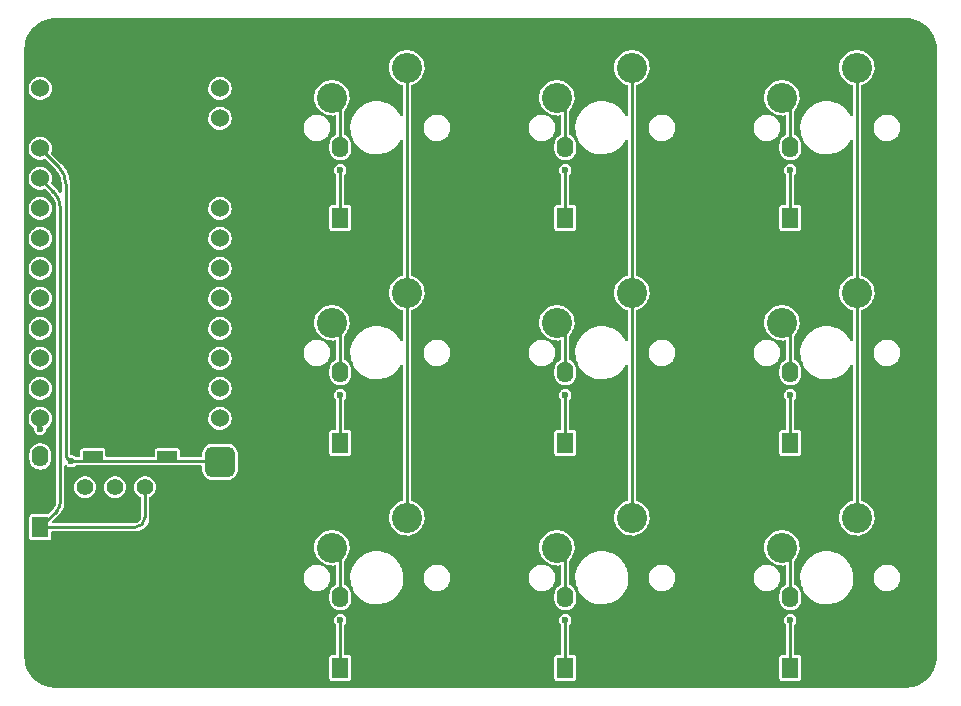
<source format=gbr>
%TF.GenerationSoftware,KiCad,Pcbnew,(6.0.8)*%
%TF.CreationDate,2023-03-27T19:29:35-07:00*%
%TF.ProjectId,zotzotzotv3,7a6f747a-6f74-47a6-9f74-76332e6b6963,rev?*%
%TF.SameCoordinates,Original*%
%TF.FileFunction,Copper,L2,Bot*%
%TF.FilePolarity,Positive*%
%FSLAX46Y46*%
G04 Gerber Fmt 4.6, Leading zero omitted, Abs format (unit mm)*
G04 Created by KiCad (PCBNEW (6.0.8)) date 2023-03-27 19:29:35*
%MOMM*%
%LPD*%
G01*
G04 APERTURE LIST*
G04 Aperture macros list*
%AMRoundRect*
0 Rectangle with rounded corners*
0 $1 Rounding radius*
0 $2 $3 $4 $5 $6 $7 $8 $9 X,Y pos of 4 corners*
0 Add a 4 corners polygon primitive as box body*
4,1,4,$2,$3,$4,$5,$6,$7,$8,$9,$2,$3,0*
0 Add four circle primitives for the rounded corners*
1,1,$1+$1,$2,$3*
1,1,$1+$1,$4,$5*
1,1,$1+$1,$6,$7*
1,1,$1+$1,$8,$9*
0 Add four rect primitives between the rounded corners*
20,1,$1+$1,$2,$3,$4,$5,0*
20,1,$1+$1,$4,$5,$6,$7,0*
20,1,$1+$1,$6,$7,$8,$9,0*
20,1,$1+$1,$8,$9,$2,$3,0*%
G04 Aperture macros list end*
%TA.AperFunction,ComponentPad*%
%ADD10RoundRect,0.650000X-0.650000X0.650000X-0.650000X-0.650000X0.650000X-0.650000X0.650000X0.650000X0*%
%TD*%
%TA.AperFunction,ComponentPad*%
%ADD11C,2.600000*%
%TD*%
%TA.AperFunction,ComponentPad*%
%ADD12C,2.550000*%
%TD*%
%TA.AperFunction,ComponentPad*%
%ADD13R,1.397000X1.778000*%
%TD*%
%TA.AperFunction,ComponentPad*%
%ADD14O,1.397000X1.778000*%
%TD*%
%TA.AperFunction,ComponentPad*%
%ADD15C,1.397000*%
%TD*%
%TA.AperFunction,ComponentPad*%
%ADD16C,1.524000*%
%TD*%
%TA.AperFunction,SMDPad,CuDef*%
%ADD17R,1.700000X1.000000*%
%TD*%
%TA.AperFunction,ViaPad*%
%ADD18C,0.600000*%
%TD*%
%TA.AperFunction,Conductor*%
%ADD19C,0.250000*%
%TD*%
G04 APERTURE END LIST*
D10*
%TO.P,Reset,1,A*%
%TO.N,Net-(R1-Pad2)*%
X122442Y-8731250D03*
D11*
%TO.P,Reset,2,B*%
%TO.N,GND*%
X122442Y-13811250D03*
%TD*%
D12*
%TO.P,MX2,1,COL*%
%TO.N,Net-(D4-Pad2)*%
X9602024Y3040000D03*
%TO.P,MX2,2,ROW*%
%TO.N,col0*%
X15952024Y5580000D03*
%TD*%
D13*
%TO.P,D5,1,K*%
%TO.N,row1*%
X29362024Y-7131250D03*
D14*
%TO.P,D5,2,A*%
%TO.N,Net-(D5-Pad2)*%
X29362024Y-1131250D03*
%TD*%
D12*
%TO.P,MX4,1,COL*%
%TO.N,Net-(D2-Pad2)*%
X28652024Y22090000D03*
%TO.P,MX4,2,ROW*%
%TO.N,col1*%
X35002024Y24630000D03*
%TD*%
D15*
%TO.P,J1,1,Pin_1*%
%TO.N,SDA*%
X-11297558Y-10881250D03*
%TO.P,J1,2,Pin_2*%
%TO.N,SCL*%
X-8757558Y-10881250D03*
%TO.P,J1,3,Pin_3*%
%TO.N,+5V*%
X-6217558Y-10881250D03*
%TO.P,J1,4,Pin_4*%
%TO.N,GND*%
X-3677558Y-10881250D03*
%TD*%
D12*
%TO.P,MX5,1,COL*%
%TO.N,Net-(D5-Pad2)*%
X28652024Y3040000D03*
%TO.P,MX5,2,ROW*%
%TO.N,col1*%
X35002024Y5580000D03*
%TD*%
%TO.P,MX3,1,COL*%
%TO.N,Net-(D7-Pad2)*%
X9602024Y-16010000D03*
%TO.P,MX3,2,ROW*%
%TO.N,col0*%
X15952024Y-13470000D03*
%TD*%
D13*
%TO.P,D7,1,K*%
%TO.N,row2*%
X10312024Y-26181250D03*
D14*
%TO.P,D7,2,A*%
%TO.N,Net-(D7-Pad2)*%
X10312024Y-20181250D03*
%TD*%
D13*
%TO.P,D4,1,K*%
%TO.N,row1*%
X10312024Y-7131250D03*
D14*
%TO.P,D4,2,A*%
%TO.N,Net-(D4-Pad2)*%
X10312024Y-1131250D03*
%TD*%
D13*
%TO.P,R1,1*%
%TO.N,+5V*%
X-15087558Y-14271250D03*
D14*
%TO.P,R1,2*%
%TO.N,Net-(R1-Pad2)*%
X-15087558Y-8271250D03*
%TD*%
D13*
%TO.P,D9,1,K*%
%TO.N,row2*%
X48412024Y-26181250D03*
D14*
%TO.P,D9,2,A*%
%TO.N,Net-(D9-Pad2)*%
X48412024Y-20181250D03*
%TD*%
D13*
%TO.P,D1,1,K*%
%TO.N,row0*%
X10312024Y11918750D03*
D14*
%TO.P,D1,2,A*%
%TO.N,Net-(D1-Pad2)*%
X10312024Y17918750D03*
%TD*%
D13*
%TO.P,D6,1,K*%
%TO.N,row1*%
X48412024Y-7131250D03*
D14*
%TO.P,D6,2,A*%
%TO.N,Net-(D6-Pad2)*%
X48412024Y-1131250D03*
%TD*%
D13*
%TO.P,D2,1,K*%
%TO.N,row0*%
X29362024Y11918750D03*
D14*
%TO.P,D2,2,A*%
%TO.N,Net-(D2-Pad2)*%
X29362024Y17918750D03*
%TD*%
D12*
%TO.P,MX7,1,COL*%
%TO.N,Net-(D3-Pad2)*%
X47702024Y22090000D03*
%TO.P,MX7,2,ROW*%
%TO.N,col2*%
X54052024Y24630000D03*
%TD*%
%TO.P,MX1,1,COL*%
%TO.N,Net-(D1-Pad2)*%
X9602024Y22090000D03*
%TO.P,MX1,2,ROW*%
%TO.N,col0*%
X15952024Y24630000D03*
%TD*%
D13*
%TO.P,D8,1,K*%
%TO.N,row2*%
X29362024Y-26181250D03*
D14*
%TO.P,D8,2,A*%
%TO.N,Net-(D8-Pad2)*%
X29362024Y-20181250D03*
%TD*%
D12*
%TO.P,MX6,1,COL*%
%TO.N,Net-(D8-Pad2)*%
X28652024Y-16010000D03*
%TO.P,MX6,2,ROW*%
%TO.N,col1*%
X35002024Y-13470000D03*
%TD*%
%TO.P,MX8,1,COL*%
%TO.N,Net-(D6-Pad2)*%
X47702024Y3040000D03*
%TO.P,MX8,2,ROW*%
%TO.N,col2*%
X54052024Y5580000D03*
%TD*%
D16*
%TO.P,U1,1,TX*%
%TO.N,unconnected-(U1-Pad1)*%
X123842Y22896750D03*
%TO.P,U1,2,RX*%
%TO.N,unconnected-(U1-Pad2)*%
X123842Y20356750D03*
%TO.P,U1,3,GND*%
%TO.N,GND*%
X123842Y17816750D03*
%TO.P,U1,4,GND*%
X123842Y15276750D03*
%TO.P,U1,5,SDA*%
%TO.N,SDA*%
X123842Y12736750D03*
%TO.P,U1,6,SCL*%
%TO.N,SCL*%
X123842Y10196750D03*
%TO.P,U1,7,D4*%
%TO.N,unconnected-(U1-Pad7)*%
X123842Y7656750D03*
%TO.P,U1,8,C6*%
%TO.N,unconnected-(U1-Pad8)*%
X123842Y5116750D03*
%TO.P,U1,9,D7*%
%TO.N,unconnected-(U1-Pad9)*%
X123842Y2576750D03*
%TO.P,U1,10,E6*%
%TO.N,unconnected-(U1-Pad10)*%
X123842Y36750D03*
%TO.P,U1,11,B4*%
%TO.N,unconnected-(U1-Pad11)*%
X123842Y-2503250D03*
%TO.P,U1,12,B5*%
%TO.N,unconnected-(U1-Pad12)*%
X123842Y-5043250D03*
%TO.P,U1,13,B6*%
%TO.N,row2*%
X-15096158Y-5043250D03*
%TO.P,U1,14,B2*%
%TO.N,row1*%
X-15096158Y-2503250D03*
%TO.P,U1,15,B3*%
%TO.N,row0*%
X-15096158Y36750D03*
%TO.P,U1,16,B1*%
%TO.N,col0*%
X-15096158Y2576750D03*
%TO.P,U1,17,F7*%
%TO.N,col1*%
X-15096158Y5116750D03*
%TO.P,U1,18,F6*%
%TO.N,col2*%
X-15096158Y7656750D03*
%TO.P,U1,19,F5*%
%TO.N,unconnected-(U1-Pad19)*%
X-15096158Y10196750D03*
%TO.P,U1,20,F4*%
%TO.N,unconnected-(U1-Pad20)*%
X-15096158Y12736750D03*
%TO.P,U1,21,VCC*%
%TO.N,+5V*%
X-15096158Y15276750D03*
%TO.P,U1,22,RST*%
%TO.N,Net-(R1-Pad2)*%
X-15096158Y17816750D03*
%TO.P,U1,23,GND*%
%TO.N,GND*%
X-15096158Y20356750D03*
%TO.P,U1,24,RAW*%
%TO.N,unconnected-(U1-Pad24)*%
X-15096158Y22896750D03*
%TD*%
D13*
%TO.P,D3,1,K*%
%TO.N,row0*%
X48412024Y11918750D03*
D14*
%TO.P,D3,2,A*%
%TO.N,Net-(D3-Pad2)*%
X48412024Y17918750D03*
%TD*%
D12*
%TO.P,MX9,1,COL*%
%TO.N,Net-(D9-Pad2)*%
X47702024Y-16010000D03*
%TO.P,MX9,2,ROW*%
%TO.N,col2*%
X54052024Y-13470000D03*
%TD*%
D17*
%TO.P,SW1,1,1*%
%TO.N,Net-(R1-Pad2)*%
X-10637558Y-8311250D03*
X-4337558Y-8311250D03*
%TO.P,SW1,2,2*%
%TO.N,GND*%
X-4337558Y-4511250D03*
X-10637558Y-4511250D03*
%TD*%
D18*
%TO.N,row0*%
X10312024Y15968750D03*
X29362024Y15968750D03*
X48412024Y15968750D03*
%TO.N,Net-(R1-Pad2)*%
X-12475058Y-8681250D03*
%TO.N,row1*%
X10312024Y-3081250D03*
X29362024Y-3081250D03*
X48412024Y-3081250D03*
%TO.N,row2*%
X29362024Y-22131250D03*
X48412024Y-22131250D03*
X10312024Y-22131250D03*
X-15096158Y-5939850D03*
%TD*%
D19*
%TO.N,row0*%
X29362024Y12268750D02*
X29362024Y15968750D01*
X10312024Y12268750D02*
X10312024Y15968750D01*
X48412024Y12268750D02*
X48412024Y15968750D01*
%TO.N,col0*%
X15952024Y24630000D02*
X15952024Y-13470000D01*
%TO.N,col1*%
X35002024Y-13470000D02*
X35002024Y24630000D01*
%TO.N,col2*%
X54052024Y24630000D02*
X54052024Y-13470000D01*
%TO.N,+5V*%
X-6490743Y-14036935D02*
X-6451872Y-13998064D01*
X-15096158Y15276750D02*
X-13973344Y14153936D01*
X-13680451Y-12864143D02*
X-15087558Y-14271250D01*
X-13387558Y12739723D02*
X-13387558Y-6571250D01*
X-6217558Y-13432379D02*
X-6217558Y-10881250D01*
X-15087558Y-14271250D02*
X-7056429Y-14271250D01*
X-13387558Y-6571250D02*
X-13387558Y-12157036D01*
X-6490718Y-14036960D02*
G75*
G02*
X-7056429Y-14271250I-565682J565760D01*
G01*
X-13680461Y-12864133D02*
G75*
G03*
X-13387558Y-12157036I-707139J707133D01*
G01*
X-6217586Y-13432379D02*
G75*
G02*
X-6451873Y-13998063I-800014J-21D01*
G01*
X-13387555Y12739723D02*
G75*
G03*
X-13973345Y14153935I-2000045J-23D01*
G01*
%TO.N,Net-(R1-Pad2)*%
X72442Y-8681250D02*
X122442Y-8731250D01*
X-13523825Y16244417D02*
X-15096158Y17816750D01*
X-12575058Y-8681250D02*
X-12475058Y-8681250D01*
X-12938038Y-8318270D02*
X-12938038Y14830203D01*
X-12475058Y-8681250D02*
X72442Y-8681250D01*
X-12575058Y-8681250D02*
X-12938038Y-8318270D01*
X-12938025Y14830203D02*
G75*
G03*
X-13523825Y16244417I-1999975J-3D01*
G01*
%TO.N,row1*%
X29362024Y-3081250D02*
X29362024Y-6781250D01*
X10312024Y-3081250D02*
X10312024Y-6781250D01*
X48412024Y-3081250D02*
X48412024Y-6781250D01*
%TO.N,row2*%
X-15096158Y-5043250D02*
X-15096158Y-5939850D01*
X29362024Y-22131250D02*
X29362024Y-25831250D01*
X48412024Y-22131250D02*
X48412024Y-25831250D01*
X10312024Y-22131250D02*
X10312024Y-25831250D01*
%TO.N,Net-(D1-Pad2)*%
X10312024Y17918750D02*
X10312024Y21380000D01*
X10312024Y21380000D02*
X9602024Y22090000D01*
%TO.N,Net-(D2-Pad2)*%
X29362024Y21380000D02*
X28652024Y22090000D01*
X29362024Y17918750D02*
X29362024Y21380000D01*
%TO.N,Net-(D3-Pad2)*%
X48412024Y17918750D02*
X48412024Y21380000D01*
X48412024Y21380000D02*
X47702024Y22090000D01*
%TO.N,Net-(D4-Pad2)*%
X10312024Y2330000D02*
X9602024Y3040000D01*
X10312024Y-1131250D02*
X10312024Y2330000D01*
%TO.N,Net-(D5-Pad2)*%
X29362024Y2330000D02*
X28652024Y3040000D01*
X29362024Y-1131250D02*
X29362024Y2330000D01*
%TO.N,Net-(D6-Pad2)*%
X48412024Y-1131250D02*
X48412024Y2330000D01*
X48412024Y2330000D02*
X47702024Y3040000D01*
%TO.N,Net-(D7-Pad2)*%
X10312024Y-16720000D02*
X9602024Y-16010000D01*
X10312024Y-20181250D02*
X10312024Y-16720000D01*
%TO.N,Net-(D8-Pad2)*%
X29362024Y-16720000D02*
X28652024Y-16010000D01*
X29362024Y-20181250D02*
X29362024Y-16720000D01*
%TO.N,Net-(D9-Pad2)*%
X48412024Y-20181250D02*
X48412024Y-16720000D01*
X48412024Y-16720000D02*
X47702024Y-16010000D01*
%TD*%
%TA.AperFunction,Conductor*%
%TO.N,GND*%
G36*
X58168336Y28852405D02*
G01*
X58179522Y28850180D01*
X58190051Y28852274D01*
X58200790Y28852274D01*
X58200790Y28852107D01*
X58210273Y28852773D01*
X58268156Y28849522D01*
X58468660Y28838260D01*
X58480793Y28836894D01*
X58760281Y28789405D01*
X58772178Y28786689D01*
X59044586Y28708208D01*
X59056110Y28704175D01*
X59318019Y28595687D01*
X59329020Y28590389D01*
X59478035Y28508030D01*
X59577125Y28453264D01*
X59587474Y28446761D01*
X59818658Y28282726D01*
X59828215Y28275104D01*
X60039583Y28086211D01*
X60048226Y28077569D01*
X60237119Y27866197D01*
X60244740Y27856640D01*
X60408774Y27625455D01*
X60408775Y27625453D01*
X60415278Y27615103D01*
X60552395Y27367007D01*
X60557699Y27355994D01*
X60666179Y27094097D01*
X60670216Y27082560D01*
X60748691Y26810167D01*
X60751411Y26798250D01*
X60795344Y26539679D01*
X60798893Y26518788D01*
X60800262Y26506643D01*
X60814774Y26248247D01*
X60814779Y26248151D01*
X60814119Y26238763D01*
X60814298Y26238763D01*
X60814298Y26228028D01*
X60812204Y26217500D01*
X60814298Y26206974D01*
X60814430Y26206310D01*
X60816524Y26185045D01*
X60816524Y-25185045D01*
X60814430Y-25206307D01*
X60812204Y-25217500D01*
X60814298Y-25228027D01*
X60814298Y-25238765D01*
X60814131Y-25238765D01*
X60814797Y-25248247D01*
X60800286Y-25506644D01*
X60798917Y-25518790D01*
X60751434Y-25798256D01*
X60748714Y-25810173D01*
X60670239Y-26082568D01*
X60666202Y-26094105D01*
X60557723Y-26355997D01*
X60552420Y-26367010D01*
X60415291Y-26615129D01*
X60408795Y-26625465D01*
X60329204Y-26737639D01*
X60244754Y-26856660D01*
X60237133Y-26866216D01*
X60048248Y-27077581D01*
X60039605Y-27086225D01*
X60039165Y-27086618D01*
X59972993Y-27145754D01*
X59828233Y-27275120D01*
X59818681Y-27282738D01*
X59587475Y-27446789D01*
X59577141Y-27453282D01*
X59329030Y-27590411D01*
X59318029Y-27595709D01*
X59056119Y-27704197D01*
X59044594Y-27708230D01*
X58772187Y-27786711D01*
X58760283Y-27789428D01*
X58480795Y-27836918D01*
X58468680Y-27838283D01*
X58210357Y-27852792D01*
X58200786Y-27852120D01*
X58200786Y-27852274D01*
X58190053Y-27852274D01*
X58179522Y-27850180D01*
X58168337Y-27852405D01*
X58147071Y-27854500D01*
X-13765522Y-27854500D01*
X-13786785Y-27852406D01*
X-13787447Y-27852274D01*
X-13787449Y-27852274D01*
X-13797977Y-27850180D01*
X-13808507Y-27852275D01*
X-13819240Y-27852275D01*
X-13819240Y-27852107D01*
X-13828718Y-27852774D01*
X-14087125Y-27838264D01*
X-14099266Y-27836895D01*
X-14246680Y-27811850D01*
X-14378734Y-27789414D01*
X-14390651Y-27786694D01*
X-14663045Y-27708221D01*
X-14674583Y-27704184D01*
X-14895138Y-27612829D01*
X-14936478Y-27595706D01*
X-14947491Y-27590403D01*
X-15195603Y-27453278D01*
X-15205953Y-27446774D01*
X-15437142Y-27282738D01*
X-15446698Y-27275117D01*
X-15658063Y-27086232D01*
X-15666707Y-27077589D01*
X-15855603Y-26866216D01*
X-15863224Y-26856659D01*
X-16027266Y-26625465D01*
X-16033769Y-26615116D01*
X-16170889Y-26367017D01*
X-16176193Y-26356004D01*
X-16284677Y-26094104D01*
X-16288714Y-26082566D01*
X-16367189Y-25810173D01*
X-16369909Y-25798257D01*
X-16392683Y-25664221D01*
X-16417393Y-25518788D01*
X-16418762Y-25506645D01*
X-16431721Y-25275882D01*
X-16432022Y-25270531D01*
X9393024Y-25270531D01*
X9393025Y-27091968D01*
X9405817Y-27156285D01*
X9454552Y-27229222D01*
X9527489Y-27277957D01*
X9538019Y-27280051D01*
X9538020Y-27280052D01*
X9551525Y-27282738D01*
X9591805Y-27290750D01*
X10311956Y-27290750D01*
X11032242Y-27290749D01*
X11096559Y-27277957D01*
X11169496Y-27229222D01*
X11218231Y-27156285D01*
X11231024Y-27091969D01*
X11231023Y-25270532D01*
X11231023Y-25270531D01*
X28443024Y-25270531D01*
X28443025Y-27091968D01*
X28455817Y-27156285D01*
X28504552Y-27229222D01*
X28577489Y-27277957D01*
X28588019Y-27280051D01*
X28588020Y-27280052D01*
X28601525Y-27282738D01*
X28641805Y-27290750D01*
X29361956Y-27290750D01*
X30082242Y-27290749D01*
X30146559Y-27277957D01*
X30219496Y-27229222D01*
X30268231Y-27156285D01*
X30281024Y-27091969D01*
X30281023Y-25270532D01*
X30281023Y-25270531D01*
X47493024Y-25270531D01*
X47493025Y-27091968D01*
X47505817Y-27156285D01*
X47554552Y-27229222D01*
X47627489Y-27277957D01*
X47638019Y-27280051D01*
X47638020Y-27280052D01*
X47651525Y-27282738D01*
X47691805Y-27290750D01*
X48411956Y-27290750D01*
X49132242Y-27290749D01*
X49196559Y-27277957D01*
X49269496Y-27229222D01*
X49318231Y-27156285D01*
X49331024Y-27091969D01*
X49331023Y-25270532D01*
X49318231Y-25206215D01*
X49269496Y-25133278D01*
X49196559Y-25084543D01*
X49186029Y-25082449D01*
X49186028Y-25082448D01*
X49163032Y-25077874D01*
X49132243Y-25071750D01*
X48866524Y-25071750D01*
X48802455Y-25050933D01*
X48762859Y-24996433D01*
X48757524Y-24962750D01*
X48757524Y-22572031D01*
X48778341Y-22507962D01*
X48782605Y-22502969D01*
X48783249Y-22502475D01*
X48866680Y-22393745D01*
X48919126Y-22267128D01*
X48937015Y-22131250D01*
X48919126Y-21995372D01*
X48866680Y-21868755D01*
X48783249Y-21760025D01*
X48674520Y-21676594D01*
X48667921Y-21673861D01*
X48667920Y-21673860D01*
X48611211Y-21650371D01*
X48547902Y-21624148D01*
X48540823Y-21623216D01*
X48540819Y-21623215D01*
X48419111Y-21607192D01*
X48412024Y-21606259D01*
X48404937Y-21607192D01*
X48283229Y-21623215D01*
X48283225Y-21623216D01*
X48276146Y-21624148D01*
X48149529Y-21676594D01*
X48143864Y-21680941D01*
X48143862Y-21680942D01*
X48046471Y-21755673D01*
X48040799Y-21760025D01*
X47957368Y-21868755D01*
X47904922Y-21995372D01*
X47887033Y-22131250D01*
X47904922Y-22267128D01*
X47957368Y-22393745D01*
X47961715Y-22399410D01*
X47961716Y-22399412D01*
X48040799Y-22502475D01*
X48039096Y-22503782D01*
X48065182Y-22554980D01*
X48066524Y-22572031D01*
X48066524Y-24962751D01*
X48045707Y-25026820D01*
X47991207Y-25066416D01*
X47957524Y-25071751D01*
X47691806Y-25071751D01*
X47627489Y-25084543D01*
X47554552Y-25133278D01*
X47505817Y-25206215D01*
X47493024Y-25270531D01*
X30281023Y-25270531D01*
X30268231Y-25206215D01*
X30219496Y-25133278D01*
X30146559Y-25084543D01*
X30136029Y-25082449D01*
X30136028Y-25082448D01*
X30113032Y-25077874D01*
X30082243Y-25071750D01*
X29816524Y-25071750D01*
X29752455Y-25050933D01*
X29712859Y-24996433D01*
X29707524Y-24962750D01*
X29707524Y-22572031D01*
X29728341Y-22507962D01*
X29732605Y-22502969D01*
X29733249Y-22502475D01*
X29816680Y-22393745D01*
X29869126Y-22267128D01*
X29887015Y-22131250D01*
X29869126Y-21995372D01*
X29816680Y-21868755D01*
X29733249Y-21760025D01*
X29624520Y-21676594D01*
X29617921Y-21673861D01*
X29617920Y-21673860D01*
X29561211Y-21650371D01*
X29497902Y-21624148D01*
X29490823Y-21623216D01*
X29490819Y-21623215D01*
X29369111Y-21607192D01*
X29362024Y-21606259D01*
X29354937Y-21607192D01*
X29233229Y-21623215D01*
X29233225Y-21623216D01*
X29226146Y-21624148D01*
X29099529Y-21676594D01*
X29093864Y-21680941D01*
X29093862Y-21680942D01*
X28996471Y-21755673D01*
X28990799Y-21760025D01*
X28907368Y-21868755D01*
X28854922Y-21995372D01*
X28837033Y-22131250D01*
X28854922Y-22267128D01*
X28907368Y-22393745D01*
X28911715Y-22399410D01*
X28911716Y-22399412D01*
X28990799Y-22502475D01*
X28989096Y-22503782D01*
X29015182Y-22554980D01*
X29016524Y-22572031D01*
X29016524Y-24962751D01*
X28995707Y-25026820D01*
X28941207Y-25066416D01*
X28907524Y-25071751D01*
X28641806Y-25071751D01*
X28577489Y-25084543D01*
X28504552Y-25133278D01*
X28455817Y-25206215D01*
X28443024Y-25270531D01*
X11231023Y-25270531D01*
X11218231Y-25206215D01*
X11169496Y-25133278D01*
X11096559Y-25084543D01*
X11086029Y-25082449D01*
X11086028Y-25082448D01*
X11063032Y-25077874D01*
X11032243Y-25071750D01*
X10766524Y-25071750D01*
X10702455Y-25050933D01*
X10662859Y-24996433D01*
X10657524Y-24962750D01*
X10657524Y-22572031D01*
X10678341Y-22507962D01*
X10682605Y-22502969D01*
X10683249Y-22502475D01*
X10766680Y-22393745D01*
X10819126Y-22267128D01*
X10837015Y-22131250D01*
X10819126Y-21995372D01*
X10766680Y-21868755D01*
X10683249Y-21760025D01*
X10574520Y-21676594D01*
X10567921Y-21673861D01*
X10567920Y-21673860D01*
X10511211Y-21650371D01*
X10447902Y-21624148D01*
X10440823Y-21623216D01*
X10440819Y-21623215D01*
X10319111Y-21607192D01*
X10312024Y-21606259D01*
X10304937Y-21607192D01*
X10183229Y-21623215D01*
X10183225Y-21623216D01*
X10176146Y-21624148D01*
X10049529Y-21676594D01*
X10043864Y-21680941D01*
X10043862Y-21680942D01*
X9946471Y-21755673D01*
X9940799Y-21760025D01*
X9857368Y-21868755D01*
X9804922Y-21995372D01*
X9787033Y-22131250D01*
X9804922Y-22267128D01*
X9857368Y-22393745D01*
X9861715Y-22399410D01*
X9861716Y-22399412D01*
X9940799Y-22502475D01*
X9939096Y-22503782D01*
X9965182Y-22554980D01*
X9966524Y-22572031D01*
X9966524Y-24962751D01*
X9945707Y-25026820D01*
X9891207Y-25066416D01*
X9857524Y-25071751D01*
X9591806Y-25071751D01*
X9527489Y-25084543D01*
X9454552Y-25133278D01*
X9405817Y-25206215D01*
X9393024Y-25270531D01*
X-16432022Y-25270531D01*
X-16433268Y-25248339D01*
X-16432595Y-25238762D01*
X-16432749Y-25238762D01*
X-16432749Y-25228029D01*
X-16430655Y-25217500D01*
X-16432881Y-25206307D01*
X-16434975Y-25185045D01*
X-16434975Y-18494769D01*
X7202754Y-18494769D01*
X7212683Y-18709306D01*
X7213899Y-18714351D01*
X7213899Y-18714352D01*
X7257227Y-18894130D01*
X7263002Y-18918094D01*
X7351893Y-19113600D01*
X7476150Y-19288770D01*
X7631289Y-19437284D01*
X7811713Y-19553782D01*
X7816518Y-19555719D01*
X7816521Y-19555720D01*
X7929434Y-19601225D01*
X8010911Y-19634061D01*
X8015998Y-19635054D01*
X8016000Y-19635055D01*
X8217847Y-19674473D01*
X8217853Y-19674474D01*
X8221695Y-19675224D01*
X8227338Y-19675500D01*
X8385688Y-19675500D01*
X8388273Y-19675253D01*
X8388281Y-19675253D01*
X8479404Y-19666559D01*
X8545819Y-19660222D01*
X8751900Y-19599765D01*
X8756509Y-19597391D01*
X8756512Y-19597390D01*
X8846645Y-19550968D01*
X8942831Y-19501429D01*
X9111722Y-19368763D01*
X9167887Y-19304038D01*
X9249082Y-19210469D01*
X9249083Y-19210467D01*
X9252479Y-19206554D01*
X9261773Y-19190489D01*
X9357428Y-19025145D01*
X9357430Y-19025140D01*
X9360025Y-19020655D01*
X9430477Y-18817774D01*
X9461294Y-18605231D01*
X9451365Y-18390694D01*
X9428471Y-18295699D01*
X9402261Y-18186946D01*
X9402260Y-18186943D01*
X9401046Y-18181906D01*
X9312155Y-17986400D01*
X9187898Y-17811230D01*
X9032759Y-17662716D01*
X8887358Y-17568832D01*
X8857341Y-17531962D01*
X8853954Y-17533449D01*
X8802384Y-17526087D01*
X8715602Y-17491113D01*
X8653137Y-17465939D01*
X8648050Y-17464946D01*
X8648048Y-17464945D01*
X8446201Y-17425527D01*
X8446195Y-17425526D01*
X8442353Y-17424776D01*
X8436710Y-17424500D01*
X8278360Y-17424500D01*
X8275775Y-17424747D01*
X8275767Y-17424747D01*
X8184644Y-17433441D01*
X8118229Y-17439778D01*
X7912148Y-17500235D01*
X7907539Y-17502609D01*
X7907536Y-17502610D01*
X7894974Y-17509080D01*
X7721217Y-17598571D01*
X7552326Y-17731237D01*
X7411569Y-17893446D01*
X7408976Y-17897928D01*
X7408974Y-17897931D01*
X7306620Y-18074855D01*
X7306618Y-18074860D01*
X7304023Y-18079345D01*
X7233571Y-18282226D01*
X7202754Y-18494769D01*
X-16434975Y-18494769D01*
X-16434975Y-15973336D01*
X8101847Y-15973336D01*
X8116003Y-16218847D01*
X8170067Y-16458748D01*
X8171746Y-16462884D01*
X8171748Y-16462889D01*
X8232244Y-16611871D01*
X8262587Y-16686598D01*
X8391079Y-16896278D01*
X8394003Y-16899653D01*
X8394004Y-16899655D01*
X8468578Y-16985745D01*
X8552092Y-17082156D01*
X8555525Y-17085006D01*
X8555530Y-17085011D01*
X8697099Y-17202543D01*
X8741301Y-17239240D01*
X8745164Y-17241498D01*
X8745165Y-17241498D01*
X8898121Y-17330878D01*
X8933862Y-17370993D01*
X8940494Y-17368427D01*
X8985369Y-17375434D01*
X9183363Y-17451041D01*
X9424344Y-17500069D01*
X9428806Y-17500233D01*
X9428809Y-17500233D01*
X9575871Y-17505625D01*
X9670097Y-17509080D01*
X9674531Y-17508512D01*
X9843674Y-17486845D01*
X9909869Y-17499353D01*
X9956069Y-17548380D01*
X9966524Y-17594962D01*
X9966524Y-19067821D01*
X9945707Y-19131890D01*
X9901860Y-19167396D01*
X9849993Y-19190489D01*
X9693706Y-19304038D01*
X9564442Y-19447600D01*
X9554441Y-19464923D01*
X9470706Y-19609954D01*
X9470704Y-19609958D01*
X9467851Y-19614900D01*
X9448161Y-19675500D01*
X9430887Y-19728666D01*
X9408155Y-19798627D01*
X9393024Y-19942588D01*
X9393024Y-20419912D01*
X9408155Y-20563873D01*
X9409921Y-20569307D01*
X9409921Y-20569309D01*
X9436643Y-20651552D01*
X9467851Y-20747600D01*
X9470704Y-20752542D01*
X9470706Y-20752546D01*
X9494871Y-20794400D01*
X9564442Y-20914900D01*
X9693706Y-21058462D01*
X9849993Y-21172011D01*
X9938233Y-21211298D01*
X10021252Y-21248261D01*
X10021256Y-21248262D01*
X10026473Y-21250585D01*
X10032056Y-21251772D01*
X10032060Y-21251773D01*
X10205039Y-21288541D01*
X10215433Y-21290750D01*
X10408615Y-21290750D01*
X10419009Y-21288541D01*
X10591988Y-21251773D01*
X10591992Y-21251772D01*
X10597575Y-21250585D01*
X10602792Y-21248262D01*
X10602796Y-21248261D01*
X10685815Y-21211298D01*
X10774055Y-21172011D01*
X10930342Y-21058462D01*
X11059606Y-20914900D01*
X11129177Y-20794400D01*
X11153342Y-20752546D01*
X11153344Y-20752542D01*
X11156197Y-20747600D01*
X11187405Y-20651552D01*
X11214127Y-20569309D01*
X11214127Y-20569307D01*
X11215893Y-20563873D01*
X11231024Y-20419912D01*
X11231024Y-19942588D01*
X11215893Y-19798627D01*
X11193162Y-19728666D01*
X11175887Y-19675500D01*
X11156197Y-19614900D01*
X11153344Y-19609958D01*
X11153342Y-19609954D01*
X11069607Y-19464923D01*
X11059606Y-19447600D01*
X10930342Y-19304038D01*
X10774055Y-19190489D01*
X10722188Y-19167396D01*
X10672127Y-19122321D01*
X10657524Y-19067821D01*
X10657524Y-18597108D01*
X11163094Y-18597108D01*
X11163409Y-18600707D01*
X11163409Y-18600712D01*
X11181221Y-18804301D01*
X11189080Y-18894130D01*
X11254121Y-19185105D01*
X11255370Y-19188499D01*
X11352519Y-19452542D01*
X11357074Y-19464923D01*
X11358761Y-19468122D01*
X11358762Y-19468125D01*
X11494438Y-19725458D01*
X11494442Y-19725465D01*
X11496130Y-19728666D01*
X11668846Y-19971701D01*
X11671303Y-19974335D01*
X11671308Y-19974342D01*
X11812965Y-20126250D01*
X11872188Y-20189759D01*
X12102583Y-20379008D01*
X12105664Y-20380918D01*
X12105665Y-20380919D01*
X12173138Y-20422754D01*
X12355984Y-20536123D01*
X12359279Y-20537604D01*
X12359283Y-20537606D01*
X12429826Y-20569309D01*
X12627938Y-20658344D01*
X12913668Y-20743523D01*
X13208153Y-20790165D01*
X13301412Y-20794400D01*
X13487649Y-20794400D01*
X13709525Y-20779663D01*
X14001798Y-20720730D01*
X14005211Y-20719555D01*
X14005214Y-20719554D01*
X14187281Y-20656863D01*
X14283710Y-20623660D01*
X14550308Y-20490158D01*
X14649491Y-20422754D01*
X14793920Y-20324600D01*
X14796907Y-20322570D01*
X15019175Y-20123839D01*
X15213208Y-19897457D01*
X15375595Y-19647403D01*
X15503485Y-19378068D01*
X15507733Y-19364839D01*
X15582524Y-19131890D01*
X15594630Y-19094185D01*
X15631273Y-18890530D01*
X15646788Y-18804301D01*
X15646789Y-18804293D01*
X15647428Y-18800741D01*
X15660954Y-18502892D01*
X15660244Y-18494769D01*
X17362754Y-18494769D01*
X17372683Y-18709306D01*
X17373899Y-18714351D01*
X17373899Y-18714352D01*
X17417227Y-18894130D01*
X17423002Y-18918094D01*
X17511893Y-19113600D01*
X17636150Y-19288770D01*
X17791289Y-19437284D01*
X17971713Y-19553782D01*
X17976518Y-19555719D01*
X17976521Y-19555720D01*
X18089434Y-19601225D01*
X18170911Y-19634061D01*
X18175998Y-19635054D01*
X18176000Y-19635055D01*
X18377847Y-19674473D01*
X18377853Y-19674474D01*
X18381695Y-19675224D01*
X18387338Y-19675500D01*
X18545688Y-19675500D01*
X18548273Y-19675253D01*
X18548281Y-19675253D01*
X18639404Y-19666559D01*
X18705819Y-19660222D01*
X18911900Y-19599765D01*
X18916509Y-19597391D01*
X18916512Y-19597390D01*
X19006645Y-19550968D01*
X19102831Y-19501429D01*
X19271722Y-19368763D01*
X19327887Y-19304038D01*
X19409082Y-19210469D01*
X19409083Y-19210467D01*
X19412479Y-19206554D01*
X19421773Y-19190489D01*
X19517428Y-19025145D01*
X19517430Y-19025140D01*
X19520025Y-19020655D01*
X19590477Y-18817774D01*
X19621294Y-18605231D01*
X19616182Y-18494769D01*
X26252754Y-18494769D01*
X26262683Y-18709306D01*
X26263899Y-18714351D01*
X26263899Y-18714352D01*
X26307227Y-18894130D01*
X26313002Y-18918094D01*
X26401893Y-19113600D01*
X26526150Y-19288770D01*
X26681289Y-19437284D01*
X26861713Y-19553782D01*
X26866518Y-19555719D01*
X26866521Y-19555720D01*
X26979434Y-19601225D01*
X27060911Y-19634061D01*
X27065998Y-19635054D01*
X27066000Y-19635055D01*
X27267847Y-19674473D01*
X27267853Y-19674474D01*
X27271695Y-19675224D01*
X27277338Y-19675500D01*
X27435688Y-19675500D01*
X27438273Y-19675253D01*
X27438281Y-19675253D01*
X27529404Y-19666559D01*
X27595819Y-19660222D01*
X27801900Y-19599765D01*
X27806509Y-19597391D01*
X27806512Y-19597390D01*
X27896645Y-19550968D01*
X27992831Y-19501429D01*
X28161722Y-19368763D01*
X28217887Y-19304038D01*
X28299082Y-19210469D01*
X28299083Y-19210467D01*
X28302479Y-19206554D01*
X28311773Y-19190489D01*
X28407428Y-19025145D01*
X28407430Y-19025140D01*
X28410025Y-19020655D01*
X28480477Y-18817774D01*
X28511294Y-18605231D01*
X28501365Y-18390694D01*
X28478471Y-18295699D01*
X28452261Y-18186946D01*
X28452260Y-18186943D01*
X28451046Y-18181906D01*
X28362155Y-17986400D01*
X28237898Y-17811230D01*
X28082759Y-17662716D01*
X27937358Y-17568832D01*
X27907341Y-17531962D01*
X27903954Y-17533449D01*
X27852384Y-17526087D01*
X27765602Y-17491113D01*
X27703137Y-17465939D01*
X27698050Y-17464946D01*
X27698048Y-17464945D01*
X27496201Y-17425527D01*
X27496195Y-17425526D01*
X27492353Y-17424776D01*
X27486710Y-17424500D01*
X27328360Y-17424500D01*
X27325775Y-17424747D01*
X27325767Y-17424747D01*
X27234644Y-17433441D01*
X27168229Y-17439778D01*
X26962148Y-17500235D01*
X26957539Y-17502609D01*
X26957536Y-17502610D01*
X26944974Y-17509080D01*
X26771217Y-17598571D01*
X26602326Y-17731237D01*
X26461569Y-17893446D01*
X26458976Y-17897928D01*
X26458974Y-17897931D01*
X26356620Y-18074855D01*
X26356618Y-18074860D01*
X26354023Y-18079345D01*
X26283571Y-18282226D01*
X26252754Y-18494769D01*
X19616182Y-18494769D01*
X19611365Y-18390694D01*
X19588471Y-18295699D01*
X19562261Y-18186946D01*
X19562260Y-18186943D01*
X19561046Y-18181906D01*
X19472155Y-17986400D01*
X19347898Y-17811230D01*
X19192759Y-17662716D01*
X19012335Y-17546218D01*
X19007530Y-17544281D01*
X19007527Y-17544280D01*
X18872012Y-17489666D01*
X18813137Y-17465939D01*
X18808050Y-17464946D01*
X18808048Y-17464945D01*
X18606201Y-17425527D01*
X18606195Y-17425526D01*
X18602353Y-17424776D01*
X18596710Y-17424500D01*
X18438360Y-17424500D01*
X18435775Y-17424747D01*
X18435767Y-17424747D01*
X18344644Y-17433441D01*
X18278229Y-17439778D01*
X18072148Y-17500235D01*
X18067539Y-17502609D01*
X18067536Y-17502610D01*
X18054974Y-17509080D01*
X17881217Y-17598571D01*
X17712326Y-17731237D01*
X17571569Y-17893446D01*
X17568976Y-17897928D01*
X17568974Y-17897931D01*
X17466620Y-18074855D01*
X17466618Y-18074860D01*
X17464023Y-18079345D01*
X17393571Y-18282226D01*
X17362754Y-18494769D01*
X15660244Y-18494769D01*
X15635283Y-18209470D01*
X15635283Y-18209469D01*
X15634968Y-18205870D01*
X15569927Y-17914895D01*
X15501174Y-17728029D01*
X15468222Y-17638468D01*
X15468220Y-17638463D01*
X15466974Y-17635077D01*
X15409510Y-17526087D01*
X15329610Y-17374542D01*
X15329606Y-17374535D01*
X15327918Y-17371334D01*
X15155202Y-17128299D01*
X15152745Y-17125665D01*
X15152740Y-17125658D01*
X14954321Y-16912880D01*
X14954320Y-16912879D01*
X14951860Y-16910241D01*
X14721465Y-16720992D01*
X14468064Y-16563877D01*
X14464769Y-16562396D01*
X14464765Y-16562394D01*
X14270664Y-16475162D01*
X14196110Y-16441656D01*
X13910380Y-16356477D01*
X13615895Y-16309835D01*
X13522636Y-16305600D01*
X13336399Y-16305600D01*
X13114523Y-16320337D01*
X12822250Y-16379270D01*
X12818837Y-16380445D01*
X12818834Y-16380446D01*
X12699082Y-16421680D01*
X12540338Y-16476340D01*
X12273740Y-16609842D01*
X12270757Y-16611869D01*
X12270754Y-16611871D01*
X12112999Y-16719081D01*
X12027141Y-16777430D01*
X11804873Y-16976161D01*
X11610840Y-17202543D01*
X11448453Y-17452597D01*
X11446904Y-17455859D01*
X11446903Y-17455861D01*
X11421711Y-17508916D01*
X11320563Y-17721932D01*
X11319459Y-17725370D01*
X11319458Y-17725373D01*
X11290534Y-17815460D01*
X11229418Y-18005815D01*
X11228777Y-18009380D01*
X11177260Y-18295699D01*
X11177259Y-18295707D01*
X11176620Y-18299259D01*
X11163094Y-18597108D01*
X10657524Y-18597108D01*
X10657524Y-17114825D01*
X10678341Y-17050756D01*
X10689584Y-17037616D01*
X10741636Y-16985745D01*
X10744807Y-16982585D01*
X10888311Y-16782879D01*
X10997270Y-16562417D01*
X11052557Y-16380446D01*
X11067462Y-16331389D01*
X11067463Y-16331385D01*
X11068759Y-16327119D01*
X11069684Y-16320098D01*
X11100479Y-16086176D01*
X11100857Y-16083305D01*
X11102649Y-16010000D01*
X11099635Y-15973336D01*
X27151847Y-15973336D01*
X27166003Y-16218847D01*
X27220067Y-16458748D01*
X27221746Y-16462884D01*
X27221748Y-16462889D01*
X27282244Y-16611871D01*
X27312587Y-16686598D01*
X27441079Y-16896278D01*
X27444003Y-16899653D01*
X27444004Y-16899655D01*
X27518578Y-16985745D01*
X27602092Y-17082156D01*
X27605525Y-17085006D01*
X27605530Y-17085011D01*
X27747099Y-17202543D01*
X27791301Y-17239240D01*
X27795164Y-17241498D01*
X27795165Y-17241498D01*
X27948121Y-17330878D01*
X27983862Y-17370993D01*
X27990494Y-17368427D01*
X28035369Y-17375434D01*
X28233363Y-17451041D01*
X28474344Y-17500069D01*
X28478806Y-17500233D01*
X28478809Y-17500233D01*
X28625871Y-17505625D01*
X28720097Y-17509080D01*
X28724531Y-17508512D01*
X28893674Y-17486845D01*
X28959869Y-17499353D01*
X29006069Y-17548380D01*
X29016524Y-17594962D01*
X29016524Y-19067821D01*
X28995707Y-19131890D01*
X28951860Y-19167396D01*
X28899993Y-19190489D01*
X28743706Y-19304038D01*
X28614442Y-19447600D01*
X28604441Y-19464923D01*
X28520706Y-19609954D01*
X28520704Y-19609958D01*
X28517851Y-19614900D01*
X28498161Y-19675500D01*
X28480887Y-19728666D01*
X28458155Y-19798627D01*
X28443024Y-19942588D01*
X28443024Y-20419912D01*
X28458155Y-20563873D01*
X28459921Y-20569307D01*
X28459921Y-20569309D01*
X28486643Y-20651552D01*
X28517851Y-20747600D01*
X28520704Y-20752542D01*
X28520706Y-20752546D01*
X28544871Y-20794400D01*
X28614442Y-20914900D01*
X28743706Y-21058462D01*
X28899993Y-21172011D01*
X28988233Y-21211298D01*
X29071252Y-21248261D01*
X29071256Y-21248262D01*
X29076473Y-21250585D01*
X29082056Y-21251772D01*
X29082060Y-21251773D01*
X29255039Y-21288541D01*
X29265433Y-21290750D01*
X29458615Y-21290750D01*
X29469009Y-21288541D01*
X29641988Y-21251773D01*
X29641992Y-21251772D01*
X29647575Y-21250585D01*
X29652792Y-21248262D01*
X29652796Y-21248261D01*
X29735815Y-21211298D01*
X29824055Y-21172011D01*
X29980342Y-21058462D01*
X30109606Y-20914900D01*
X30179177Y-20794400D01*
X30203342Y-20752546D01*
X30203344Y-20752542D01*
X30206197Y-20747600D01*
X30237405Y-20651552D01*
X30264127Y-20569309D01*
X30264127Y-20569307D01*
X30265893Y-20563873D01*
X30281024Y-20419912D01*
X30281024Y-19942588D01*
X30265893Y-19798627D01*
X30243162Y-19728666D01*
X30225887Y-19675500D01*
X30206197Y-19614900D01*
X30203344Y-19609958D01*
X30203342Y-19609954D01*
X30119607Y-19464923D01*
X30109606Y-19447600D01*
X29980342Y-19304038D01*
X29824055Y-19190489D01*
X29772188Y-19167396D01*
X29722127Y-19122321D01*
X29707524Y-19067821D01*
X29707524Y-18597108D01*
X30213094Y-18597108D01*
X30213409Y-18600707D01*
X30213409Y-18600712D01*
X30231221Y-18804301D01*
X30239080Y-18894130D01*
X30304121Y-19185105D01*
X30305370Y-19188499D01*
X30402519Y-19452542D01*
X30407074Y-19464923D01*
X30408761Y-19468122D01*
X30408762Y-19468125D01*
X30544438Y-19725458D01*
X30544442Y-19725465D01*
X30546130Y-19728666D01*
X30718846Y-19971701D01*
X30721303Y-19974335D01*
X30721308Y-19974342D01*
X30862965Y-20126250D01*
X30922188Y-20189759D01*
X31152583Y-20379008D01*
X31155664Y-20380918D01*
X31155665Y-20380919D01*
X31223138Y-20422754D01*
X31405984Y-20536123D01*
X31409279Y-20537604D01*
X31409283Y-20537606D01*
X31479826Y-20569309D01*
X31677938Y-20658344D01*
X31963668Y-20743523D01*
X32258153Y-20790165D01*
X32351412Y-20794400D01*
X32537649Y-20794400D01*
X32759525Y-20779663D01*
X33051798Y-20720730D01*
X33055211Y-20719555D01*
X33055214Y-20719554D01*
X33237281Y-20656863D01*
X33333710Y-20623660D01*
X33600308Y-20490158D01*
X33699491Y-20422754D01*
X33843920Y-20324600D01*
X33846907Y-20322570D01*
X34069175Y-20123839D01*
X34263208Y-19897457D01*
X34425595Y-19647403D01*
X34553485Y-19378068D01*
X34557733Y-19364839D01*
X34632524Y-19131890D01*
X34644630Y-19094185D01*
X34681273Y-18890530D01*
X34696788Y-18804301D01*
X34696789Y-18804293D01*
X34697428Y-18800741D01*
X34710954Y-18502892D01*
X34710244Y-18494769D01*
X36412754Y-18494769D01*
X36422683Y-18709306D01*
X36423899Y-18714351D01*
X36423899Y-18714352D01*
X36467227Y-18894130D01*
X36473002Y-18918094D01*
X36561893Y-19113600D01*
X36686150Y-19288770D01*
X36841289Y-19437284D01*
X37021713Y-19553782D01*
X37026518Y-19555719D01*
X37026521Y-19555720D01*
X37139434Y-19601225D01*
X37220911Y-19634061D01*
X37225998Y-19635054D01*
X37226000Y-19635055D01*
X37427847Y-19674473D01*
X37427853Y-19674474D01*
X37431695Y-19675224D01*
X37437338Y-19675500D01*
X37595688Y-19675500D01*
X37598273Y-19675253D01*
X37598281Y-19675253D01*
X37689404Y-19666559D01*
X37755819Y-19660222D01*
X37961900Y-19599765D01*
X37966509Y-19597391D01*
X37966512Y-19597390D01*
X38056645Y-19550968D01*
X38152831Y-19501429D01*
X38321722Y-19368763D01*
X38377887Y-19304038D01*
X38459082Y-19210469D01*
X38459083Y-19210467D01*
X38462479Y-19206554D01*
X38471773Y-19190489D01*
X38567428Y-19025145D01*
X38567430Y-19025140D01*
X38570025Y-19020655D01*
X38640477Y-18817774D01*
X38671294Y-18605231D01*
X38666182Y-18494769D01*
X45302754Y-18494769D01*
X45312683Y-18709306D01*
X45313899Y-18714351D01*
X45313899Y-18714352D01*
X45357227Y-18894130D01*
X45363002Y-18918094D01*
X45451893Y-19113600D01*
X45576150Y-19288770D01*
X45731289Y-19437284D01*
X45911713Y-19553782D01*
X45916518Y-19555719D01*
X45916521Y-19555720D01*
X46029434Y-19601225D01*
X46110911Y-19634061D01*
X46115998Y-19635054D01*
X46116000Y-19635055D01*
X46317847Y-19674473D01*
X46317853Y-19674474D01*
X46321695Y-19675224D01*
X46327338Y-19675500D01*
X46485688Y-19675500D01*
X46488273Y-19675253D01*
X46488281Y-19675253D01*
X46579404Y-19666559D01*
X46645819Y-19660222D01*
X46851900Y-19599765D01*
X46856509Y-19597391D01*
X46856512Y-19597390D01*
X46946645Y-19550968D01*
X47042831Y-19501429D01*
X47211722Y-19368763D01*
X47267887Y-19304038D01*
X47349082Y-19210469D01*
X47349083Y-19210467D01*
X47352479Y-19206554D01*
X47361773Y-19190489D01*
X47457428Y-19025145D01*
X47457430Y-19025140D01*
X47460025Y-19020655D01*
X47530477Y-18817774D01*
X47561294Y-18605231D01*
X47551365Y-18390694D01*
X47528471Y-18295699D01*
X47502261Y-18186946D01*
X47502260Y-18186943D01*
X47501046Y-18181906D01*
X47412155Y-17986400D01*
X47287898Y-17811230D01*
X47132759Y-17662716D01*
X46987358Y-17568832D01*
X46957341Y-17531962D01*
X46953954Y-17533449D01*
X46902384Y-17526087D01*
X46815602Y-17491113D01*
X46753137Y-17465939D01*
X46748050Y-17464946D01*
X46748048Y-17464945D01*
X46546201Y-17425527D01*
X46546195Y-17425526D01*
X46542353Y-17424776D01*
X46536710Y-17424500D01*
X46378360Y-17424500D01*
X46375775Y-17424747D01*
X46375767Y-17424747D01*
X46284644Y-17433441D01*
X46218229Y-17439778D01*
X46012148Y-17500235D01*
X46007539Y-17502609D01*
X46007536Y-17502610D01*
X45994974Y-17509080D01*
X45821217Y-17598571D01*
X45652326Y-17731237D01*
X45511569Y-17893446D01*
X45508976Y-17897928D01*
X45508974Y-17897931D01*
X45406620Y-18074855D01*
X45406618Y-18074860D01*
X45404023Y-18079345D01*
X45333571Y-18282226D01*
X45302754Y-18494769D01*
X38666182Y-18494769D01*
X38661365Y-18390694D01*
X38638471Y-18295699D01*
X38612261Y-18186946D01*
X38612260Y-18186943D01*
X38611046Y-18181906D01*
X38522155Y-17986400D01*
X38397898Y-17811230D01*
X38242759Y-17662716D01*
X38062335Y-17546218D01*
X38057530Y-17544281D01*
X38057527Y-17544280D01*
X37922012Y-17489666D01*
X37863137Y-17465939D01*
X37858050Y-17464946D01*
X37858048Y-17464945D01*
X37656201Y-17425527D01*
X37656195Y-17425526D01*
X37652353Y-17424776D01*
X37646710Y-17424500D01*
X37488360Y-17424500D01*
X37485775Y-17424747D01*
X37485767Y-17424747D01*
X37394644Y-17433441D01*
X37328229Y-17439778D01*
X37122148Y-17500235D01*
X37117539Y-17502609D01*
X37117536Y-17502610D01*
X37104974Y-17509080D01*
X36931217Y-17598571D01*
X36762326Y-17731237D01*
X36621569Y-17893446D01*
X36618976Y-17897928D01*
X36618974Y-17897931D01*
X36516620Y-18074855D01*
X36516618Y-18074860D01*
X36514023Y-18079345D01*
X36443571Y-18282226D01*
X36412754Y-18494769D01*
X34710244Y-18494769D01*
X34685283Y-18209470D01*
X34685283Y-18209469D01*
X34684968Y-18205870D01*
X34619927Y-17914895D01*
X34551174Y-17728029D01*
X34518222Y-17638468D01*
X34518220Y-17638463D01*
X34516974Y-17635077D01*
X34459510Y-17526087D01*
X34379610Y-17374542D01*
X34379606Y-17374535D01*
X34377918Y-17371334D01*
X34205202Y-17128299D01*
X34202745Y-17125665D01*
X34202740Y-17125658D01*
X34004321Y-16912880D01*
X34004320Y-16912879D01*
X34001860Y-16910241D01*
X33771465Y-16720992D01*
X33518064Y-16563877D01*
X33514769Y-16562396D01*
X33514765Y-16562394D01*
X33320664Y-16475162D01*
X33246110Y-16441656D01*
X32960380Y-16356477D01*
X32665895Y-16309835D01*
X32572636Y-16305600D01*
X32386399Y-16305600D01*
X32164523Y-16320337D01*
X31872250Y-16379270D01*
X31868837Y-16380445D01*
X31868834Y-16380446D01*
X31749082Y-16421680D01*
X31590338Y-16476340D01*
X31323740Y-16609842D01*
X31320757Y-16611869D01*
X31320754Y-16611871D01*
X31162999Y-16719081D01*
X31077141Y-16777430D01*
X30854873Y-16976161D01*
X30660840Y-17202543D01*
X30498453Y-17452597D01*
X30496904Y-17455859D01*
X30496903Y-17455861D01*
X30471711Y-17508916D01*
X30370563Y-17721932D01*
X30369459Y-17725370D01*
X30369458Y-17725373D01*
X30340534Y-17815460D01*
X30279418Y-18005815D01*
X30278777Y-18009380D01*
X30227260Y-18295699D01*
X30227259Y-18295707D01*
X30226620Y-18299259D01*
X30213094Y-18597108D01*
X29707524Y-18597108D01*
X29707524Y-17114825D01*
X29728341Y-17050756D01*
X29739584Y-17037616D01*
X29791636Y-16985745D01*
X29794807Y-16982585D01*
X29938311Y-16782879D01*
X30047270Y-16562417D01*
X30102557Y-16380446D01*
X30117462Y-16331389D01*
X30117463Y-16331385D01*
X30118759Y-16327119D01*
X30119684Y-16320098D01*
X30150479Y-16086176D01*
X30150857Y-16083305D01*
X30152649Y-16010000D01*
X30149635Y-15973336D01*
X46201847Y-15973336D01*
X46216003Y-16218847D01*
X46270067Y-16458748D01*
X46271746Y-16462884D01*
X46271748Y-16462889D01*
X46332244Y-16611871D01*
X46362587Y-16686598D01*
X46491079Y-16896278D01*
X46494003Y-16899653D01*
X46494004Y-16899655D01*
X46568578Y-16985745D01*
X46652092Y-17082156D01*
X46655525Y-17085006D01*
X46655530Y-17085011D01*
X46797099Y-17202543D01*
X46841301Y-17239240D01*
X46845164Y-17241498D01*
X46845165Y-17241498D01*
X46998121Y-17330878D01*
X47033862Y-17370993D01*
X47040494Y-17368427D01*
X47085369Y-17375434D01*
X47283363Y-17451041D01*
X47524344Y-17500069D01*
X47528806Y-17500233D01*
X47528809Y-17500233D01*
X47675871Y-17505625D01*
X47770097Y-17509080D01*
X47774531Y-17508512D01*
X47943674Y-17486845D01*
X48009869Y-17499353D01*
X48056069Y-17548380D01*
X48066524Y-17594962D01*
X48066524Y-19067821D01*
X48045707Y-19131890D01*
X48001860Y-19167396D01*
X47949993Y-19190489D01*
X47793706Y-19304038D01*
X47664442Y-19447600D01*
X47654441Y-19464923D01*
X47570706Y-19609954D01*
X47570704Y-19609958D01*
X47567851Y-19614900D01*
X47548161Y-19675500D01*
X47530887Y-19728666D01*
X47508155Y-19798627D01*
X47493024Y-19942588D01*
X47493024Y-20419912D01*
X47508155Y-20563873D01*
X47509921Y-20569307D01*
X47509921Y-20569309D01*
X47536643Y-20651552D01*
X47567851Y-20747600D01*
X47570704Y-20752542D01*
X47570706Y-20752546D01*
X47594871Y-20794400D01*
X47664442Y-20914900D01*
X47793706Y-21058462D01*
X47949993Y-21172011D01*
X48038233Y-21211298D01*
X48121252Y-21248261D01*
X48121256Y-21248262D01*
X48126473Y-21250585D01*
X48132056Y-21251772D01*
X48132060Y-21251773D01*
X48305039Y-21288541D01*
X48315433Y-21290750D01*
X48508615Y-21290750D01*
X48519009Y-21288541D01*
X48691988Y-21251773D01*
X48691992Y-21251772D01*
X48697575Y-21250585D01*
X48702792Y-21248262D01*
X48702796Y-21248261D01*
X48785815Y-21211298D01*
X48874055Y-21172011D01*
X49030342Y-21058462D01*
X49159606Y-20914900D01*
X49229177Y-20794400D01*
X49253342Y-20752546D01*
X49253344Y-20752542D01*
X49256197Y-20747600D01*
X49287405Y-20651552D01*
X49314127Y-20569309D01*
X49314127Y-20569307D01*
X49315893Y-20563873D01*
X49331024Y-20419912D01*
X49331024Y-19942588D01*
X49315893Y-19798627D01*
X49293162Y-19728666D01*
X49275887Y-19675500D01*
X49256197Y-19614900D01*
X49253344Y-19609958D01*
X49253342Y-19609954D01*
X49169607Y-19464923D01*
X49159606Y-19447600D01*
X49030342Y-19304038D01*
X48874055Y-19190489D01*
X48822188Y-19167396D01*
X48772127Y-19122321D01*
X48757524Y-19067821D01*
X48757524Y-18597108D01*
X49263094Y-18597108D01*
X49263409Y-18600707D01*
X49263409Y-18600712D01*
X49281221Y-18804301D01*
X49289080Y-18894130D01*
X49354121Y-19185105D01*
X49355370Y-19188499D01*
X49452519Y-19452542D01*
X49457074Y-19464923D01*
X49458761Y-19468122D01*
X49458762Y-19468125D01*
X49594438Y-19725458D01*
X49594442Y-19725465D01*
X49596130Y-19728666D01*
X49768846Y-19971701D01*
X49771303Y-19974335D01*
X49771308Y-19974342D01*
X49912965Y-20126250D01*
X49972188Y-20189759D01*
X50202583Y-20379008D01*
X50205664Y-20380918D01*
X50205665Y-20380919D01*
X50273138Y-20422754D01*
X50455984Y-20536123D01*
X50459279Y-20537604D01*
X50459283Y-20537606D01*
X50529826Y-20569309D01*
X50727938Y-20658344D01*
X51013668Y-20743523D01*
X51308153Y-20790165D01*
X51401412Y-20794400D01*
X51587649Y-20794400D01*
X51809525Y-20779663D01*
X52101798Y-20720730D01*
X52105211Y-20719555D01*
X52105214Y-20719554D01*
X52287281Y-20656863D01*
X52383710Y-20623660D01*
X52650308Y-20490158D01*
X52749491Y-20422754D01*
X52893920Y-20324600D01*
X52896907Y-20322570D01*
X53119175Y-20123839D01*
X53313208Y-19897457D01*
X53475595Y-19647403D01*
X53603485Y-19378068D01*
X53607733Y-19364839D01*
X53682524Y-19131890D01*
X53694630Y-19094185D01*
X53731273Y-18890530D01*
X53746788Y-18804301D01*
X53746789Y-18804293D01*
X53747428Y-18800741D01*
X53760954Y-18502892D01*
X53760244Y-18494769D01*
X55462754Y-18494769D01*
X55472683Y-18709306D01*
X55473899Y-18714351D01*
X55473899Y-18714352D01*
X55517227Y-18894130D01*
X55523002Y-18918094D01*
X55611893Y-19113600D01*
X55736150Y-19288770D01*
X55891289Y-19437284D01*
X56071713Y-19553782D01*
X56076518Y-19555719D01*
X56076521Y-19555720D01*
X56189434Y-19601225D01*
X56270911Y-19634061D01*
X56275998Y-19635054D01*
X56276000Y-19635055D01*
X56477847Y-19674473D01*
X56477853Y-19674474D01*
X56481695Y-19675224D01*
X56487338Y-19675500D01*
X56645688Y-19675500D01*
X56648273Y-19675253D01*
X56648281Y-19675253D01*
X56739404Y-19666559D01*
X56805819Y-19660222D01*
X57011900Y-19599765D01*
X57016509Y-19597391D01*
X57016512Y-19597390D01*
X57106645Y-19550968D01*
X57202831Y-19501429D01*
X57371722Y-19368763D01*
X57427887Y-19304038D01*
X57509082Y-19210469D01*
X57509083Y-19210467D01*
X57512479Y-19206554D01*
X57521773Y-19190489D01*
X57617428Y-19025145D01*
X57617430Y-19025140D01*
X57620025Y-19020655D01*
X57690477Y-18817774D01*
X57721294Y-18605231D01*
X57711365Y-18390694D01*
X57688471Y-18295699D01*
X57662261Y-18186946D01*
X57662260Y-18186943D01*
X57661046Y-18181906D01*
X57572155Y-17986400D01*
X57447898Y-17811230D01*
X57292759Y-17662716D01*
X57112335Y-17546218D01*
X57107530Y-17544281D01*
X57107527Y-17544280D01*
X56972012Y-17489666D01*
X56913137Y-17465939D01*
X56908050Y-17464946D01*
X56908048Y-17464945D01*
X56706201Y-17425527D01*
X56706195Y-17425526D01*
X56702353Y-17424776D01*
X56696710Y-17424500D01*
X56538360Y-17424500D01*
X56535775Y-17424747D01*
X56535767Y-17424747D01*
X56444644Y-17433441D01*
X56378229Y-17439778D01*
X56172148Y-17500235D01*
X56167539Y-17502609D01*
X56167536Y-17502610D01*
X56154974Y-17509080D01*
X55981217Y-17598571D01*
X55812326Y-17731237D01*
X55671569Y-17893446D01*
X55668976Y-17897928D01*
X55668974Y-17897931D01*
X55566620Y-18074855D01*
X55566618Y-18074860D01*
X55564023Y-18079345D01*
X55493571Y-18282226D01*
X55462754Y-18494769D01*
X53760244Y-18494769D01*
X53735283Y-18209470D01*
X53735283Y-18209469D01*
X53734968Y-18205870D01*
X53669927Y-17914895D01*
X53601174Y-17728029D01*
X53568222Y-17638468D01*
X53568220Y-17638463D01*
X53566974Y-17635077D01*
X53509510Y-17526087D01*
X53429610Y-17374542D01*
X53429606Y-17374535D01*
X53427918Y-17371334D01*
X53255202Y-17128299D01*
X53252745Y-17125665D01*
X53252740Y-17125658D01*
X53054321Y-16912880D01*
X53054320Y-16912879D01*
X53051860Y-16910241D01*
X52821465Y-16720992D01*
X52568064Y-16563877D01*
X52564769Y-16562396D01*
X52564765Y-16562394D01*
X52370664Y-16475162D01*
X52296110Y-16441656D01*
X52010380Y-16356477D01*
X51715895Y-16309835D01*
X51622636Y-16305600D01*
X51436399Y-16305600D01*
X51214523Y-16320337D01*
X50922250Y-16379270D01*
X50918837Y-16380445D01*
X50918834Y-16380446D01*
X50799082Y-16421680D01*
X50640338Y-16476340D01*
X50373740Y-16609842D01*
X50370757Y-16611869D01*
X50370754Y-16611871D01*
X50212999Y-16719081D01*
X50127141Y-16777430D01*
X49904873Y-16976161D01*
X49710840Y-17202543D01*
X49548453Y-17452597D01*
X49546904Y-17455859D01*
X49546903Y-17455861D01*
X49521711Y-17508916D01*
X49420563Y-17721932D01*
X49419459Y-17725370D01*
X49419458Y-17725373D01*
X49390534Y-17815460D01*
X49329418Y-18005815D01*
X49328777Y-18009380D01*
X49277260Y-18295699D01*
X49277259Y-18295707D01*
X49276620Y-18299259D01*
X49263094Y-18597108D01*
X48757524Y-18597108D01*
X48757524Y-17114825D01*
X48778341Y-17050756D01*
X48789584Y-17037616D01*
X48841636Y-16985745D01*
X48844807Y-16982585D01*
X48988311Y-16782879D01*
X49097270Y-16562417D01*
X49152557Y-16380446D01*
X49167462Y-16331389D01*
X49167463Y-16331385D01*
X49168759Y-16327119D01*
X49169684Y-16320098D01*
X49200479Y-16086176D01*
X49200857Y-16083305D01*
X49202649Y-16010000D01*
X49182499Y-15764909D01*
X49122590Y-15526400D01*
X49024530Y-15300879D01*
X49022103Y-15297127D01*
X48893383Y-15098155D01*
X48893380Y-15098151D01*
X48890954Y-15094401D01*
X48725448Y-14912512D01*
X48532457Y-14760098D01*
X48317165Y-14641250D01*
X48275877Y-14626629D01*
X48089571Y-14560655D01*
X48085352Y-14559161D01*
X48080948Y-14558377D01*
X48080946Y-14558376D01*
X47989887Y-14542156D01*
X47843245Y-14516035D01*
X47838782Y-14515980D01*
X47838777Y-14515980D01*
X47725499Y-14514596D01*
X47597346Y-14513030D01*
X47592937Y-14513705D01*
X47592932Y-14513705D01*
X47433123Y-14538160D01*
X47354257Y-14550228D01*
X47350008Y-14551617D01*
X47350007Y-14551617D01*
X47316922Y-14562431D01*
X47120508Y-14626629D01*
X47053174Y-14661681D01*
X46906343Y-14738116D01*
X46906339Y-14738118D01*
X46902377Y-14740181D01*
X46898807Y-14742862D01*
X46898803Y-14742864D01*
X46709299Y-14885147D01*
X46709293Y-14885152D01*
X46705720Y-14887835D01*
X46535819Y-15065626D01*
X46397238Y-15268778D01*
X46293698Y-15491837D01*
X46227979Y-15728811D01*
X46227505Y-15733245D01*
X46227504Y-15733251D01*
X46224585Y-15760566D01*
X46201847Y-15973336D01*
X30149635Y-15973336D01*
X30132499Y-15764909D01*
X30072590Y-15526400D01*
X29974530Y-15300879D01*
X29972103Y-15297127D01*
X29843383Y-15098155D01*
X29843380Y-15098151D01*
X29840954Y-15094401D01*
X29675448Y-14912512D01*
X29482457Y-14760098D01*
X29267165Y-14641250D01*
X29225877Y-14626629D01*
X29039571Y-14560655D01*
X29035352Y-14559161D01*
X29030948Y-14558377D01*
X29030946Y-14558376D01*
X28939887Y-14542156D01*
X28793245Y-14516035D01*
X28788782Y-14515980D01*
X28788777Y-14515980D01*
X28675499Y-14514596D01*
X28547346Y-14513030D01*
X28542937Y-14513705D01*
X28542932Y-14513705D01*
X28383123Y-14538160D01*
X28304257Y-14550228D01*
X28300008Y-14551617D01*
X28300007Y-14551617D01*
X28266922Y-14562431D01*
X28070508Y-14626629D01*
X28003174Y-14661681D01*
X27856343Y-14738116D01*
X27856339Y-14738118D01*
X27852377Y-14740181D01*
X27848807Y-14742862D01*
X27848803Y-14742864D01*
X27659299Y-14885147D01*
X27659293Y-14885152D01*
X27655720Y-14887835D01*
X27485819Y-15065626D01*
X27347238Y-15268778D01*
X27243698Y-15491837D01*
X27177979Y-15728811D01*
X27177505Y-15733245D01*
X27177504Y-15733251D01*
X27174585Y-15760566D01*
X27151847Y-15973336D01*
X11099635Y-15973336D01*
X11082499Y-15764909D01*
X11022590Y-15526400D01*
X10924530Y-15300879D01*
X10922103Y-15297127D01*
X10793383Y-15098155D01*
X10793380Y-15098151D01*
X10790954Y-15094401D01*
X10625448Y-14912512D01*
X10432457Y-14760098D01*
X10217165Y-14641250D01*
X10175877Y-14626629D01*
X9989571Y-14560655D01*
X9985352Y-14559161D01*
X9980948Y-14558377D01*
X9980946Y-14558376D01*
X9889887Y-14542156D01*
X9743245Y-14516035D01*
X9738782Y-14515980D01*
X9738777Y-14515980D01*
X9625499Y-14514596D01*
X9497346Y-14513030D01*
X9492937Y-14513705D01*
X9492932Y-14513705D01*
X9333123Y-14538160D01*
X9254257Y-14550228D01*
X9250008Y-14551617D01*
X9250007Y-14551617D01*
X9216922Y-14562431D01*
X9020508Y-14626629D01*
X8953174Y-14661681D01*
X8806343Y-14738116D01*
X8806339Y-14738118D01*
X8802377Y-14740181D01*
X8798807Y-14742862D01*
X8798803Y-14742864D01*
X8609299Y-14885147D01*
X8609293Y-14885152D01*
X8605720Y-14887835D01*
X8435819Y-15065626D01*
X8297238Y-15268778D01*
X8193698Y-15491837D01*
X8127979Y-15728811D01*
X8127505Y-15733245D01*
X8127504Y-15733251D01*
X8124585Y-15760566D01*
X8101847Y-15973336D01*
X-16434975Y-15973336D01*
X-16434975Y-8509912D01*
X-16006558Y-8509912D01*
X-15991427Y-8653873D01*
X-15931731Y-8837600D01*
X-15928878Y-8842542D01*
X-15928876Y-8842546D01*
X-15870448Y-8943745D01*
X-15835140Y-9004900D01*
X-15705876Y-9148462D01*
X-15549589Y-9262011D01*
X-15461349Y-9301298D01*
X-15378330Y-9338261D01*
X-15378326Y-9338262D01*
X-15373109Y-9340585D01*
X-15367526Y-9341772D01*
X-15367522Y-9341773D01*
X-15194543Y-9378541D01*
X-15184149Y-9380750D01*
X-14990967Y-9380750D01*
X-14980573Y-9378541D01*
X-14807594Y-9341773D01*
X-14807590Y-9341772D01*
X-14802007Y-9340585D01*
X-14796790Y-9338262D01*
X-14796786Y-9338261D01*
X-14713767Y-9301298D01*
X-14625527Y-9262011D01*
X-14469240Y-9148462D01*
X-14339976Y-9004900D01*
X-14304668Y-8943745D01*
X-14246240Y-8842546D01*
X-14246238Y-8842542D01*
X-14243385Y-8837600D01*
X-14183689Y-8653873D01*
X-14168558Y-8509912D01*
X-14168558Y-8032588D01*
X-14183689Y-7888627D01*
X-14243385Y-7704900D01*
X-14246238Y-7699958D01*
X-14246240Y-7699954D01*
X-14337123Y-7542542D01*
X-14339976Y-7537600D01*
X-14469240Y-7394038D01*
X-14625527Y-7280489D01*
X-14713767Y-7241202D01*
X-14796786Y-7204239D01*
X-14796790Y-7204238D01*
X-14802007Y-7201915D01*
X-14807590Y-7200728D01*
X-14807594Y-7200727D01*
X-14985378Y-7162938D01*
X-14990967Y-7161750D01*
X-15184149Y-7161750D01*
X-15189738Y-7162938D01*
X-15367522Y-7200727D01*
X-15367526Y-7200728D01*
X-15373109Y-7201915D01*
X-15378326Y-7204238D01*
X-15378330Y-7204239D01*
X-15461349Y-7241202D01*
X-15549589Y-7280489D01*
X-15705876Y-7394038D01*
X-15835140Y-7537600D01*
X-15837993Y-7542542D01*
X-15928876Y-7699954D01*
X-15928878Y-7699958D01*
X-15931731Y-7704900D01*
X-15991427Y-7888627D01*
X-16006558Y-8032588D01*
X-16006558Y-8509912D01*
X-16434975Y-8509912D01*
X-16434975Y-5029466D01*
X-16083316Y-5029466D01*
X-16067193Y-5221468D01*
X-16014084Y-5406682D01*
X-15926011Y-5578054D01*
X-15806329Y-5729054D01*
X-15802273Y-5732506D01*
X-15659597Y-5853933D01*
X-15661194Y-5855810D01*
X-15626281Y-5901802D01*
X-15620578Y-5935514D01*
X-15621149Y-5939850D01*
X-15620216Y-5946934D01*
X-15620216Y-5946937D01*
X-15608682Y-6034543D01*
X-15603260Y-6075728D01*
X-15550814Y-6202345D01*
X-15546467Y-6208010D01*
X-15546466Y-6208012D01*
X-15536859Y-6220532D01*
X-15467383Y-6311075D01*
X-15358654Y-6394506D01*
X-15352055Y-6397239D01*
X-15352054Y-6397240D01*
X-15295345Y-6420729D01*
X-15232036Y-6446952D01*
X-15224957Y-6447884D01*
X-15224953Y-6447885D01*
X-15103245Y-6463908D01*
X-15096158Y-6464841D01*
X-15089071Y-6463908D01*
X-14967363Y-6447885D01*
X-14967359Y-6447884D01*
X-14960280Y-6446952D01*
X-14896971Y-6420729D01*
X-14840262Y-6397240D01*
X-14840261Y-6397239D01*
X-14833662Y-6394506D01*
X-14724933Y-6311075D01*
X-14655457Y-6220532D01*
X-14645850Y-6208012D01*
X-14645849Y-6208010D01*
X-14641502Y-6202345D01*
X-14589056Y-6075728D01*
X-14583019Y-6029878D01*
X-14576034Y-5976820D01*
X-14571167Y-5939850D01*
X-14572000Y-5933526D01*
X-14551279Y-5869764D01*
X-14530206Y-5847944D01*
X-14419528Y-5761473D01*
X-14415328Y-5758192D01*
X-14411851Y-5754164D01*
X-14411847Y-5754160D01*
X-14292906Y-5616364D01*
X-14289428Y-5612335D01*
X-14286797Y-5607704D01*
X-14196893Y-5449443D01*
X-14196891Y-5449440D01*
X-14194257Y-5444802D01*
X-14192572Y-5439737D01*
X-14135120Y-5267032D01*
X-14135119Y-5267030D01*
X-14133438Y-5261975D01*
X-14109289Y-5070816D01*
X-14108904Y-5043250D01*
X-14127706Y-4851491D01*
X-14183396Y-4667037D01*
X-14192637Y-4649656D01*
X-14271347Y-4501626D01*
X-14273853Y-4496912D01*
X-14286502Y-4481402D01*
X-14392263Y-4351727D01*
X-14395631Y-4347597D01*
X-14402442Y-4341962D01*
X-14539988Y-4228175D01*
X-14544093Y-4224779D01*
X-14713582Y-4133137D01*
X-14730551Y-4127884D01*
X-14892552Y-4077736D01*
X-14892551Y-4077736D01*
X-14897643Y-4076160D01*
X-14902941Y-4075603D01*
X-14902942Y-4075603D01*
X-14952437Y-4070401D01*
X-15089266Y-4056020D01*
X-15094573Y-4056503D01*
X-15094574Y-4056503D01*
X-15185208Y-4064751D01*
X-15281151Y-4073483D01*
X-15295601Y-4077736D01*
X-15460874Y-4126378D01*
X-15460877Y-4126379D01*
X-15465990Y-4127884D01*
X-15636742Y-4217151D01*
X-15640892Y-4220488D01*
X-15640897Y-4220491D01*
X-15766926Y-4321822D01*
X-15786903Y-4337884D01*
X-15910755Y-4485484D01*
X-16003578Y-4654329D01*
X-16061838Y-4837988D01*
X-16083316Y-5029466D01*
X-16434975Y-5029466D01*
X-16434975Y-2489466D01*
X-16083316Y-2489466D01*
X-16067193Y-2681468D01*
X-16065726Y-2686582D01*
X-16065726Y-2686585D01*
X-16057379Y-2715694D01*
X-16014084Y-2866682D01*
X-15926011Y-3038054D01*
X-15806329Y-3189054D01*
X-15802273Y-3192506D01*
X-15663659Y-3310476D01*
X-15659597Y-3313933D01*
X-15491404Y-3407933D01*
X-15486336Y-3409580D01*
X-15486333Y-3409581D01*
X-15438496Y-3425124D01*
X-15308156Y-3467474D01*
X-15302864Y-3468105D01*
X-15122127Y-3489656D01*
X-15122124Y-3489656D01*
X-15116833Y-3490287D01*
X-15036155Y-3484079D01*
X-14930035Y-3475914D01*
X-14930032Y-3475914D01*
X-14924723Y-3475505D01*
X-14833084Y-3449919D01*
X-14744277Y-3425124D01*
X-14744272Y-3425122D01*
X-14739143Y-3423690D01*
X-14567161Y-3336816D01*
X-14562960Y-3333534D01*
X-14562957Y-3333532D01*
X-14419528Y-3221473D01*
X-14415328Y-3218192D01*
X-14411851Y-3214164D01*
X-14411847Y-3214160D01*
X-14292906Y-3076364D01*
X-14289428Y-3072335D01*
X-14286797Y-3067704D01*
X-14196893Y-2909443D01*
X-14196891Y-2909440D01*
X-14194257Y-2904802D01*
X-14192572Y-2899737D01*
X-14135120Y-2727032D01*
X-14135119Y-2727030D01*
X-14133438Y-2721975D01*
X-14109289Y-2530816D01*
X-14108904Y-2503250D01*
X-14127706Y-2311491D01*
X-14183396Y-2127037D01*
X-14192637Y-2109656D01*
X-14244660Y-2011817D01*
X-14273853Y-1956912D01*
X-14286502Y-1941402D01*
X-14392263Y-1811727D01*
X-14395631Y-1807597D01*
X-14402442Y-1801962D01*
X-14539988Y-1688175D01*
X-14544093Y-1684779D01*
X-14713582Y-1593137D01*
X-14730551Y-1587884D01*
X-14892552Y-1537736D01*
X-14892551Y-1537736D01*
X-14897643Y-1536160D01*
X-14902941Y-1535603D01*
X-14902942Y-1535603D01*
X-14952437Y-1530401D01*
X-15089266Y-1516020D01*
X-15094573Y-1516503D01*
X-15094574Y-1516503D01*
X-15125406Y-1519309D01*
X-15281151Y-1533483D01*
X-15295601Y-1537736D01*
X-15460874Y-1586378D01*
X-15460877Y-1586379D01*
X-15465990Y-1587884D01*
X-15636742Y-1677151D01*
X-15640892Y-1680488D01*
X-15640897Y-1680491D01*
X-15715287Y-1740303D01*
X-15786903Y-1797884D01*
X-15910755Y-1945484D01*
X-16003578Y-2114329D01*
X-16061838Y-2297988D01*
X-16083316Y-2489466D01*
X-16434975Y-2489466D01*
X-16434975Y50534D01*
X-16083316Y50534D01*
X-16067193Y-141468D01*
X-16014084Y-326682D01*
X-15926011Y-498054D01*
X-15806329Y-649054D01*
X-15802273Y-652506D01*
X-15772092Y-678192D01*
X-15659597Y-773933D01*
X-15491404Y-867933D01*
X-15486336Y-869580D01*
X-15486333Y-869581D01*
X-15317795Y-924342D01*
X-15308156Y-927474D01*
X-15302864Y-928105D01*
X-15122127Y-949656D01*
X-15122124Y-949656D01*
X-15116833Y-950287D01*
X-15036155Y-944079D01*
X-14930035Y-935914D01*
X-14930032Y-935914D01*
X-14924723Y-935505D01*
X-14846868Y-913768D01*
X-14744277Y-885124D01*
X-14744272Y-885122D01*
X-14739143Y-883690D01*
X-14567161Y-796816D01*
X-14562960Y-793534D01*
X-14562957Y-793532D01*
X-14480957Y-729466D01*
X-14415328Y-678192D01*
X-14411851Y-674164D01*
X-14411847Y-674160D01*
X-14313268Y-559954D01*
X-14289428Y-532335D01*
X-14279888Y-515542D01*
X-14196893Y-369443D01*
X-14196891Y-369440D01*
X-14194257Y-364802D01*
X-14192572Y-359737D01*
X-14135120Y-187032D01*
X-14135119Y-187030D01*
X-14133438Y-181975D01*
X-14109289Y9184D01*
X-14108904Y36750D01*
X-14127706Y228509D01*
X-14183396Y412963D01*
X-14192637Y430344D01*
X-14256284Y550045D01*
X-14273853Y583088D01*
X-14286502Y598598D01*
X-14323921Y644478D01*
X-14395631Y732403D01*
X-14402442Y738038D01*
X-14539988Y851825D01*
X-14544093Y855221D01*
X-14713582Y946863D01*
X-14730551Y952116D01*
X-14892552Y1002264D01*
X-14892551Y1002264D01*
X-14897643Y1003840D01*
X-14902941Y1004397D01*
X-14902942Y1004397D01*
X-14952437Y1009599D01*
X-15089266Y1023980D01*
X-15094573Y1023497D01*
X-15094574Y1023497D01*
X-15185209Y1015248D01*
X-15281151Y1006517D01*
X-15295601Y1002264D01*
X-15460874Y953622D01*
X-15460877Y953621D01*
X-15465990Y952116D01*
X-15636742Y862849D01*
X-15640892Y859512D01*
X-15640897Y859509D01*
X-15748888Y772681D01*
X-15786903Y742116D01*
X-15790324Y738039D01*
X-15790325Y738038D01*
X-15856389Y659306D01*
X-15910755Y594516D01*
X-15913321Y589849D01*
X-15913322Y589847D01*
X-15993079Y444769D01*
X-16003578Y425671D01*
X-16061838Y242012D01*
X-16083316Y50534D01*
X-16434975Y50534D01*
X-16434975Y2590534D01*
X-16083316Y2590534D01*
X-16067193Y2398532D01*
X-16065726Y2393418D01*
X-16065726Y2393415D01*
X-16015554Y2218444D01*
X-16014084Y2213318D01*
X-16011645Y2208573D01*
X-15937476Y2064255D01*
X-15926011Y2041946D01*
X-15806329Y1890946D01*
X-15659597Y1766067D01*
X-15491404Y1672067D01*
X-15486336Y1670420D01*
X-15486333Y1670419D01*
X-15344925Y1624473D01*
X-15308156Y1612526D01*
X-15302864Y1611895D01*
X-15122127Y1590344D01*
X-15122124Y1590344D01*
X-15116833Y1589713D01*
X-15016892Y1597403D01*
X-14930035Y1604086D01*
X-14930032Y1604086D01*
X-14924723Y1604495D01*
X-14846868Y1626232D01*
X-14744277Y1654876D01*
X-14744272Y1654878D01*
X-14739143Y1656310D01*
X-14567161Y1743184D01*
X-14562960Y1746466D01*
X-14562957Y1746468D01*
X-14419528Y1858527D01*
X-14415328Y1861808D01*
X-14411851Y1865836D01*
X-14411847Y1865840D01*
X-14292906Y2003636D01*
X-14289428Y2007665D01*
X-14286747Y2012384D01*
X-14196893Y2170557D01*
X-14196891Y2170560D01*
X-14194257Y2175198D01*
X-14192572Y2180263D01*
X-14135120Y2352968D01*
X-14135119Y2352970D01*
X-14133438Y2358025D01*
X-14109289Y2549184D01*
X-14108904Y2576750D01*
X-14127706Y2768509D01*
X-14183396Y2952963D01*
X-14189170Y2963824D01*
X-14271347Y3118374D01*
X-14273853Y3123088D01*
X-14286502Y3138598D01*
X-14392263Y3268273D01*
X-14395631Y3272403D01*
X-14402442Y3278038D01*
X-14539988Y3391825D01*
X-14544093Y3395221D01*
X-14713582Y3486863D01*
X-14730551Y3492116D01*
X-14892552Y3542264D01*
X-14892551Y3542264D01*
X-14897643Y3543840D01*
X-14902941Y3544397D01*
X-14902942Y3544397D01*
X-14952437Y3549599D01*
X-15089266Y3563980D01*
X-15094573Y3563497D01*
X-15094574Y3563497D01*
X-15153184Y3558163D01*
X-15281151Y3546517D01*
X-15295601Y3542264D01*
X-15460874Y3493622D01*
X-15460877Y3493621D01*
X-15465990Y3492116D01*
X-15636742Y3402849D01*
X-15640892Y3399512D01*
X-15640897Y3399509D01*
X-15766926Y3298178D01*
X-15786903Y3282116D01*
X-15910755Y3134516D01*
X-15913321Y3129849D01*
X-15913322Y3129847D01*
X-15964317Y3037087D01*
X-16003578Y2965671D01*
X-16061838Y2782012D01*
X-16062432Y2776716D01*
X-16081484Y2606863D01*
X-16083316Y2590534D01*
X-16434975Y2590534D01*
X-16434975Y5130534D01*
X-16083316Y5130534D01*
X-16067193Y4938532D01*
X-16065726Y4933418D01*
X-16065726Y4933415D01*
X-16015554Y4758444D01*
X-16014084Y4753318D01*
X-16011645Y4748573D01*
X-15937476Y4604255D01*
X-15926011Y4581946D01*
X-15806329Y4430946D01*
X-15802273Y4427494D01*
X-15795002Y4421306D01*
X-15659597Y4306067D01*
X-15491404Y4212067D01*
X-15486336Y4210420D01*
X-15486333Y4210419D01*
X-15397483Y4181550D01*
X-15308156Y4152526D01*
X-15302864Y4151895D01*
X-15122127Y4130344D01*
X-15122124Y4130344D01*
X-15116833Y4129713D01*
X-15015787Y4137488D01*
X-14930035Y4144086D01*
X-14930032Y4144086D01*
X-14924723Y4144495D01*
X-14846868Y4166232D01*
X-14744277Y4194876D01*
X-14744272Y4194878D01*
X-14739143Y4196310D01*
X-14567161Y4283184D01*
X-14562960Y4286466D01*
X-14562957Y4286468D01*
X-14419528Y4398527D01*
X-14415328Y4401808D01*
X-14411851Y4405836D01*
X-14411847Y4405840D01*
X-14301930Y4533181D01*
X-14289428Y4547665D01*
X-14286797Y4552296D01*
X-14196893Y4710557D01*
X-14196891Y4710560D01*
X-14194257Y4715198D01*
X-14192572Y4720263D01*
X-14135120Y4892968D01*
X-14135119Y4892970D01*
X-14133438Y4898025D01*
X-14109289Y5089184D01*
X-14108904Y5116750D01*
X-14127706Y5308509D01*
X-14183396Y5492963D01*
X-14189170Y5503824D01*
X-14271347Y5658374D01*
X-14273853Y5663088D01*
X-14286502Y5678598D01*
X-14392263Y5808273D01*
X-14395631Y5812403D01*
X-14402442Y5818038D01*
X-14539988Y5931825D01*
X-14544093Y5935221D01*
X-14713582Y6026863D01*
X-14730551Y6032116D01*
X-14892552Y6082264D01*
X-14892551Y6082264D01*
X-14897643Y6083840D01*
X-14902941Y6084397D01*
X-14902942Y6084397D01*
X-14952437Y6089599D01*
X-15089266Y6103980D01*
X-15094573Y6103497D01*
X-15094574Y6103497D01*
X-15153184Y6098163D01*
X-15281151Y6086517D01*
X-15295601Y6082264D01*
X-15460874Y6033622D01*
X-15460877Y6033621D01*
X-15465990Y6032116D01*
X-15636742Y5942849D01*
X-15640892Y5939512D01*
X-15640897Y5939509D01*
X-15766926Y5838178D01*
X-15786903Y5822116D01*
X-15910755Y5674516D01*
X-15913321Y5669849D01*
X-15913322Y5669847D01*
X-15964317Y5577087D01*
X-16003578Y5505671D01*
X-16061838Y5322012D01*
X-16083316Y5130534D01*
X-16434975Y5130534D01*
X-16434975Y7670534D01*
X-16083316Y7670534D01*
X-16067193Y7478532D01*
X-16014084Y7293318D01*
X-15926011Y7121946D01*
X-15806329Y6970946D01*
X-15802273Y6967494D01*
X-15795002Y6961306D01*
X-15659597Y6846067D01*
X-15491404Y6752067D01*
X-15486336Y6750420D01*
X-15486333Y6750419D01*
X-15438496Y6734876D01*
X-15308156Y6692526D01*
X-15302864Y6691895D01*
X-15122127Y6670344D01*
X-15122124Y6670344D01*
X-15116833Y6669713D01*
X-15015787Y6677488D01*
X-14930035Y6684086D01*
X-14930032Y6684086D01*
X-14924723Y6684495D01*
X-14846868Y6706232D01*
X-14744277Y6734876D01*
X-14744272Y6734878D01*
X-14739143Y6736310D01*
X-14567161Y6823184D01*
X-14562960Y6826466D01*
X-14562957Y6826468D01*
X-14419528Y6938527D01*
X-14415328Y6941808D01*
X-14411851Y6945836D01*
X-14411847Y6945840D01*
X-14292906Y7083636D01*
X-14289428Y7087665D01*
X-14286797Y7092296D01*
X-14196893Y7250557D01*
X-14196891Y7250560D01*
X-14194257Y7255198D01*
X-14192572Y7260263D01*
X-14135120Y7432968D01*
X-14135119Y7432970D01*
X-14133438Y7438025D01*
X-14109289Y7629184D01*
X-14108904Y7656750D01*
X-14127706Y7848509D01*
X-14183396Y8032963D01*
X-14192637Y8050344D01*
X-14271347Y8198374D01*
X-14273853Y8203088D01*
X-14286502Y8218598D01*
X-14392263Y8348273D01*
X-14395631Y8352403D01*
X-14402442Y8358038D01*
X-14539988Y8471825D01*
X-14544093Y8475221D01*
X-14713582Y8566863D01*
X-14730551Y8572116D01*
X-14892552Y8622264D01*
X-14892551Y8622264D01*
X-14897643Y8623840D01*
X-14902941Y8624397D01*
X-14902942Y8624397D01*
X-14952437Y8629599D01*
X-15089266Y8643980D01*
X-15094573Y8643497D01*
X-15094574Y8643497D01*
X-15185208Y8635249D01*
X-15281151Y8626517D01*
X-15295601Y8622264D01*
X-15460874Y8573622D01*
X-15460877Y8573621D01*
X-15465990Y8572116D01*
X-15636742Y8482849D01*
X-15640892Y8479512D01*
X-15640897Y8479509D01*
X-15766926Y8378178D01*
X-15786903Y8362116D01*
X-15910755Y8214516D01*
X-16003578Y8045671D01*
X-16061838Y7862012D01*
X-16083316Y7670534D01*
X-16434975Y7670534D01*
X-16434975Y10210534D01*
X-16083316Y10210534D01*
X-16067193Y10018532D01*
X-16014084Y9833318D01*
X-15926011Y9661946D01*
X-15806329Y9510946D01*
X-15659597Y9386067D01*
X-15491404Y9292067D01*
X-15486336Y9290420D01*
X-15486333Y9290419D01*
X-15438496Y9274876D01*
X-15308156Y9232526D01*
X-15302864Y9231895D01*
X-15122127Y9210344D01*
X-15122124Y9210344D01*
X-15116833Y9209713D01*
X-15036155Y9215921D01*
X-14930035Y9224086D01*
X-14930032Y9224086D01*
X-14924723Y9224495D01*
X-14846868Y9246232D01*
X-14744277Y9274876D01*
X-14744272Y9274878D01*
X-14739143Y9276310D01*
X-14567161Y9363184D01*
X-14562960Y9366466D01*
X-14562957Y9366468D01*
X-14419528Y9478527D01*
X-14415328Y9481808D01*
X-14411851Y9485836D01*
X-14411847Y9485840D01*
X-14292906Y9623636D01*
X-14289428Y9627665D01*
X-14286797Y9632296D01*
X-14196893Y9790557D01*
X-14196891Y9790560D01*
X-14194257Y9795198D01*
X-14192572Y9800263D01*
X-14135120Y9972968D01*
X-14135119Y9972970D01*
X-14133438Y9978025D01*
X-14109289Y10169184D01*
X-14108904Y10196750D01*
X-14127706Y10388509D01*
X-14183396Y10572963D01*
X-14192637Y10590344D01*
X-14271347Y10738374D01*
X-14273853Y10743088D01*
X-14286502Y10758598D01*
X-14377994Y10870778D01*
X-14395631Y10892403D01*
X-14402442Y10898038D01*
X-14539988Y11011825D01*
X-14544093Y11015221D01*
X-14713582Y11106863D01*
X-14730551Y11112116D01*
X-14892552Y11162264D01*
X-14892551Y11162264D01*
X-14897643Y11163840D01*
X-14902941Y11164397D01*
X-14902942Y11164397D01*
X-14952437Y11169599D01*
X-15089266Y11183980D01*
X-15094573Y11183497D01*
X-15094574Y11183497D01*
X-15185209Y11175248D01*
X-15281151Y11166517D01*
X-15295601Y11162264D01*
X-15460874Y11113622D01*
X-15460877Y11113621D01*
X-15465990Y11112116D01*
X-15636742Y11022849D01*
X-15640892Y11019512D01*
X-15640897Y11019509D01*
X-15746269Y10934787D01*
X-15786903Y10902116D01*
X-15790324Y10898039D01*
X-15790325Y10898038D01*
X-15864827Y10809250D01*
X-15910755Y10754516D01*
X-16003578Y10585671D01*
X-16061838Y10402012D01*
X-16083316Y10210534D01*
X-16434975Y10210534D01*
X-16434975Y12750534D01*
X-16083316Y12750534D01*
X-16067193Y12558532D01*
X-16014084Y12373318D01*
X-15926011Y12201946D01*
X-15806329Y12050946D01*
X-15659597Y11926067D01*
X-15491404Y11832067D01*
X-15486336Y11830420D01*
X-15486333Y11830419D01*
X-15438496Y11814876D01*
X-15308156Y11772526D01*
X-15302864Y11771895D01*
X-15122127Y11750344D01*
X-15122124Y11750344D01*
X-15116833Y11749713D01*
X-15036155Y11755921D01*
X-14930035Y11764086D01*
X-14930032Y11764086D01*
X-14924723Y11764495D01*
X-14846868Y11786232D01*
X-14744277Y11814876D01*
X-14744272Y11814878D01*
X-14739143Y11816310D01*
X-14567161Y11903184D01*
X-14562960Y11906466D01*
X-14562957Y11906468D01*
X-14419528Y12018527D01*
X-14415328Y12021808D01*
X-14411851Y12025836D01*
X-14411847Y12025840D01*
X-14292906Y12163636D01*
X-14289428Y12167665D01*
X-14286797Y12172296D01*
X-14196893Y12330557D01*
X-14196891Y12330560D01*
X-14194257Y12335198D01*
X-14192572Y12340263D01*
X-14135120Y12512968D01*
X-14135119Y12512970D01*
X-14133438Y12518025D01*
X-14109289Y12709184D01*
X-14109153Y12718884D01*
X-14108947Y12733695D01*
X-14108904Y12736750D01*
X-14127706Y12928509D01*
X-14183396Y13112963D01*
X-14192637Y13130344D01*
X-14271347Y13278374D01*
X-14273853Y13283088D01*
X-14286502Y13298598D01*
X-14392263Y13428273D01*
X-14395631Y13432403D01*
X-14402442Y13438038D01*
X-14539988Y13551825D01*
X-14544093Y13555221D01*
X-14713582Y13646863D01*
X-14730551Y13652116D01*
X-14892552Y13702264D01*
X-14892551Y13702264D01*
X-14897643Y13703840D01*
X-14902941Y13704397D01*
X-14902942Y13704397D01*
X-14952437Y13709599D01*
X-15089266Y13723980D01*
X-15094573Y13723497D01*
X-15094574Y13723497D01*
X-15185209Y13715248D01*
X-15281151Y13706517D01*
X-15295601Y13702264D01*
X-15460874Y13653622D01*
X-15460877Y13653621D01*
X-15465990Y13652116D01*
X-15636742Y13562849D01*
X-15640892Y13559512D01*
X-15640897Y13559509D01*
X-15766926Y13458178D01*
X-15786903Y13442116D01*
X-15910755Y13294516D01*
X-16003578Y13125671D01*
X-16061838Y12942012D01*
X-16062432Y12936716D01*
X-16075062Y12824116D01*
X-16083316Y12750534D01*
X-16434975Y12750534D01*
X-16434975Y15290534D01*
X-16083316Y15290534D01*
X-16067193Y15098532D01*
X-16065726Y15093418D01*
X-16065726Y15093415D01*
X-16064801Y15090189D01*
X-16014084Y14913318D01*
X-16011645Y14908573D01*
X-15950932Y14790438D01*
X-15926011Y14741946D01*
X-15806329Y14590946D01*
X-15659597Y14466067D01*
X-15491404Y14372067D01*
X-15486336Y14370420D01*
X-15486333Y14370419D01*
X-15431765Y14352689D01*
X-15308156Y14312526D01*
X-15302864Y14311895D01*
X-15122127Y14290344D01*
X-15122124Y14290344D01*
X-15116833Y14289713D01*
X-15036155Y14295921D01*
X-14930035Y14304086D01*
X-14930032Y14304086D01*
X-14924723Y14304495D01*
X-14841970Y14327600D01*
X-14742006Y14355510D01*
X-14674699Y14352689D01*
X-14635619Y14327600D01*
X-14245766Y13937747D01*
X-14233553Y13923191D01*
X-14221420Y13905863D01*
X-14213605Y13900391D01*
X-14213123Y13899909D01*
X-14194426Y13883148D01*
X-14079667Y13752288D01*
X-14070988Y13740977D01*
X-13958690Y13572911D01*
X-13951561Y13560563D01*
X-13862161Y13379277D01*
X-13856705Y13366105D01*
X-13791731Y13174701D01*
X-13788041Y13160929D01*
X-13748607Y12962687D01*
X-13746745Y12948552D01*
X-13735360Y12774881D01*
X-13736732Y12749759D01*
X-13736732Y12749110D01*
X-13738388Y12739719D01*
X-13736732Y12730328D01*
X-13734714Y12718884D01*
X-13733058Y12699955D01*
X-13733058Y-12117265D01*
X-13734715Y-12136197D01*
X-13738388Y-12157023D01*
X-13736733Y-12166413D01*
X-13736733Y-12175952D01*
X-13737021Y-12175952D01*
X-13736435Y-12191299D01*
X-13737310Y-12200181D01*
X-13744586Y-12274029D01*
X-13748755Y-12294984D01*
X-13779770Y-12397220D01*
X-13787947Y-12416960D01*
X-13838309Y-12511179D01*
X-13850180Y-12528944D01*
X-13902952Y-12593246D01*
X-13914181Y-12603648D01*
X-13913972Y-12603857D01*
X-13920715Y-12610600D01*
X-13928526Y-12616070D01*
X-13940661Y-12633401D01*
X-13952870Y-12647951D01*
X-14434744Y-13129825D01*
X-14494768Y-13160408D01*
X-14511819Y-13161750D01*
X-15665651Y-13161751D01*
X-15807776Y-13161751D01*
X-15872093Y-13174543D01*
X-15945030Y-13223278D01*
X-15993765Y-13296215D01*
X-16006558Y-13360531D01*
X-16006557Y-15181968D01*
X-15993765Y-15246285D01*
X-15987800Y-15255212D01*
X-15957286Y-15300879D01*
X-15945030Y-15319222D01*
X-15872093Y-15367957D01*
X-15861563Y-15370051D01*
X-15861562Y-15370052D01*
X-15838566Y-15374626D01*
X-15807777Y-15380750D01*
X-15087626Y-15380750D01*
X-14367340Y-15380749D01*
X-14303023Y-15367957D01*
X-14230086Y-15319222D01*
X-14181351Y-15246285D01*
X-14168558Y-15181969D01*
X-14168558Y-14725750D01*
X-14147741Y-14661681D01*
X-14093241Y-14622085D01*
X-14059558Y-14616750D01*
X-7096200Y-14616750D01*
X-7077268Y-14618407D01*
X-7056442Y-14622080D01*
X-7043267Y-14619757D01*
X-7032916Y-14618441D01*
X-6876691Y-14606152D01*
X-6872540Y-14605156D01*
X-6872536Y-14605155D01*
X-6705526Y-14565068D01*
X-6705523Y-14565067D01*
X-6701365Y-14564069D01*
X-6697413Y-14562432D01*
X-6697409Y-14562431D01*
X-6578127Y-14513030D01*
X-6534780Y-14495078D01*
X-6531130Y-14492842D01*
X-6531125Y-14492839D01*
X-6384690Y-14403114D01*
X-6384691Y-14403114D01*
X-6381039Y-14400877D01*
X-6332767Y-14359655D01*
X-6261598Y-14298880D01*
X-6253332Y-14292480D01*
X-6250497Y-14290495D01*
X-6250496Y-14290494D01*
X-6242686Y-14285026D01*
X-6237217Y-14277217D01*
X-6230473Y-14270474D01*
X-6230374Y-14270574D01*
X-6218237Y-14258437D01*
X-6218337Y-14258338D01*
X-6211592Y-14251592D01*
X-6203784Y-14246124D01*
X-6196114Y-14235169D01*
X-6189719Y-14226908D01*
X-6087960Y-14107751D01*
X-5993760Y-13954015D01*
X-5924769Y-13787436D01*
X-5923720Y-13783067D01*
X-5883686Y-13616287D01*
X-5883685Y-13616282D01*
X-5882685Y-13612115D01*
X-5882228Y-13606318D01*
X-5870418Y-13456195D01*
X-5869099Y-13445821D01*
X-5868383Y-13441761D01*
X-5868383Y-13441758D01*
X-5866728Y-13432370D01*
X-5870402Y-13411537D01*
X-5872058Y-13392606D01*
X-5872058Y-11804179D01*
X-5851241Y-11740110D01*
X-5807394Y-11704604D01*
X-5755527Y-11681511D01*
X-5599240Y-11567962D01*
X-5469976Y-11424400D01*
X-5438084Y-11369161D01*
X-5376240Y-11262046D01*
X-5376238Y-11262042D01*
X-5373385Y-11257100D01*
X-5313689Y-11073373D01*
X-5293496Y-10881250D01*
X-5313689Y-10689127D01*
X-5373385Y-10505400D01*
X-5376238Y-10500458D01*
X-5376240Y-10500454D01*
X-5467123Y-10343042D01*
X-5469976Y-10338100D01*
X-5599240Y-10194538D01*
X-5755527Y-10080989D01*
X-5843767Y-10041702D01*
X-5926786Y-10004739D01*
X-5926790Y-10004738D01*
X-5932007Y-10002415D01*
X-5937590Y-10001228D01*
X-5937594Y-10001227D01*
X-6115378Y-9963438D01*
X-6120967Y-9962250D01*
X-6314149Y-9962250D01*
X-6319738Y-9963438D01*
X-6497522Y-10001227D01*
X-6497526Y-10001228D01*
X-6503109Y-10002415D01*
X-6508326Y-10004738D01*
X-6508330Y-10004739D01*
X-6591349Y-10041702D01*
X-6679589Y-10080989D01*
X-6835876Y-10194538D01*
X-6965140Y-10338100D01*
X-6967993Y-10343042D01*
X-7058876Y-10500454D01*
X-7058878Y-10500458D01*
X-7061731Y-10505400D01*
X-7121427Y-10689127D01*
X-7141620Y-10881250D01*
X-7121427Y-11073373D01*
X-7061731Y-11257100D01*
X-7058878Y-11262042D01*
X-7058876Y-11262046D01*
X-6997032Y-11369161D01*
X-6965140Y-11424400D01*
X-6835876Y-11567962D01*
X-6679589Y-11681511D01*
X-6627722Y-11704604D01*
X-6577661Y-11749679D01*
X-6563058Y-11804179D01*
X-6563058Y-13392624D01*
X-6564714Y-13411549D01*
X-6568388Y-13432388D01*
X-6566732Y-13441779D01*
X-6566732Y-13451316D01*
X-6567034Y-13451316D01*
X-6566451Y-13466560D01*
X-6570764Y-13510374D01*
X-6574929Y-13531320D01*
X-6594564Y-13596056D01*
X-6602736Y-13615784D01*
X-6634615Y-13675431D01*
X-6646481Y-13693193D01*
X-6674344Y-13727148D01*
X-6685609Y-13737585D01*
X-6685405Y-13737789D01*
X-6692150Y-13744535D01*
X-6699960Y-13750004D01*
X-6705428Y-13757815D01*
X-6712172Y-13764559D01*
X-6712280Y-13764451D01*
X-6724352Y-13776523D01*
X-6724244Y-13776631D01*
X-6730990Y-13783376D01*
X-6738800Y-13788844D01*
X-6744270Y-13796655D01*
X-6751013Y-13803397D01*
X-6751204Y-13803205D01*
X-6761732Y-13814567D01*
X-6795592Y-13842351D01*
X-6813356Y-13854219D01*
X-6840161Y-13868545D01*
X-6873008Y-13886101D01*
X-6892743Y-13894274D01*
X-6927888Y-13904933D01*
X-6957467Y-13913904D01*
X-6978418Y-13918071D01*
X-7022140Y-13922376D01*
X-7037488Y-13921788D01*
X-7037488Y-13922077D01*
X-7047024Y-13922077D01*
X-7056416Y-13920420D01*
X-7077261Y-13924095D01*
X-7096186Y-13925750D01*
X-13990297Y-13925750D01*
X-14054366Y-13904933D01*
X-14093962Y-13850433D01*
X-14093962Y-13783067D01*
X-14067372Y-13739675D01*
X-13464257Y-13136560D01*
X-13449707Y-13124351D01*
X-13432376Y-13112216D01*
X-13422872Y-13098642D01*
X-13415546Y-13089308D01*
X-13317821Y-12977874D01*
X-13303304Y-12956149D01*
X-13221811Y-12834187D01*
X-13221810Y-12834185D01*
X-13219832Y-12831225D01*
X-13167486Y-12725082D01*
X-13143396Y-12676233D01*
X-13143395Y-12676231D01*
X-13141822Y-12673041D01*
X-13125132Y-12623879D01*
X-13093032Y-12529321D01*
X-13085125Y-12506029D01*
X-13050712Y-12333044D01*
X-13041006Y-12185038D01*
X-13039584Y-12173243D01*
X-13038384Y-12166440D01*
X-13038384Y-12166439D01*
X-13036728Y-12157049D01*
X-13040404Y-12136197D01*
X-13042058Y-12117279D01*
X-13042058Y-10881250D01*
X-12221620Y-10881250D01*
X-12201427Y-11073373D01*
X-12141731Y-11257100D01*
X-12138878Y-11262042D01*
X-12138876Y-11262046D01*
X-12077032Y-11369161D01*
X-12045140Y-11424400D01*
X-11915876Y-11567962D01*
X-11759589Y-11681511D01*
X-11671349Y-11720798D01*
X-11588330Y-11757761D01*
X-11588326Y-11757762D01*
X-11583109Y-11760085D01*
X-11577526Y-11761272D01*
X-11577522Y-11761273D01*
X-11404543Y-11798041D01*
X-11394149Y-11800250D01*
X-11200967Y-11800250D01*
X-11190573Y-11798041D01*
X-11017594Y-11761273D01*
X-11017590Y-11761272D01*
X-11012007Y-11760085D01*
X-11006790Y-11757762D01*
X-11006786Y-11757761D01*
X-10923767Y-11720798D01*
X-10835527Y-11681511D01*
X-10679240Y-11567962D01*
X-10549976Y-11424400D01*
X-10518084Y-11369161D01*
X-10456240Y-11262046D01*
X-10456238Y-11262042D01*
X-10453385Y-11257100D01*
X-10393689Y-11073373D01*
X-10373496Y-10881250D01*
X-9681620Y-10881250D01*
X-9661427Y-11073373D01*
X-9601731Y-11257100D01*
X-9598878Y-11262042D01*
X-9598876Y-11262046D01*
X-9537032Y-11369161D01*
X-9505140Y-11424400D01*
X-9375876Y-11567962D01*
X-9219589Y-11681511D01*
X-9131349Y-11720798D01*
X-9048330Y-11757761D01*
X-9048326Y-11757762D01*
X-9043109Y-11760085D01*
X-9037526Y-11761272D01*
X-9037522Y-11761273D01*
X-8864543Y-11798041D01*
X-8854149Y-11800250D01*
X-8660967Y-11800250D01*
X-8650573Y-11798041D01*
X-8477594Y-11761273D01*
X-8477590Y-11761272D01*
X-8472007Y-11760085D01*
X-8466790Y-11757762D01*
X-8466786Y-11757761D01*
X-8383767Y-11720798D01*
X-8295527Y-11681511D01*
X-8139240Y-11567962D01*
X-8009976Y-11424400D01*
X-7978084Y-11369161D01*
X-7916240Y-11262046D01*
X-7916238Y-11262042D01*
X-7913385Y-11257100D01*
X-7853689Y-11073373D01*
X-7833496Y-10881250D01*
X-7853689Y-10689127D01*
X-7913385Y-10505400D01*
X-7916238Y-10500458D01*
X-7916240Y-10500454D01*
X-8007123Y-10343042D01*
X-8009976Y-10338100D01*
X-8139240Y-10194538D01*
X-8295527Y-10080989D01*
X-8383767Y-10041702D01*
X-8466786Y-10004739D01*
X-8466790Y-10004738D01*
X-8472007Y-10002415D01*
X-8477590Y-10001228D01*
X-8477594Y-10001227D01*
X-8655378Y-9963438D01*
X-8660967Y-9962250D01*
X-8854149Y-9962250D01*
X-8859738Y-9963438D01*
X-9037522Y-10001227D01*
X-9037526Y-10001228D01*
X-9043109Y-10002415D01*
X-9048326Y-10004738D01*
X-9048330Y-10004739D01*
X-9131349Y-10041702D01*
X-9219589Y-10080989D01*
X-9375876Y-10194538D01*
X-9505140Y-10338100D01*
X-9507993Y-10343042D01*
X-9598876Y-10500454D01*
X-9598878Y-10500458D01*
X-9601731Y-10505400D01*
X-9661427Y-10689127D01*
X-9681620Y-10881250D01*
X-10373496Y-10881250D01*
X-10393689Y-10689127D01*
X-10453385Y-10505400D01*
X-10456238Y-10500458D01*
X-10456240Y-10500454D01*
X-10547123Y-10343042D01*
X-10549976Y-10338100D01*
X-10679240Y-10194538D01*
X-10835527Y-10080989D01*
X-10923767Y-10041702D01*
X-11006786Y-10004739D01*
X-11006790Y-10004738D01*
X-11012007Y-10002415D01*
X-11017590Y-10001228D01*
X-11017594Y-10001227D01*
X-11195378Y-9963438D01*
X-11200967Y-9962250D01*
X-11394149Y-9962250D01*
X-11399738Y-9963438D01*
X-11577522Y-10001227D01*
X-11577526Y-10001228D01*
X-11583109Y-10002415D01*
X-11588326Y-10004738D01*
X-11588330Y-10004739D01*
X-11671349Y-10041702D01*
X-11759589Y-10080989D01*
X-11915876Y-10194538D01*
X-12045140Y-10338100D01*
X-12047993Y-10343042D01*
X-12138876Y-10500454D01*
X-12138878Y-10500458D01*
X-12141731Y-10505400D01*
X-12201427Y-10689127D01*
X-12221620Y-10881250D01*
X-13042058Y-10881250D01*
X-13042058Y-9118440D01*
X-13021241Y-9054371D01*
X-12966741Y-9014775D01*
X-12899375Y-9014775D01*
X-12857978Y-9044045D01*
X-12855686Y-9041753D01*
X-12850634Y-9046805D01*
X-12846283Y-9052475D01*
X-12737554Y-9135906D01*
X-12730955Y-9138639D01*
X-12730954Y-9138640D01*
X-12717487Y-9144218D01*
X-12610936Y-9188352D01*
X-12603857Y-9189284D01*
X-12603853Y-9189285D01*
X-12482145Y-9205308D01*
X-12475058Y-9206241D01*
X-12467971Y-9205308D01*
X-12346263Y-9189285D01*
X-12346259Y-9189284D01*
X-12339180Y-9188352D01*
X-12232629Y-9144218D01*
X-12219162Y-9138640D01*
X-12219161Y-9138639D01*
X-12212562Y-9135906D01*
X-12103833Y-9052475D01*
X-12102526Y-9054178D01*
X-12051329Y-9028092D01*
X-12034278Y-9026750D01*
X-11545152Y-9026750D01*
X-11523888Y-9028844D01*
X-11517387Y-9030137D01*
X-11509277Y-9031750D01*
X-10637721Y-9031750D01*
X-9765840Y-9031749D01*
X-9751232Y-9028844D01*
X-9729972Y-9026750D01*
X-5245152Y-9026750D01*
X-5223888Y-9028844D01*
X-5217387Y-9030137D01*
X-5209277Y-9031750D01*
X-4337721Y-9031750D01*
X-3465840Y-9031749D01*
X-3451232Y-9028844D01*
X-3429972Y-9026750D01*
X-1507058Y-9026750D01*
X-1442989Y-9047567D01*
X-1403393Y-9102067D01*
X-1398058Y-9135750D01*
X-1398058Y-9456548D01*
X-1395090Y-9500087D01*
X-1393928Y-9504746D01*
X-1350761Y-9677879D01*
X-1350759Y-9677884D01*
X-1349333Y-9683604D01*
X-1346710Y-9688888D01*
X-1267860Y-9847732D01*
X-1267858Y-9847736D01*
X-1265237Y-9853015D01*
X-1146724Y-10000416D01*
X-999323Y-10118929D01*
X-994044Y-10121550D01*
X-994040Y-10121552D01*
X-853768Y-10191183D01*
X-829912Y-10203025D01*
X-824192Y-10204451D01*
X-824187Y-10204453D01*
X-717792Y-10230980D01*
X-646395Y-10248782D01*
X-624015Y-10250308D01*
X-604696Y-10251625D01*
X-604683Y-10251625D01*
X-602856Y-10251750D01*
X847740Y-10251750D01*
X849567Y-10251625D01*
X849580Y-10251625D01*
X868899Y-10250308D01*
X891279Y-10248782D01*
X962676Y-10230980D01*
X1069071Y-10204453D01*
X1069076Y-10204451D01*
X1074796Y-10203025D01*
X1098652Y-10191183D01*
X1238924Y-10121552D01*
X1238928Y-10121550D01*
X1244207Y-10118929D01*
X1391608Y-10000416D01*
X1510121Y-9853015D01*
X1512742Y-9847736D01*
X1512744Y-9847732D01*
X1591594Y-9688888D01*
X1594217Y-9683604D01*
X1595643Y-9677884D01*
X1595645Y-9677879D01*
X1638812Y-9504746D01*
X1639974Y-9500087D01*
X1642942Y-9456548D01*
X1642942Y-8005952D01*
X1639974Y-7962413D01*
X1620221Y-7883191D01*
X1595645Y-7784621D01*
X1595643Y-7784616D01*
X1594217Y-7778896D01*
X1555030Y-7699954D01*
X1512744Y-7614768D01*
X1512742Y-7614764D01*
X1510121Y-7609485D01*
X1391608Y-7462084D01*
X1244207Y-7343571D01*
X1238928Y-7340950D01*
X1238924Y-7340948D01*
X1080080Y-7262098D01*
X1074796Y-7259475D01*
X1069076Y-7258049D01*
X1069071Y-7258047D01*
X962676Y-7231520D01*
X891279Y-7213718D01*
X868899Y-7212192D01*
X849580Y-7210875D01*
X849567Y-7210875D01*
X847740Y-7210750D01*
X-602856Y-7210750D01*
X-604683Y-7210875D01*
X-604696Y-7210875D01*
X-624015Y-7212192D01*
X-646395Y-7213718D01*
X-717792Y-7231520D01*
X-824187Y-7258047D01*
X-824192Y-7258049D01*
X-829912Y-7259475D01*
X-835196Y-7262098D01*
X-994040Y-7340948D01*
X-994044Y-7340950D01*
X-999323Y-7343571D01*
X-1146724Y-7462084D01*
X-1265237Y-7609485D01*
X-1267858Y-7614764D01*
X-1267860Y-7614768D01*
X-1310146Y-7699954D01*
X-1349333Y-7778896D01*
X-1350759Y-7784616D01*
X-1350761Y-7784621D01*
X-1375337Y-7883191D01*
X-1395090Y-7962413D01*
X-1398058Y-8005952D01*
X-1398058Y-8226750D01*
X-1418875Y-8290819D01*
X-1473375Y-8330415D01*
X-1507058Y-8335750D01*
X-3158058Y-8335750D01*
X-3222127Y-8314933D01*
X-3261723Y-8260433D01*
X-3267058Y-8226750D01*
X-3267059Y-7794884D01*
X-3267059Y-7789532D01*
X-3279851Y-7725215D01*
X-3328586Y-7652278D01*
X-3401523Y-7603543D01*
X-3412053Y-7601449D01*
X-3412054Y-7601448D01*
X-3435050Y-7596874D01*
X-3465839Y-7590750D01*
X-4337476Y-7590750D01*
X-5209276Y-7590751D01*
X-5273593Y-7603543D01*
X-5346530Y-7652278D01*
X-5395265Y-7725215D01*
X-5408058Y-7789531D01*
X-5408057Y-8048192D01*
X-5408057Y-8226750D01*
X-5428874Y-8290818D01*
X-5483374Y-8330415D01*
X-5517057Y-8335750D01*
X-9458058Y-8335750D01*
X-9522127Y-8314933D01*
X-9561723Y-8260433D01*
X-9567058Y-8226750D01*
X-9567059Y-7794884D01*
X-9567059Y-7789532D01*
X-9579851Y-7725215D01*
X-9628586Y-7652278D01*
X-9701523Y-7603543D01*
X-9712053Y-7601449D01*
X-9712054Y-7601448D01*
X-9735050Y-7596874D01*
X-9765839Y-7590750D01*
X-10637476Y-7590750D01*
X-11509276Y-7590751D01*
X-11573593Y-7603543D01*
X-11646530Y-7652278D01*
X-11695265Y-7725215D01*
X-11708058Y-7789531D01*
X-11708057Y-8048192D01*
X-11708057Y-8226750D01*
X-11728874Y-8290818D01*
X-11783374Y-8330415D01*
X-11817057Y-8335750D01*
X-12034278Y-8335750D01*
X-12098347Y-8314933D01*
X-12103338Y-8310671D01*
X-12103833Y-8310025D01*
X-12212562Y-8226594D01*
X-12219161Y-8223861D01*
X-12219162Y-8223860D01*
X-12275871Y-8200371D01*
X-12339180Y-8174148D01*
X-12346259Y-8173216D01*
X-12346263Y-8173215D01*
X-12467971Y-8157192D01*
X-12475058Y-8156259D01*
X-12482145Y-8157192D01*
X-12483538Y-8157192D01*
X-12547607Y-8136375D01*
X-12587203Y-8081875D01*
X-12592538Y-8048192D01*
X-12592538Y-6220531D01*
X9393024Y-6220531D01*
X9393025Y-8041968D01*
X9405817Y-8106285D01*
X9454552Y-8179222D01*
X9527489Y-8227957D01*
X9538019Y-8230051D01*
X9538020Y-8230052D01*
X9561016Y-8234626D01*
X9591805Y-8240750D01*
X10311956Y-8240750D01*
X11032242Y-8240749D01*
X11096559Y-8227957D01*
X11169496Y-8179222D01*
X11218231Y-8106285D01*
X11231024Y-8041969D01*
X11231023Y-6220532D01*
X11218231Y-6156215D01*
X11169496Y-6083278D01*
X11096559Y-6034543D01*
X11086029Y-6032449D01*
X11086028Y-6032448D01*
X11063032Y-6027874D01*
X11032243Y-6021750D01*
X10766524Y-6021750D01*
X10702455Y-6000933D01*
X10662859Y-5946433D01*
X10657524Y-5912750D01*
X10657524Y-3522031D01*
X10678341Y-3457962D01*
X10682605Y-3452969D01*
X10683249Y-3452475D01*
X10766680Y-3343745D01*
X10819126Y-3217128D01*
X10837015Y-3081250D01*
X10819126Y-2945372D01*
X10766680Y-2818755D01*
X10683249Y-2710025D01*
X10574520Y-2626594D01*
X10567921Y-2623861D01*
X10567920Y-2623860D01*
X10511211Y-2600371D01*
X10447902Y-2574148D01*
X10440823Y-2573216D01*
X10440819Y-2573215D01*
X10319111Y-2557192D01*
X10312024Y-2556259D01*
X10304937Y-2557192D01*
X10183229Y-2573215D01*
X10183225Y-2573216D01*
X10176146Y-2574148D01*
X10049529Y-2626594D01*
X10043864Y-2630941D01*
X10043862Y-2630942D01*
X9984929Y-2676163D01*
X9940799Y-2710025D01*
X9857368Y-2818755D01*
X9804922Y-2945372D01*
X9787033Y-3081250D01*
X9804922Y-3217128D01*
X9857368Y-3343745D01*
X9861715Y-3349410D01*
X9861716Y-3349412D01*
X9940799Y-3452475D01*
X9939096Y-3453782D01*
X9965182Y-3504980D01*
X9966524Y-3522031D01*
X9966524Y-5912751D01*
X9945707Y-5976820D01*
X9891207Y-6016416D01*
X9857524Y-6021751D01*
X9591806Y-6021751D01*
X9527489Y-6034543D01*
X9454552Y-6083278D01*
X9405817Y-6156215D01*
X9393024Y-6220531D01*
X-12592538Y-6220531D01*
X-12592538Y-5029466D01*
X-863316Y-5029466D01*
X-847193Y-5221468D01*
X-794084Y-5406682D01*
X-706011Y-5578054D01*
X-586329Y-5729054D01*
X-439597Y-5853933D01*
X-271404Y-5947933D01*
X-266336Y-5949580D01*
X-266333Y-5949581D01*
X-108287Y-6000933D01*
X-88156Y-6007474D01*
X-82864Y-6008105D01*
X97873Y-6029656D01*
X97876Y-6029656D01*
X103167Y-6030287D01*
X200548Y-6022794D01*
X289965Y-6015914D01*
X289968Y-6015914D01*
X295277Y-6015505D01*
X373132Y-5993768D01*
X475723Y-5965124D01*
X475728Y-5965122D01*
X480857Y-5963690D01*
X652839Y-5876816D01*
X657040Y-5873534D01*
X657043Y-5873532D01*
X800472Y-5761473D01*
X804672Y-5758192D01*
X808149Y-5754164D01*
X808153Y-5754160D01*
X927094Y-5616364D01*
X930572Y-5612335D01*
X933203Y-5607704D01*
X1023107Y-5449443D01*
X1023109Y-5449440D01*
X1025743Y-5444802D01*
X1027428Y-5439737D01*
X1084880Y-5267032D01*
X1084881Y-5267030D01*
X1086562Y-5261975D01*
X1110711Y-5070816D01*
X1111096Y-5043250D01*
X1092294Y-4851491D01*
X1036604Y-4667037D01*
X1027363Y-4649656D01*
X948653Y-4501626D01*
X946147Y-4496912D01*
X933498Y-4481402D01*
X827737Y-4351727D01*
X824369Y-4347597D01*
X817558Y-4341962D01*
X680012Y-4228175D01*
X675907Y-4224779D01*
X506418Y-4133137D01*
X489449Y-4127884D01*
X327448Y-4077736D01*
X327449Y-4077736D01*
X322357Y-4076160D01*
X317059Y-4075603D01*
X317058Y-4075603D01*
X267563Y-4070401D01*
X130734Y-4056020D01*
X125427Y-4056503D01*
X125426Y-4056503D01*
X34792Y-4064751D01*
X-61151Y-4073483D01*
X-75601Y-4077736D01*
X-240874Y-4126378D01*
X-240877Y-4126379D01*
X-245990Y-4127884D01*
X-416742Y-4217151D01*
X-420892Y-4220488D01*
X-420897Y-4220491D01*
X-546926Y-4321822D01*
X-566903Y-4337884D01*
X-690755Y-4485484D01*
X-783578Y-4654329D01*
X-841838Y-4837988D01*
X-863316Y-5029466D01*
X-12592538Y-5029466D01*
X-12592538Y-2489466D01*
X-863316Y-2489466D01*
X-847193Y-2681468D01*
X-845726Y-2686582D01*
X-845726Y-2686585D01*
X-837379Y-2715694D01*
X-794084Y-2866682D01*
X-706011Y-3038054D01*
X-586329Y-3189054D01*
X-582273Y-3192506D01*
X-443659Y-3310476D01*
X-439597Y-3313933D01*
X-271404Y-3407933D01*
X-266336Y-3409580D01*
X-266333Y-3409581D01*
X-218496Y-3425124D01*
X-88156Y-3467474D01*
X-82864Y-3468105D01*
X97873Y-3489656D01*
X97876Y-3489656D01*
X103167Y-3490287D01*
X183845Y-3484079D01*
X289965Y-3475914D01*
X289968Y-3475914D01*
X295277Y-3475505D01*
X386916Y-3449919D01*
X475723Y-3425124D01*
X475728Y-3425122D01*
X480857Y-3423690D01*
X652839Y-3336816D01*
X657040Y-3333534D01*
X657043Y-3333532D01*
X800472Y-3221473D01*
X804672Y-3218192D01*
X808149Y-3214164D01*
X808153Y-3214160D01*
X927094Y-3076364D01*
X930572Y-3072335D01*
X933203Y-3067704D01*
X1023107Y-2909443D01*
X1023109Y-2909440D01*
X1025743Y-2904802D01*
X1027428Y-2899737D01*
X1084880Y-2727032D01*
X1084881Y-2727030D01*
X1086562Y-2721975D01*
X1110711Y-2530816D01*
X1111096Y-2503250D01*
X1092294Y-2311491D01*
X1036604Y-2127037D01*
X1027363Y-2109656D01*
X975340Y-2011817D01*
X946147Y-1956912D01*
X933498Y-1941402D01*
X827737Y-1811727D01*
X824369Y-1807597D01*
X817558Y-1801962D01*
X680012Y-1688175D01*
X675907Y-1684779D01*
X506418Y-1593137D01*
X489449Y-1587884D01*
X327448Y-1537736D01*
X327449Y-1537736D01*
X322357Y-1536160D01*
X317059Y-1535603D01*
X317058Y-1535603D01*
X267563Y-1530401D01*
X130734Y-1516020D01*
X125427Y-1516503D01*
X125426Y-1516503D01*
X94594Y-1519309D01*
X-61151Y-1533483D01*
X-75601Y-1537736D01*
X-240874Y-1586378D01*
X-240877Y-1586379D01*
X-245990Y-1587884D01*
X-416742Y-1677151D01*
X-420892Y-1680488D01*
X-420897Y-1680491D01*
X-495287Y-1740303D01*
X-566903Y-1797884D01*
X-690755Y-1945484D01*
X-783578Y-2114329D01*
X-841838Y-2297988D01*
X-863316Y-2489466D01*
X-12592538Y-2489466D01*
X-12592538Y50534D01*
X-863316Y50534D01*
X-847193Y-141468D01*
X-794084Y-326682D01*
X-706011Y-498054D01*
X-586329Y-649054D01*
X-582273Y-652506D01*
X-552092Y-678192D01*
X-439597Y-773933D01*
X-271404Y-867933D01*
X-266336Y-869580D01*
X-266333Y-869581D01*
X-97795Y-924342D01*
X-88156Y-927474D01*
X-82864Y-928105D01*
X97873Y-949656D01*
X97876Y-949656D01*
X103167Y-950287D01*
X183845Y-944079D01*
X289965Y-935914D01*
X289968Y-935914D01*
X295277Y-935505D01*
X373132Y-913768D01*
X475723Y-885124D01*
X475728Y-885122D01*
X480857Y-883690D01*
X652839Y-796816D01*
X657040Y-793534D01*
X657043Y-793532D01*
X739043Y-729466D01*
X804672Y-678192D01*
X808149Y-674164D01*
X808153Y-674160D01*
X906732Y-559954D01*
X930572Y-532335D01*
X940112Y-515542D01*
X1023107Y-369443D01*
X1023109Y-369440D01*
X1025743Y-364802D01*
X1027428Y-359737D01*
X1084880Y-187032D01*
X1084881Y-187030D01*
X1086562Y-181975D01*
X1110711Y9184D01*
X1111096Y36750D01*
X1092294Y228509D01*
X1036604Y412963D01*
X1027363Y430344D01*
X963716Y550045D01*
X960959Y555231D01*
X7202754Y555231D01*
X7212683Y340694D01*
X7213899Y335649D01*
X7213899Y335648D01*
X7257227Y155870D01*
X7263002Y131906D01*
X7351893Y-63600D01*
X7476150Y-238770D01*
X7631289Y-387284D01*
X7811713Y-503782D01*
X7816518Y-505719D01*
X7816521Y-505720D01*
X7929434Y-551225D01*
X8010911Y-584061D01*
X8015998Y-585054D01*
X8016000Y-585055D01*
X8217847Y-624473D01*
X8217853Y-624474D01*
X8221695Y-625224D01*
X8227338Y-625500D01*
X8385688Y-625500D01*
X8388273Y-625253D01*
X8388281Y-625253D01*
X8479404Y-616559D01*
X8545819Y-610222D01*
X8751900Y-549765D01*
X8756509Y-547391D01*
X8756512Y-547390D01*
X8874453Y-486646D01*
X8942831Y-451429D01*
X9111722Y-318763D01*
X9167887Y-254038D01*
X9249082Y-160469D01*
X9249083Y-160467D01*
X9252479Y-156554D01*
X9255074Y-152069D01*
X9357428Y24855D01*
X9357430Y24860D01*
X9360025Y29345D01*
X9362597Y36750D01*
X9428773Y227319D01*
X9430477Y232226D01*
X9461294Y444769D01*
X9451365Y659306D01*
X9432390Y738038D01*
X9402261Y863054D01*
X9402260Y863057D01*
X9401046Y868094D01*
X9312155Y1063600D01*
X9187898Y1238770D01*
X9032759Y1387284D01*
X8887358Y1481168D01*
X8857341Y1518038D01*
X8853954Y1516551D01*
X8802384Y1523913D01*
X8715602Y1558887D01*
X8653137Y1584061D01*
X8648050Y1585054D01*
X8648048Y1585055D01*
X8446201Y1624473D01*
X8446195Y1624474D01*
X8442353Y1625224D01*
X8436710Y1625500D01*
X8278360Y1625500D01*
X8275775Y1625253D01*
X8275767Y1625253D01*
X8184644Y1616559D01*
X8118229Y1610222D01*
X7912148Y1549765D01*
X7907539Y1547391D01*
X7907536Y1547390D01*
X7867213Y1526622D01*
X7721217Y1451429D01*
X7552326Y1318763D01*
X7411569Y1156554D01*
X7408976Y1152072D01*
X7408974Y1152069D01*
X7306620Y975145D01*
X7306618Y975140D01*
X7304023Y970655D01*
X7302321Y965755D01*
X7302321Y965754D01*
X7265427Y859509D01*
X7233571Y767774D01*
X7202754Y555231D01*
X960959Y555231D01*
X946147Y583088D01*
X933498Y598598D01*
X896079Y644478D01*
X824369Y732403D01*
X817558Y738038D01*
X680012Y851825D01*
X675907Y855221D01*
X506418Y946863D01*
X489449Y952116D01*
X327448Y1002264D01*
X327449Y1002264D01*
X322357Y1003840D01*
X317059Y1004397D01*
X317058Y1004397D01*
X267563Y1009599D01*
X130734Y1023980D01*
X125427Y1023497D01*
X125426Y1023497D01*
X34791Y1015248D01*
X-61151Y1006517D01*
X-75601Y1002264D01*
X-240874Y953622D01*
X-240877Y953621D01*
X-245990Y952116D01*
X-416742Y862849D01*
X-420892Y859512D01*
X-420897Y859509D01*
X-528888Y772681D01*
X-566903Y742116D01*
X-570324Y738039D01*
X-570325Y738038D01*
X-636389Y659306D01*
X-690755Y594516D01*
X-693321Y589849D01*
X-693322Y589847D01*
X-773079Y444769D01*
X-783578Y425671D01*
X-841838Y242012D01*
X-863316Y50534D01*
X-12592538Y50534D01*
X-12592538Y2590534D01*
X-863316Y2590534D01*
X-847193Y2398532D01*
X-845726Y2393418D01*
X-845726Y2393415D01*
X-795554Y2218444D01*
X-794084Y2213318D01*
X-791645Y2208573D01*
X-717476Y2064255D01*
X-706011Y2041946D01*
X-586329Y1890946D01*
X-439597Y1766067D01*
X-271404Y1672067D01*
X-266336Y1670420D01*
X-266333Y1670419D01*
X-124925Y1624473D01*
X-88156Y1612526D01*
X-82864Y1611895D01*
X97873Y1590344D01*
X97876Y1590344D01*
X103167Y1589713D01*
X203108Y1597403D01*
X289965Y1604086D01*
X289968Y1604086D01*
X295277Y1604495D01*
X373132Y1626232D01*
X475723Y1654876D01*
X475728Y1654878D01*
X480857Y1656310D01*
X652839Y1743184D01*
X657040Y1746466D01*
X657043Y1746468D01*
X800472Y1858527D01*
X804672Y1861808D01*
X808149Y1865836D01*
X808153Y1865840D01*
X927094Y2003636D01*
X930572Y2007665D01*
X933253Y2012384D01*
X1023107Y2170557D01*
X1023109Y2170560D01*
X1025743Y2175198D01*
X1027428Y2180263D01*
X1084880Y2352968D01*
X1084881Y2352970D01*
X1086562Y2358025D01*
X1110711Y2549184D01*
X1111096Y2576750D01*
X1092294Y2768509D01*
X1036604Y2952963D01*
X1030830Y2963824D01*
X970831Y3076664D01*
X8101847Y3076664D01*
X8102105Y3072191D01*
X8108980Y2952963D01*
X8116003Y2831153D01*
X8170067Y2591252D01*
X8171746Y2587116D01*
X8171748Y2587111D01*
X8232244Y2438129D01*
X8262587Y2363402D01*
X8319724Y2270163D01*
X8380763Y2170557D01*
X8391079Y2153722D01*
X8394003Y2150347D01*
X8394004Y2150345D01*
X8491527Y2037762D01*
X8552092Y1967844D01*
X8555525Y1964994D01*
X8555530Y1964989D01*
X8697099Y1847457D01*
X8741301Y1810760D01*
X8822239Y1763464D01*
X8898121Y1719122D01*
X8933862Y1679007D01*
X8940494Y1681573D01*
X8985369Y1674566D01*
X9168866Y1604495D01*
X9183363Y1598959D01*
X9424344Y1549931D01*
X9428806Y1549767D01*
X9428809Y1549767D01*
X9575871Y1544375D01*
X9670097Y1540920D01*
X9674531Y1541488D01*
X9843674Y1563155D01*
X9909869Y1550647D01*
X9956069Y1501620D01*
X9966524Y1455038D01*
X9966524Y-17821D01*
X9945707Y-81890D01*
X9901860Y-117396D01*
X9849993Y-140489D01*
X9693706Y-254038D01*
X9564442Y-397600D01*
X9554441Y-414923D01*
X9470706Y-559954D01*
X9470704Y-559958D01*
X9467851Y-564900D01*
X9448161Y-625500D01*
X9430887Y-678666D01*
X9408155Y-748627D01*
X9393024Y-892588D01*
X9393024Y-1369912D01*
X9408155Y-1513873D01*
X9409921Y-1519307D01*
X9409921Y-1519309D01*
X9431713Y-1586378D01*
X9467851Y-1697600D01*
X9470704Y-1702542D01*
X9470706Y-1702546D01*
X9494871Y-1744400D01*
X9564442Y-1864900D01*
X9693706Y-2008462D01*
X9849993Y-2122011D01*
X9938233Y-2161298D01*
X10021252Y-2198261D01*
X10021256Y-2198262D01*
X10026473Y-2200585D01*
X10032056Y-2201772D01*
X10032060Y-2201773D01*
X10205039Y-2238541D01*
X10215433Y-2240750D01*
X10408615Y-2240750D01*
X10419009Y-2238541D01*
X10591988Y-2201773D01*
X10591992Y-2201772D01*
X10597575Y-2200585D01*
X10602792Y-2198262D01*
X10602796Y-2198261D01*
X10685815Y-2161298D01*
X10774055Y-2122011D01*
X10930342Y-2008462D01*
X11059606Y-1864900D01*
X11129177Y-1744400D01*
X11153342Y-1702546D01*
X11153344Y-1702542D01*
X11156197Y-1697600D01*
X11192335Y-1586378D01*
X11214127Y-1519309D01*
X11214127Y-1519307D01*
X11215893Y-1513873D01*
X11231024Y-1369912D01*
X11231024Y-892588D01*
X11215893Y-748627D01*
X11193162Y-678666D01*
X11175887Y-625500D01*
X11156197Y-564900D01*
X11153344Y-559958D01*
X11153342Y-559954D01*
X11069607Y-414923D01*
X11059606Y-397600D01*
X10930342Y-254038D01*
X10774055Y-140489D01*
X10722188Y-117396D01*
X10672127Y-72321D01*
X10657524Y-17821D01*
X10657524Y452892D01*
X11163094Y452892D01*
X11163409Y449293D01*
X11163409Y449288D01*
X11182400Y232226D01*
X11189080Y155870D01*
X11254121Y-135105D01*
X11290706Y-234540D01*
X11352519Y-402542D01*
X11357074Y-414923D01*
X11358761Y-418122D01*
X11358762Y-418125D01*
X11494438Y-675458D01*
X11494442Y-675465D01*
X11496130Y-678666D01*
X11668846Y-921701D01*
X11671303Y-924335D01*
X11671308Y-924342D01*
X11812965Y-1076250D01*
X11872188Y-1139759D01*
X12102583Y-1329008D01*
X12105664Y-1330918D01*
X12105665Y-1330919D01*
X12173138Y-1372754D01*
X12355984Y-1486123D01*
X12359279Y-1487604D01*
X12359283Y-1487606D01*
X12466082Y-1535603D01*
X12627938Y-1608344D01*
X12913668Y-1693523D01*
X13208153Y-1740165D01*
X13301412Y-1744400D01*
X13487649Y-1744400D01*
X13709525Y-1729663D01*
X14001798Y-1670730D01*
X14005211Y-1669555D01*
X14005214Y-1669554D01*
X14219788Y-1595670D01*
X14283710Y-1573660D01*
X14550308Y-1440158D01*
X14649491Y-1372754D01*
X14793920Y-1274600D01*
X14796907Y-1272570D01*
X15019175Y-1073839D01*
X15213208Y-847457D01*
X15375595Y-597403D01*
X15399061Y-547984D01*
X15445347Y-499038D01*
X15511563Y-486646D01*
X15572417Y-515542D01*
X15604664Y-574688D01*
X15606524Y-594738D01*
X15606524Y-11930439D01*
X15585707Y-11994508D01*
X15531388Y-12034045D01*
X15471158Y-12053732D01*
X15370508Y-12086629D01*
X15261442Y-12143405D01*
X15156343Y-12198116D01*
X15156339Y-12198118D01*
X15152377Y-12200181D01*
X15148807Y-12202862D01*
X15148803Y-12202864D01*
X14959299Y-12345147D01*
X14959293Y-12345152D01*
X14955720Y-12347835D01*
X14785819Y-12525626D01*
X14647238Y-12728778D01*
X14543698Y-12951837D01*
X14542503Y-12956147D01*
X14542502Y-12956149D01*
X14480282Y-13180508D01*
X14477979Y-13188811D01*
X14477505Y-13193245D01*
X14477504Y-13193251D01*
X14459056Y-13365882D01*
X14451847Y-13433336D01*
X14452105Y-13437809D01*
X14461909Y-13607837D01*
X14466003Y-13678847D01*
X14520067Y-13918748D01*
X14521746Y-13922884D01*
X14521748Y-13922889D01*
X14598137Y-14111011D01*
X14612587Y-14146598D01*
X14741079Y-14356278D01*
X14744003Y-14359653D01*
X14744004Y-14359655D01*
X14879465Y-14516035D01*
X14902092Y-14542156D01*
X14905525Y-14545006D01*
X14905530Y-14545011D01*
X15024054Y-14643411D01*
X15091301Y-14699240D01*
X15303625Y-14823312D01*
X15533363Y-14911041D01*
X15774344Y-14960069D01*
X15778806Y-14960233D01*
X15778809Y-14960233D01*
X15925871Y-14965625D01*
X16020097Y-14969080D01*
X16264021Y-14937833D01*
X16268302Y-14936549D01*
X16268305Y-14936548D01*
X16495285Y-14868451D01*
X16495289Y-14868450D01*
X16499567Y-14867166D01*
X16720408Y-14758977D01*
X16749654Y-14738116D01*
X16916975Y-14618767D01*
X16916977Y-14618765D01*
X16920614Y-14616171D01*
X17094807Y-14442585D01*
X17238311Y-14242879D01*
X17347270Y-14022417D01*
X17377756Y-13922076D01*
X17417462Y-13791389D01*
X17417463Y-13791385D01*
X17418759Y-13787119D01*
X17421744Y-13764451D01*
X17450479Y-13546176D01*
X17450857Y-13543305D01*
X17452649Y-13470000D01*
X17432499Y-13224909D01*
X17372590Y-12986400D01*
X17274530Y-12760879D01*
X17272103Y-12757127D01*
X17143383Y-12558155D01*
X17143380Y-12558151D01*
X17140954Y-12554401D01*
X16975448Y-12372512D01*
X16782457Y-12220098D01*
X16567165Y-12101250D01*
X16370138Y-12031479D01*
X16316694Y-11990471D01*
X16297524Y-11928732D01*
X16297524Y-6220531D01*
X28443024Y-6220531D01*
X28443025Y-8041968D01*
X28455817Y-8106285D01*
X28504552Y-8179222D01*
X28577489Y-8227957D01*
X28588019Y-8230051D01*
X28588020Y-8230052D01*
X28611016Y-8234626D01*
X28641805Y-8240750D01*
X29361956Y-8240750D01*
X30082242Y-8240749D01*
X30146559Y-8227957D01*
X30219496Y-8179222D01*
X30268231Y-8106285D01*
X30281024Y-8041969D01*
X30281023Y-6220532D01*
X30268231Y-6156215D01*
X30219496Y-6083278D01*
X30146559Y-6034543D01*
X30136029Y-6032449D01*
X30136028Y-6032448D01*
X30113032Y-6027874D01*
X30082243Y-6021750D01*
X29816524Y-6021750D01*
X29752455Y-6000933D01*
X29712859Y-5946433D01*
X29707524Y-5912750D01*
X29707524Y-3522031D01*
X29728341Y-3457962D01*
X29732605Y-3452969D01*
X29733249Y-3452475D01*
X29816680Y-3343745D01*
X29869126Y-3217128D01*
X29887015Y-3081250D01*
X29869126Y-2945372D01*
X29816680Y-2818755D01*
X29733249Y-2710025D01*
X29624520Y-2626594D01*
X29617921Y-2623861D01*
X29617920Y-2623860D01*
X29561211Y-2600371D01*
X29497902Y-2574148D01*
X29490823Y-2573216D01*
X29490819Y-2573215D01*
X29369111Y-2557192D01*
X29362024Y-2556259D01*
X29354937Y-2557192D01*
X29233229Y-2573215D01*
X29233225Y-2573216D01*
X29226146Y-2574148D01*
X29099529Y-2626594D01*
X29093864Y-2630941D01*
X29093862Y-2630942D01*
X29034929Y-2676163D01*
X28990799Y-2710025D01*
X28907368Y-2818755D01*
X28854922Y-2945372D01*
X28837033Y-3081250D01*
X28854922Y-3217128D01*
X28907368Y-3343745D01*
X28911715Y-3349410D01*
X28911716Y-3349412D01*
X28990799Y-3452475D01*
X28989096Y-3453782D01*
X29015182Y-3504980D01*
X29016524Y-3522031D01*
X29016524Y-5912751D01*
X28995707Y-5976820D01*
X28941207Y-6016416D01*
X28907524Y-6021751D01*
X28641806Y-6021751D01*
X28577489Y-6034543D01*
X28504552Y-6083278D01*
X28455817Y-6156215D01*
X28443024Y-6220531D01*
X16297524Y-6220531D01*
X16297524Y555231D01*
X17362754Y555231D01*
X17372683Y340694D01*
X17373899Y335649D01*
X17373899Y335648D01*
X17417227Y155870D01*
X17423002Y131906D01*
X17511893Y-63600D01*
X17636150Y-238770D01*
X17791289Y-387284D01*
X17971713Y-503782D01*
X17976518Y-505719D01*
X17976521Y-505720D01*
X18089434Y-551225D01*
X18170911Y-584061D01*
X18175998Y-585054D01*
X18176000Y-585055D01*
X18377847Y-624473D01*
X18377853Y-624474D01*
X18381695Y-625224D01*
X18387338Y-625500D01*
X18545688Y-625500D01*
X18548273Y-625253D01*
X18548281Y-625253D01*
X18639404Y-616559D01*
X18705819Y-610222D01*
X18911900Y-549765D01*
X18916509Y-547391D01*
X18916512Y-547390D01*
X19034453Y-486646D01*
X19102831Y-451429D01*
X19271722Y-318763D01*
X19327887Y-254038D01*
X19409082Y-160469D01*
X19409083Y-160467D01*
X19412479Y-156554D01*
X19415074Y-152069D01*
X19517428Y24855D01*
X19517430Y24860D01*
X19520025Y29345D01*
X19522597Y36750D01*
X19588773Y227319D01*
X19590477Y232226D01*
X19621294Y444769D01*
X19616182Y555231D01*
X26252754Y555231D01*
X26262683Y340694D01*
X26263899Y335649D01*
X26263899Y335648D01*
X26307227Y155870D01*
X26313002Y131906D01*
X26401893Y-63600D01*
X26526150Y-238770D01*
X26681289Y-387284D01*
X26861713Y-503782D01*
X26866518Y-505719D01*
X26866521Y-505720D01*
X26979434Y-551225D01*
X27060911Y-584061D01*
X27065998Y-585054D01*
X27066000Y-585055D01*
X27267847Y-624473D01*
X27267853Y-624474D01*
X27271695Y-625224D01*
X27277338Y-625500D01*
X27435688Y-625500D01*
X27438273Y-625253D01*
X27438281Y-625253D01*
X27529404Y-616559D01*
X27595819Y-610222D01*
X27801900Y-549765D01*
X27806509Y-547391D01*
X27806512Y-547390D01*
X27924453Y-486646D01*
X27992831Y-451429D01*
X28161722Y-318763D01*
X28217887Y-254038D01*
X28299082Y-160469D01*
X28299083Y-160467D01*
X28302479Y-156554D01*
X28305074Y-152069D01*
X28407428Y24855D01*
X28407430Y24860D01*
X28410025Y29345D01*
X28412597Y36750D01*
X28478773Y227319D01*
X28480477Y232226D01*
X28511294Y444769D01*
X28501365Y659306D01*
X28482390Y738038D01*
X28452261Y863054D01*
X28452260Y863057D01*
X28451046Y868094D01*
X28362155Y1063600D01*
X28237898Y1238770D01*
X28082759Y1387284D01*
X27937358Y1481168D01*
X27907341Y1518038D01*
X27903954Y1516551D01*
X27852384Y1523913D01*
X27765602Y1558887D01*
X27703137Y1584061D01*
X27698050Y1585054D01*
X27698048Y1585055D01*
X27496201Y1624473D01*
X27496195Y1624474D01*
X27492353Y1625224D01*
X27486710Y1625500D01*
X27328360Y1625500D01*
X27325775Y1625253D01*
X27325767Y1625253D01*
X27234644Y1616559D01*
X27168229Y1610222D01*
X26962148Y1549765D01*
X26957539Y1547391D01*
X26957536Y1547390D01*
X26917213Y1526622D01*
X26771217Y1451429D01*
X26602326Y1318763D01*
X26461569Y1156554D01*
X26458976Y1152072D01*
X26458974Y1152069D01*
X26356620Y975145D01*
X26356618Y975140D01*
X26354023Y970655D01*
X26352321Y965755D01*
X26352321Y965754D01*
X26315427Y859509D01*
X26283571Y767774D01*
X26252754Y555231D01*
X19616182Y555231D01*
X19611365Y659306D01*
X19592390Y738038D01*
X19562261Y863054D01*
X19562260Y863057D01*
X19561046Y868094D01*
X19472155Y1063600D01*
X19347898Y1238770D01*
X19192759Y1387284D01*
X19012335Y1503782D01*
X19007530Y1505719D01*
X19007527Y1505720D01*
X18872012Y1560334D01*
X18813137Y1584061D01*
X18808050Y1585054D01*
X18808048Y1585055D01*
X18606201Y1624473D01*
X18606195Y1624474D01*
X18602353Y1625224D01*
X18596710Y1625500D01*
X18438360Y1625500D01*
X18435775Y1625253D01*
X18435767Y1625253D01*
X18344644Y1616559D01*
X18278229Y1610222D01*
X18072148Y1549765D01*
X18067539Y1547391D01*
X18067536Y1547390D01*
X18027213Y1526622D01*
X17881217Y1451429D01*
X17712326Y1318763D01*
X17571569Y1156554D01*
X17568976Y1152072D01*
X17568974Y1152069D01*
X17466620Y975145D01*
X17466618Y975140D01*
X17464023Y970655D01*
X17462321Y965755D01*
X17462321Y965754D01*
X17425427Y859509D01*
X17393571Y767774D01*
X17362754Y555231D01*
X16297524Y555231D01*
X16297524Y3076664D01*
X27151847Y3076664D01*
X27152105Y3072191D01*
X27158980Y2952963D01*
X27166003Y2831153D01*
X27220067Y2591252D01*
X27221746Y2587116D01*
X27221748Y2587111D01*
X27282244Y2438129D01*
X27312587Y2363402D01*
X27369724Y2270163D01*
X27430763Y2170557D01*
X27441079Y2153722D01*
X27444003Y2150347D01*
X27444004Y2150345D01*
X27541527Y2037762D01*
X27602092Y1967844D01*
X27605525Y1964994D01*
X27605530Y1964989D01*
X27747099Y1847457D01*
X27791301Y1810760D01*
X27872239Y1763464D01*
X27948121Y1719122D01*
X27983862Y1679007D01*
X27990494Y1681573D01*
X28035369Y1674566D01*
X28218866Y1604495D01*
X28233363Y1598959D01*
X28474344Y1549931D01*
X28478806Y1549767D01*
X28478809Y1549767D01*
X28625871Y1544375D01*
X28720097Y1540920D01*
X28724531Y1541488D01*
X28893674Y1563155D01*
X28959869Y1550647D01*
X29006069Y1501620D01*
X29016524Y1455038D01*
X29016524Y-17821D01*
X28995707Y-81890D01*
X28951860Y-117396D01*
X28899993Y-140489D01*
X28743706Y-254038D01*
X28614442Y-397600D01*
X28604441Y-414923D01*
X28520706Y-559954D01*
X28520704Y-559958D01*
X28517851Y-564900D01*
X28498161Y-625500D01*
X28480887Y-678666D01*
X28458155Y-748627D01*
X28443024Y-892588D01*
X28443024Y-1369912D01*
X28458155Y-1513873D01*
X28459921Y-1519307D01*
X28459921Y-1519309D01*
X28481713Y-1586378D01*
X28517851Y-1697600D01*
X28520704Y-1702542D01*
X28520706Y-1702546D01*
X28544871Y-1744400D01*
X28614442Y-1864900D01*
X28743706Y-2008462D01*
X28899993Y-2122011D01*
X28988233Y-2161298D01*
X29071252Y-2198261D01*
X29071256Y-2198262D01*
X29076473Y-2200585D01*
X29082056Y-2201772D01*
X29082060Y-2201773D01*
X29255039Y-2238541D01*
X29265433Y-2240750D01*
X29458615Y-2240750D01*
X29469009Y-2238541D01*
X29641988Y-2201773D01*
X29641992Y-2201772D01*
X29647575Y-2200585D01*
X29652792Y-2198262D01*
X29652796Y-2198261D01*
X29735815Y-2161298D01*
X29824055Y-2122011D01*
X29980342Y-2008462D01*
X30109606Y-1864900D01*
X30179177Y-1744400D01*
X30203342Y-1702546D01*
X30203344Y-1702542D01*
X30206197Y-1697600D01*
X30242335Y-1586378D01*
X30264127Y-1519309D01*
X30264127Y-1519307D01*
X30265893Y-1513873D01*
X30281024Y-1369912D01*
X30281024Y-892588D01*
X30265893Y-748627D01*
X30243162Y-678666D01*
X30225887Y-625500D01*
X30206197Y-564900D01*
X30203344Y-559958D01*
X30203342Y-559954D01*
X30119607Y-414923D01*
X30109606Y-397600D01*
X29980342Y-254038D01*
X29824055Y-140489D01*
X29772188Y-117396D01*
X29722127Y-72321D01*
X29707524Y-17821D01*
X29707524Y452892D01*
X30213094Y452892D01*
X30213409Y449293D01*
X30213409Y449288D01*
X30232400Y232226D01*
X30239080Y155870D01*
X30304121Y-135105D01*
X30340706Y-234540D01*
X30402519Y-402542D01*
X30407074Y-414923D01*
X30408761Y-418122D01*
X30408762Y-418125D01*
X30544438Y-675458D01*
X30544442Y-675465D01*
X30546130Y-678666D01*
X30718846Y-921701D01*
X30721303Y-924335D01*
X30721308Y-924342D01*
X30862965Y-1076250D01*
X30922188Y-1139759D01*
X31152583Y-1329008D01*
X31155664Y-1330918D01*
X31155665Y-1330919D01*
X31223138Y-1372754D01*
X31405984Y-1486123D01*
X31409279Y-1487604D01*
X31409283Y-1487606D01*
X31516082Y-1535603D01*
X31677938Y-1608344D01*
X31963668Y-1693523D01*
X32258153Y-1740165D01*
X32351412Y-1744400D01*
X32537649Y-1744400D01*
X32759525Y-1729663D01*
X33051798Y-1670730D01*
X33055211Y-1669555D01*
X33055214Y-1669554D01*
X33269788Y-1595670D01*
X33333710Y-1573660D01*
X33600308Y-1440158D01*
X33699491Y-1372754D01*
X33843920Y-1274600D01*
X33846907Y-1272570D01*
X34069175Y-1073839D01*
X34263208Y-847457D01*
X34425595Y-597403D01*
X34449061Y-547984D01*
X34495347Y-499038D01*
X34561563Y-486646D01*
X34622417Y-515542D01*
X34654664Y-574688D01*
X34656524Y-594738D01*
X34656524Y-11930439D01*
X34635707Y-11994508D01*
X34581388Y-12034045D01*
X34521158Y-12053732D01*
X34420508Y-12086629D01*
X34311442Y-12143405D01*
X34206343Y-12198116D01*
X34206339Y-12198118D01*
X34202377Y-12200181D01*
X34198807Y-12202862D01*
X34198803Y-12202864D01*
X34009299Y-12345147D01*
X34009293Y-12345152D01*
X34005720Y-12347835D01*
X33835819Y-12525626D01*
X33697238Y-12728778D01*
X33593698Y-12951837D01*
X33592503Y-12956147D01*
X33592502Y-12956149D01*
X33530282Y-13180508D01*
X33527979Y-13188811D01*
X33527505Y-13193245D01*
X33527504Y-13193251D01*
X33509056Y-13365882D01*
X33501847Y-13433336D01*
X33502105Y-13437809D01*
X33511909Y-13607837D01*
X33516003Y-13678847D01*
X33570067Y-13918748D01*
X33571746Y-13922884D01*
X33571748Y-13922889D01*
X33648137Y-14111011D01*
X33662587Y-14146598D01*
X33791079Y-14356278D01*
X33794003Y-14359653D01*
X33794004Y-14359655D01*
X33929465Y-14516035D01*
X33952092Y-14542156D01*
X33955525Y-14545006D01*
X33955530Y-14545011D01*
X34074054Y-14643411D01*
X34141301Y-14699240D01*
X34353625Y-14823312D01*
X34583363Y-14911041D01*
X34824344Y-14960069D01*
X34828806Y-14960233D01*
X34828809Y-14960233D01*
X34975871Y-14965625D01*
X35070097Y-14969080D01*
X35314021Y-14937833D01*
X35318302Y-14936549D01*
X35318305Y-14936548D01*
X35545285Y-14868451D01*
X35545289Y-14868450D01*
X35549567Y-14867166D01*
X35770408Y-14758977D01*
X35799654Y-14738116D01*
X35966975Y-14618767D01*
X35966977Y-14618765D01*
X35970614Y-14616171D01*
X36144807Y-14442585D01*
X36288311Y-14242879D01*
X36397270Y-14022417D01*
X36427756Y-13922076D01*
X36467462Y-13791389D01*
X36467463Y-13791385D01*
X36468759Y-13787119D01*
X36471744Y-13764451D01*
X36500479Y-13546176D01*
X36500857Y-13543305D01*
X36502649Y-13470000D01*
X36482499Y-13224909D01*
X36422590Y-12986400D01*
X36324530Y-12760879D01*
X36322103Y-12757127D01*
X36193383Y-12558155D01*
X36193380Y-12558151D01*
X36190954Y-12554401D01*
X36025448Y-12372512D01*
X35832457Y-12220098D01*
X35617165Y-12101250D01*
X35420138Y-12031479D01*
X35366694Y-11990471D01*
X35347524Y-11928732D01*
X35347524Y-6220531D01*
X47493024Y-6220531D01*
X47493025Y-8041968D01*
X47505817Y-8106285D01*
X47554552Y-8179222D01*
X47627489Y-8227957D01*
X47638019Y-8230051D01*
X47638020Y-8230052D01*
X47661016Y-8234626D01*
X47691805Y-8240750D01*
X48411956Y-8240750D01*
X49132242Y-8240749D01*
X49196559Y-8227957D01*
X49269496Y-8179222D01*
X49318231Y-8106285D01*
X49331024Y-8041969D01*
X49331023Y-6220532D01*
X49318231Y-6156215D01*
X49269496Y-6083278D01*
X49196559Y-6034543D01*
X49186029Y-6032449D01*
X49186028Y-6032448D01*
X49163032Y-6027874D01*
X49132243Y-6021750D01*
X48866524Y-6021750D01*
X48802455Y-6000933D01*
X48762859Y-5946433D01*
X48757524Y-5912750D01*
X48757524Y-3522031D01*
X48778341Y-3457962D01*
X48782605Y-3452969D01*
X48783249Y-3452475D01*
X48866680Y-3343745D01*
X48919126Y-3217128D01*
X48937015Y-3081250D01*
X48919126Y-2945372D01*
X48866680Y-2818755D01*
X48783249Y-2710025D01*
X48674520Y-2626594D01*
X48667921Y-2623861D01*
X48667920Y-2623860D01*
X48611211Y-2600371D01*
X48547902Y-2574148D01*
X48540823Y-2573216D01*
X48540819Y-2573215D01*
X48419111Y-2557192D01*
X48412024Y-2556259D01*
X48404937Y-2557192D01*
X48283229Y-2573215D01*
X48283225Y-2573216D01*
X48276146Y-2574148D01*
X48149529Y-2626594D01*
X48143864Y-2630941D01*
X48143862Y-2630942D01*
X48084929Y-2676163D01*
X48040799Y-2710025D01*
X47957368Y-2818755D01*
X47904922Y-2945372D01*
X47887033Y-3081250D01*
X47904922Y-3217128D01*
X47957368Y-3343745D01*
X47961715Y-3349410D01*
X47961716Y-3349412D01*
X48040799Y-3452475D01*
X48039096Y-3453782D01*
X48065182Y-3504980D01*
X48066524Y-3522031D01*
X48066524Y-5912751D01*
X48045707Y-5976820D01*
X47991207Y-6016416D01*
X47957524Y-6021751D01*
X47691806Y-6021751D01*
X47627489Y-6034543D01*
X47554552Y-6083278D01*
X47505817Y-6156215D01*
X47493024Y-6220531D01*
X35347524Y-6220531D01*
X35347524Y555231D01*
X36412754Y555231D01*
X36422683Y340694D01*
X36423899Y335649D01*
X36423899Y335648D01*
X36467227Y155870D01*
X36473002Y131906D01*
X36561893Y-63600D01*
X36686150Y-238770D01*
X36841289Y-387284D01*
X37021713Y-503782D01*
X37026518Y-505719D01*
X37026521Y-505720D01*
X37139434Y-551225D01*
X37220911Y-584061D01*
X37225998Y-585054D01*
X37226000Y-585055D01*
X37427847Y-624473D01*
X37427853Y-624474D01*
X37431695Y-625224D01*
X37437338Y-625500D01*
X37595688Y-625500D01*
X37598273Y-625253D01*
X37598281Y-625253D01*
X37689404Y-616559D01*
X37755819Y-610222D01*
X37961900Y-549765D01*
X37966509Y-547391D01*
X37966512Y-547390D01*
X38084453Y-486646D01*
X38152831Y-451429D01*
X38321722Y-318763D01*
X38377887Y-254038D01*
X38459082Y-160469D01*
X38459083Y-160467D01*
X38462479Y-156554D01*
X38465074Y-152069D01*
X38567428Y24855D01*
X38567430Y24860D01*
X38570025Y29345D01*
X38572597Y36750D01*
X38638773Y227319D01*
X38640477Y232226D01*
X38671294Y444769D01*
X38666182Y555231D01*
X45302754Y555231D01*
X45312683Y340694D01*
X45313899Y335649D01*
X45313899Y335648D01*
X45357227Y155870D01*
X45363002Y131906D01*
X45451893Y-63600D01*
X45576150Y-238770D01*
X45731289Y-387284D01*
X45911713Y-503782D01*
X45916518Y-505719D01*
X45916521Y-505720D01*
X46029434Y-551225D01*
X46110911Y-584061D01*
X46115998Y-585054D01*
X46116000Y-585055D01*
X46317847Y-624473D01*
X46317853Y-624474D01*
X46321695Y-625224D01*
X46327338Y-625500D01*
X46485688Y-625500D01*
X46488273Y-625253D01*
X46488281Y-625253D01*
X46579404Y-616559D01*
X46645819Y-610222D01*
X46851900Y-549765D01*
X46856509Y-547391D01*
X46856512Y-547390D01*
X46974453Y-486646D01*
X47042831Y-451429D01*
X47211722Y-318763D01*
X47267887Y-254038D01*
X47349082Y-160469D01*
X47349083Y-160467D01*
X47352479Y-156554D01*
X47355074Y-152069D01*
X47457428Y24855D01*
X47457430Y24860D01*
X47460025Y29345D01*
X47462597Y36750D01*
X47528773Y227319D01*
X47530477Y232226D01*
X47561294Y444769D01*
X47551365Y659306D01*
X47532390Y738038D01*
X47502261Y863054D01*
X47502260Y863057D01*
X47501046Y868094D01*
X47412155Y1063600D01*
X47287898Y1238770D01*
X47132759Y1387284D01*
X46987358Y1481168D01*
X46957341Y1518038D01*
X46953954Y1516551D01*
X46902384Y1523913D01*
X46815602Y1558887D01*
X46753137Y1584061D01*
X46748050Y1585054D01*
X46748048Y1585055D01*
X46546201Y1624473D01*
X46546195Y1624474D01*
X46542353Y1625224D01*
X46536710Y1625500D01*
X46378360Y1625500D01*
X46375775Y1625253D01*
X46375767Y1625253D01*
X46284644Y1616559D01*
X46218229Y1610222D01*
X46012148Y1549765D01*
X46007539Y1547391D01*
X46007536Y1547390D01*
X45967213Y1526622D01*
X45821217Y1451429D01*
X45652326Y1318763D01*
X45511569Y1156554D01*
X45508976Y1152072D01*
X45508974Y1152069D01*
X45406620Y975145D01*
X45406618Y975140D01*
X45404023Y970655D01*
X45402321Y965755D01*
X45402321Y965754D01*
X45365427Y859509D01*
X45333571Y767774D01*
X45302754Y555231D01*
X38666182Y555231D01*
X38661365Y659306D01*
X38642390Y738038D01*
X38612261Y863054D01*
X38612260Y863057D01*
X38611046Y868094D01*
X38522155Y1063600D01*
X38397898Y1238770D01*
X38242759Y1387284D01*
X38062335Y1503782D01*
X38057530Y1505719D01*
X38057527Y1505720D01*
X37922012Y1560334D01*
X37863137Y1584061D01*
X37858050Y1585054D01*
X37858048Y1585055D01*
X37656201Y1624473D01*
X37656195Y1624474D01*
X37652353Y1625224D01*
X37646710Y1625500D01*
X37488360Y1625500D01*
X37485775Y1625253D01*
X37485767Y1625253D01*
X37394644Y1616559D01*
X37328229Y1610222D01*
X37122148Y1549765D01*
X37117539Y1547391D01*
X37117536Y1547390D01*
X37077213Y1526622D01*
X36931217Y1451429D01*
X36762326Y1318763D01*
X36621569Y1156554D01*
X36618976Y1152072D01*
X36618974Y1152069D01*
X36516620Y975145D01*
X36516618Y975140D01*
X36514023Y970655D01*
X36512321Y965755D01*
X36512321Y965754D01*
X36475427Y859509D01*
X36443571Y767774D01*
X36412754Y555231D01*
X35347524Y555231D01*
X35347524Y3076664D01*
X46201847Y3076664D01*
X46202105Y3072191D01*
X46208980Y2952963D01*
X46216003Y2831153D01*
X46270067Y2591252D01*
X46271746Y2587116D01*
X46271748Y2587111D01*
X46332244Y2438129D01*
X46362587Y2363402D01*
X46419724Y2270163D01*
X46480763Y2170557D01*
X46491079Y2153722D01*
X46494003Y2150347D01*
X46494004Y2150345D01*
X46591527Y2037762D01*
X46652092Y1967844D01*
X46655525Y1964994D01*
X46655530Y1964989D01*
X46797099Y1847457D01*
X46841301Y1810760D01*
X46922239Y1763464D01*
X46998121Y1719122D01*
X47033862Y1679007D01*
X47040494Y1681573D01*
X47085369Y1674566D01*
X47268866Y1604495D01*
X47283363Y1598959D01*
X47524344Y1549931D01*
X47528806Y1549767D01*
X47528809Y1549767D01*
X47675871Y1544375D01*
X47770097Y1540920D01*
X47774531Y1541488D01*
X47943674Y1563155D01*
X48009869Y1550647D01*
X48056069Y1501620D01*
X48066524Y1455038D01*
X48066524Y-17821D01*
X48045707Y-81890D01*
X48001860Y-117396D01*
X47949993Y-140489D01*
X47793706Y-254038D01*
X47664442Y-397600D01*
X47654441Y-414923D01*
X47570706Y-559954D01*
X47570704Y-559958D01*
X47567851Y-564900D01*
X47548161Y-625500D01*
X47530887Y-678666D01*
X47508155Y-748627D01*
X47493024Y-892588D01*
X47493024Y-1369912D01*
X47508155Y-1513873D01*
X47509921Y-1519307D01*
X47509921Y-1519309D01*
X47531713Y-1586378D01*
X47567851Y-1697600D01*
X47570704Y-1702542D01*
X47570706Y-1702546D01*
X47594871Y-1744400D01*
X47664442Y-1864900D01*
X47793706Y-2008462D01*
X47949993Y-2122011D01*
X48038233Y-2161298D01*
X48121252Y-2198261D01*
X48121256Y-2198262D01*
X48126473Y-2200585D01*
X48132056Y-2201772D01*
X48132060Y-2201773D01*
X48305039Y-2238541D01*
X48315433Y-2240750D01*
X48508615Y-2240750D01*
X48519009Y-2238541D01*
X48691988Y-2201773D01*
X48691992Y-2201772D01*
X48697575Y-2200585D01*
X48702792Y-2198262D01*
X48702796Y-2198261D01*
X48785815Y-2161298D01*
X48874055Y-2122011D01*
X49030342Y-2008462D01*
X49159606Y-1864900D01*
X49229177Y-1744400D01*
X49253342Y-1702546D01*
X49253344Y-1702542D01*
X49256197Y-1697600D01*
X49292335Y-1586378D01*
X49314127Y-1519309D01*
X49314127Y-1519307D01*
X49315893Y-1513873D01*
X49331024Y-1369912D01*
X49331024Y-892588D01*
X49315893Y-748627D01*
X49293162Y-678666D01*
X49275887Y-625500D01*
X49256197Y-564900D01*
X49253344Y-559958D01*
X49253342Y-559954D01*
X49169607Y-414923D01*
X49159606Y-397600D01*
X49030342Y-254038D01*
X48874055Y-140489D01*
X48822188Y-117396D01*
X48772127Y-72321D01*
X48757524Y-17821D01*
X48757524Y452892D01*
X49263094Y452892D01*
X49263409Y449293D01*
X49263409Y449288D01*
X49282400Y232226D01*
X49289080Y155870D01*
X49354121Y-135105D01*
X49390706Y-234540D01*
X49452519Y-402542D01*
X49457074Y-414923D01*
X49458761Y-418122D01*
X49458762Y-418125D01*
X49594438Y-675458D01*
X49594442Y-675465D01*
X49596130Y-678666D01*
X49768846Y-921701D01*
X49771303Y-924335D01*
X49771308Y-924342D01*
X49912965Y-1076250D01*
X49972188Y-1139759D01*
X50202583Y-1329008D01*
X50205664Y-1330918D01*
X50205665Y-1330919D01*
X50273138Y-1372754D01*
X50455984Y-1486123D01*
X50459279Y-1487604D01*
X50459283Y-1487606D01*
X50566082Y-1535603D01*
X50727938Y-1608344D01*
X51013668Y-1693523D01*
X51308153Y-1740165D01*
X51401412Y-1744400D01*
X51587649Y-1744400D01*
X51809525Y-1729663D01*
X52101798Y-1670730D01*
X52105211Y-1669555D01*
X52105214Y-1669554D01*
X52319788Y-1595670D01*
X52383710Y-1573660D01*
X52650308Y-1440158D01*
X52749491Y-1372754D01*
X52893920Y-1274600D01*
X52896907Y-1272570D01*
X53119175Y-1073839D01*
X53313208Y-847457D01*
X53475595Y-597403D01*
X53499061Y-547984D01*
X53545347Y-499038D01*
X53611563Y-486646D01*
X53672417Y-515542D01*
X53704664Y-574688D01*
X53706524Y-594738D01*
X53706524Y-11930439D01*
X53685707Y-11994508D01*
X53631388Y-12034045D01*
X53571158Y-12053732D01*
X53470508Y-12086629D01*
X53361442Y-12143405D01*
X53256343Y-12198116D01*
X53256339Y-12198118D01*
X53252377Y-12200181D01*
X53248807Y-12202862D01*
X53248803Y-12202864D01*
X53059299Y-12345147D01*
X53059293Y-12345152D01*
X53055720Y-12347835D01*
X52885819Y-12525626D01*
X52747238Y-12728778D01*
X52643698Y-12951837D01*
X52642503Y-12956147D01*
X52642502Y-12956149D01*
X52580282Y-13180508D01*
X52577979Y-13188811D01*
X52577505Y-13193245D01*
X52577504Y-13193251D01*
X52559056Y-13365882D01*
X52551847Y-13433336D01*
X52552105Y-13437809D01*
X52561909Y-13607837D01*
X52566003Y-13678847D01*
X52620067Y-13918748D01*
X52621746Y-13922884D01*
X52621748Y-13922889D01*
X52698137Y-14111011D01*
X52712587Y-14146598D01*
X52841079Y-14356278D01*
X52844003Y-14359653D01*
X52844004Y-14359655D01*
X52979465Y-14516035D01*
X53002092Y-14542156D01*
X53005525Y-14545006D01*
X53005530Y-14545011D01*
X53124054Y-14643411D01*
X53191301Y-14699240D01*
X53403625Y-14823312D01*
X53633363Y-14911041D01*
X53874344Y-14960069D01*
X53878806Y-14960233D01*
X53878809Y-14960233D01*
X54025871Y-14965625D01*
X54120097Y-14969080D01*
X54364021Y-14937833D01*
X54368302Y-14936549D01*
X54368305Y-14936548D01*
X54595285Y-14868451D01*
X54595289Y-14868450D01*
X54599567Y-14867166D01*
X54820408Y-14758977D01*
X54849654Y-14738116D01*
X55016975Y-14618767D01*
X55016977Y-14618765D01*
X55020614Y-14616171D01*
X55194807Y-14442585D01*
X55338311Y-14242879D01*
X55447270Y-14022417D01*
X55477756Y-13922076D01*
X55517462Y-13791389D01*
X55517463Y-13791385D01*
X55518759Y-13787119D01*
X55521744Y-13764451D01*
X55550479Y-13546176D01*
X55550857Y-13543305D01*
X55552649Y-13470000D01*
X55532499Y-13224909D01*
X55472590Y-12986400D01*
X55374530Y-12760879D01*
X55372103Y-12757127D01*
X55243383Y-12558155D01*
X55243380Y-12558151D01*
X55240954Y-12554401D01*
X55075448Y-12372512D01*
X54882457Y-12220098D01*
X54667165Y-12101250D01*
X54470138Y-12031479D01*
X54416694Y-11990471D01*
X54397524Y-11928732D01*
X54397524Y555231D01*
X55462754Y555231D01*
X55472683Y340694D01*
X55473899Y335649D01*
X55473899Y335648D01*
X55517227Y155870D01*
X55523002Y131906D01*
X55611893Y-63600D01*
X55736150Y-238770D01*
X55891289Y-387284D01*
X56071713Y-503782D01*
X56076518Y-505719D01*
X56076521Y-505720D01*
X56189434Y-551225D01*
X56270911Y-584061D01*
X56275998Y-585054D01*
X56276000Y-585055D01*
X56477847Y-624473D01*
X56477853Y-624474D01*
X56481695Y-625224D01*
X56487338Y-625500D01*
X56645688Y-625500D01*
X56648273Y-625253D01*
X56648281Y-625253D01*
X56739404Y-616559D01*
X56805819Y-610222D01*
X57011900Y-549765D01*
X57016509Y-547391D01*
X57016512Y-547390D01*
X57134453Y-486646D01*
X57202831Y-451429D01*
X57371722Y-318763D01*
X57427887Y-254038D01*
X57509082Y-160469D01*
X57509083Y-160467D01*
X57512479Y-156554D01*
X57515074Y-152069D01*
X57617428Y24855D01*
X57617430Y24860D01*
X57620025Y29345D01*
X57622597Y36750D01*
X57688773Y227319D01*
X57690477Y232226D01*
X57721294Y444769D01*
X57711365Y659306D01*
X57692390Y738038D01*
X57662261Y863054D01*
X57662260Y863057D01*
X57661046Y868094D01*
X57572155Y1063600D01*
X57447898Y1238770D01*
X57292759Y1387284D01*
X57112335Y1503782D01*
X57107530Y1505719D01*
X57107527Y1505720D01*
X56972012Y1560334D01*
X56913137Y1584061D01*
X56908050Y1585054D01*
X56908048Y1585055D01*
X56706201Y1624473D01*
X56706195Y1624474D01*
X56702353Y1625224D01*
X56696710Y1625500D01*
X56538360Y1625500D01*
X56535775Y1625253D01*
X56535767Y1625253D01*
X56444644Y1616559D01*
X56378229Y1610222D01*
X56172148Y1549765D01*
X56167539Y1547391D01*
X56167536Y1547390D01*
X56127213Y1526622D01*
X55981217Y1451429D01*
X55812326Y1318763D01*
X55671569Y1156554D01*
X55668976Y1152072D01*
X55668974Y1152069D01*
X55566620Y975145D01*
X55566618Y975140D01*
X55564023Y970655D01*
X55562321Y965755D01*
X55562321Y965754D01*
X55525427Y859509D01*
X55493571Y767774D01*
X55462754Y555231D01*
X54397524Y555231D01*
X54397524Y4041120D01*
X54418341Y4105189D01*
X54475201Y4145522D01*
X54599567Y4182834D01*
X54820408Y4291023D01*
X54842998Y4307136D01*
X55016975Y4431233D01*
X55016977Y4431235D01*
X55020614Y4433829D01*
X55194807Y4607415D01*
X55338311Y4807121D01*
X55447270Y5027583D01*
X55459244Y5066996D01*
X55517462Y5258611D01*
X55517463Y5258615D01*
X55518759Y5262881D01*
X55525847Y5316716D01*
X55550479Y5503824D01*
X55550857Y5506695D01*
X55552649Y5580000D01*
X55532499Y5825091D01*
X55472590Y6063600D01*
X55374530Y6289121D01*
X55372103Y6292873D01*
X55243383Y6491845D01*
X55243380Y6491849D01*
X55240954Y6495599D01*
X55075448Y6677488D01*
X54882457Y6829902D01*
X54667165Y6948750D01*
X54470138Y7018521D01*
X54416694Y7059529D01*
X54397524Y7121268D01*
X54397524Y19605231D01*
X55462754Y19605231D01*
X55472683Y19390694D01*
X55473899Y19385649D01*
X55473899Y19385648D01*
X55517227Y19205870D01*
X55523002Y19181906D01*
X55611893Y18986400D01*
X55736150Y18811230D01*
X55891289Y18662716D01*
X56071713Y18546218D01*
X56076518Y18544281D01*
X56076521Y18544280D01*
X56189434Y18498775D01*
X56270911Y18465939D01*
X56275998Y18464946D01*
X56276000Y18464945D01*
X56477847Y18425527D01*
X56477853Y18425526D01*
X56481695Y18424776D01*
X56487338Y18424500D01*
X56645688Y18424500D01*
X56648273Y18424747D01*
X56648281Y18424747D01*
X56739404Y18433441D01*
X56805819Y18439778D01*
X57011900Y18500235D01*
X57016509Y18502609D01*
X57016512Y18502610D01*
X57134453Y18563354D01*
X57202831Y18598571D01*
X57371722Y18731237D01*
X57427887Y18795962D01*
X57509082Y18889531D01*
X57509083Y18889533D01*
X57512479Y18893446D01*
X57521773Y18909511D01*
X57617428Y19074855D01*
X57617430Y19074860D01*
X57620025Y19079345D01*
X57690477Y19282226D01*
X57721294Y19494769D01*
X57711365Y19709306D01*
X57688471Y19804301D01*
X57662261Y19913054D01*
X57662260Y19913057D01*
X57661046Y19918094D01*
X57572155Y20113600D01*
X57447898Y20288770D01*
X57292759Y20437284D01*
X57112335Y20553782D01*
X57107530Y20555719D01*
X57107527Y20555720D01*
X56972012Y20610334D01*
X56913137Y20634061D01*
X56908050Y20635054D01*
X56908048Y20635055D01*
X56706201Y20674473D01*
X56706195Y20674474D01*
X56702353Y20675224D01*
X56696710Y20675500D01*
X56538360Y20675500D01*
X56535775Y20675253D01*
X56535767Y20675253D01*
X56444644Y20666559D01*
X56378229Y20660222D01*
X56172148Y20599765D01*
X56167539Y20597391D01*
X56167536Y20597390D01*
X56127213Y20576622D01*
X55981217Y20501429D01*
X55812326Y20368763D01*
X55671569Y20206554D01*
X55668976Y20202072D01*
X55668974Y20202069D01*
X55566620Y20025145D01*
X55566618Y20025140D01*
X55564023Y20020655D01*
X55562321Y20015755D01*
X55562321Y20015754D01*
X55539681Y19950557D01*
X55493571Y19817774D01*
X55462754Y19605231D01*
X54397524Y19605231D01*
X54397524Y23091120D01*
X54418341Y23155189D01*
X54475201Y23195522D01*
X54599567Y23232834D01*
X54820408Y23341023D01*
X54849654Y23361884D01*
X55016975Y23481233D01*
X55016977Y23481235D01*
X55020614Y23483829D01*
X55194807Y23657415D01*
X55338311Y23857121D01*
X55447270Y24077583D01*
X55518759Y24312881D01*
X55532439Y24416788D01*
X55550479Y24553824D01*
X55550857Y24556695D01*
X55552649Y24630000D01*
X55532499Y24875091D01*
X55472590Y25113600D01*
X55374530Y25339121D01*
X55372103Y25342873D01*
X55243383Y25541845D01*
X55243380Y25541849D01*
X55240954Y25545599D01*
X55075448Y25727488D01*
X54882457Y25879902D01*
X54667165Y25998750D01*
X54625877Y26013371D01*
X54439571Y26079345D01*
X54435352Y26080839D01*
X54430948Y26081623D01*
X54430946Y26081624D01*
X54363589Y26093622D01*
X54193245Y26123965D01*
X54188782Y26124020D01*
X54188777Y26124020D01*
X54075499Y26125404D01*
X53947346Y26126970D01*
X53942937Y26126295D01*
X53942932Y26126295D01*
X53783123Y26101840D01*
X53704257Y26089772D01*
X53700008Y26088383D01*
X53700007Y26088383D01*
X53653481Y26073176D01*
X53470508Y26013371D01*
X53361443Y25956595D01*
X53256343Y25901884D01*
X53256339Y25901882D01*
X53252377Y25899819D01*
X53248807Y25897138D01*
X53248803Y25897136D01*
X53059299Y25754853D01*
X53059293Y25754848D01*
X53055720Y25752165D01*
X52885819Y25574374D01*
X52747238Y25371222D01*
X52643698Y25148163D01*
X52577979Y24911189D01*
X52577505Y24906755D01*
X52577504Y24906749D01*
X52574585Y24879434D01*
X52551847Y24666664D01*
X52566003Y24421153D01*
X52620067Y24181252D01*
X52621746Y24177116D01*
X52621748Y24177111D01*
X52663792Y24073571D01*
X52712587Y23953402D01*
X52841079Y23743722D01*
X52844003Y23740347D01*
X52844004Y23740345D01*
X52979465Y23583965D01*
X53002092Y23557844D01*
X53005525Y23554994D01*
X53005530Y23554989D01*
X53187862Y23403615D01*
X53191301Y23400760D01*
X53403625Y23276688D01*
X53565554Y23214853D01*
X53633363Y23188959D01*
X53632839Y23187586D01*
X53683652Y23153051D01*
X53706524Y23086246D01*
X53706524Y20640691D01*
X53685707Y20576622D01*
X53631207Y20537026D01*
X53563841Y20537026D01*
X53509341Y20576622D01*
X53501105Y20589855D01*
X53429610Y20725457D01*
X53429609Y20725458D01*
X53427918Y20728666D01*
X53255202Y20971701D01*
X53252745Y20974335D01*
X53252740Y20974342D01*
X53054321Y21187120D01*
X53054320Y21187121D01*
X53051860Y21189759D01*
X52821465Y21379008D01*
X52568064Y21536123D01*
X52564769Y21537604D01*
X52564765Y21537606D01*
X52370664Y21624838D01*
X52296110Y21658344D01*
X52010380Y21743523D01*
X51715895Y21790165D01*
X51622636Y21794400D01*
X51436399Y21794400D01*
X51214523Y21779663D01*
X50922250Y21720730D01*
X50918837Y21719555D01*
X50918834Y21719554D01*
X50799082Y21678320D01*
X50640338Y21623660D01*
X50373740Y21490158D01*
X50370757Y21488131D01*
X50370754Y21488129D01*
X50132949Y21326517D01*
X50127141Y21322570D01*
X49904873Y21123839D01*
X49710840Y20897457D01*
X49548453Y20647403D01*
X49546904Y20644141D01*
X49546903Y20644139D01*
X49521711Y20591084D01*
X49420563Y20378068D01*
X49419459Y20374630D01*
X49419458Y20374627D01*
X49390534Y20284540D01*
X49329418Y20094185D01*
X49310416Y19988573D01*
X49277260Y19804301D01*
X49277259Y19804293D01*
X49276620Y19800741D01*
X49263094Y19502892D01*
X49263409Y19499293D01*
X49263409Y19499288D01*
X49281950Y19287366D01*
X49289080Y19205870D01*
X49354121Y18914895D01*
X49395135Y18803423D01*
X49452519Y18647458D01*
X49457074Y18635077D01*
X49458761Y18631878D01*
X49458762Y18631875D01*
X49594438Y18374542D01*
X49594442Y18374535D01*
X49596130Y18371334D01*
X49768846Y18128299D01*
X49771303Y18125665D01*
X49771308Y18125658D01*
X49912965Y17973750D01*
X49972188Y17910241D01*
X50202583Y17720992D01*
X50205664Y17719082D01*
X50205665Y17719081D01*
X50273138Y17677246D01*
X50455984Y17563877D01*
X50459279Y17562396D01*
X50459283Y17562394D01*
X50529826Y17530691D01*
X50727938Y17441656D01*
X51013668Y17356477D01*
X51308153Y17309835D01*
X51401412Y17305600D01*
X51587649Y17305600D01*
X51809525Y17320337D01*
X52101798Y17379270D01*
X52105211Y17380445D01*
X52105214Y17380446D01*
X52287281Y17443137D01*
X52383710Y17476340D01*
X52650308Y17609842D01*
X52692525Y17638532D01*
X52893920Y17775400D01*
X52896907Y17777430D01*
X53119175Y17976161D01*
X53313208Y18202543D01*
X53475595Y18452597D01*
X53499061Y18502016D01*
X53545347Y18550962D01*
X53611563Y18563354D01*
X53672417Y18534458D01*
X53704664Y18475312D01*
X53706524Y18455262D01*
X53706524Y7119561D01*
X53685707Y7055492D01*
X53631388Y7015955D01*
X53571158Y6996268D01*
X53470508Y6963371D01*
X53361442Y6906595D01*
X53256343Y6851884D01*
X53256339Y6851882D01*
X53252377Y6849819D01*
X53248807Y6847138D01*
X53248803Y6847136D01*
X53059299Y6704853D01*
X53059293Y6704848D01*
X53055720Y6702165D01*
X52885819Y6524374D01*
X52747238Y6321222D01*
X52660586Y6134545D01*
X52646140Y6103423D01*
X52643698Y6098163D01*
X52642503Y6093853D01*
X52642502Y6093851D01*
X52601311Y5945320D01*
X52577979Y5861189D01*
X52577505Y5856755D01*
X52577504Y5856749D01*
X52573128Y5815800D01*
X52551847Y5616664D01*
X52552105Y5612191D01*
X52558980Y5492963D01*
X52566003Y5371153D01*
X52620067Y5131252D01*
X52621746Y5127116D01*
X52621748Y5127111D01*
X52663792Y5023571D01*
X52712587Y4903402D01*
X52771588Y4807121D01*
X52830763Y4710557D01*
X52841079Y4693722D01*
X52844003Y4690347D01*
X52844004Y4690345D01*
X52979465Y4533965D01*
X53002092Y4507844D01*
X53005525Y4504994D01*
X53005530Y4504989D01*
X53129813Y4401808D01*
X53191301Y4350760D01*
X53403625Y4226688D01*
X53565554Y4164853D01*
X53633363Y4138959D01*
X53632839Y4137586D01*
X53683652Y4103051D01*
X53706524Y4036246D01*
X53706524Y1590691D01*
X53685707Y1526622D01*
X53631207Y1487026D01*
X53563841Y1487026D01*
X53509341Y1526622D01*
X53501105Y1539855D01*
X53429610Y1675457D01*
X53429609Y1675458D01*
X53427918Y1678666D01*
X53255202Y1921701D01*
X53252745Y1924335D01*
X53252740Y1924342D01*
X53054321Y2137120D01*
X53054320Y2137121D01*
X53051860Y2139759D01*
X52821465Y2329008D01*
X52568064Y2486123D01*
X52564769Y2487604D01*
X52564765Y2487606D01*
X52373285Y2573660D01*
X52296110Y2608344D01*
X52010380Y2693523D01*
X51715895Y2740165D01*
X51622636Y2744400D01*
X51436399Y2744400D01*
X51214523Y2729663D01*
X50922250Y2670730D01*
X50918837Y2669555D01*
X50918834Y2669554D01*
X50799082Y2628320D01*
X50640338Y2573660D01*
X50373740Y2440158D01*
X50370757Y2438131D01*
X50370754Y2438129D01*
X50245443Y2352968D01*
X50127141Y2272570D01*
X49904873Y2073839D01*
X49710840Y1847457D01*
X49548453Y1597403D01*
X49546904Y1594141D01*
X49546903Y1594139D01*
X49521711Y1541084D01*
X49420563Y1328068D01*
X49419459Y1324630D01*
X49419458Y1324627D01*
X49390534Y1234540D01*
X49329418Y1044185D01*
X49312408Y949645D01*
X49277260Y754301D01*
X49277259Y754293D01*
X49276620Y750741D01*
X49263094Y452892D01*
X48757524Y452892D01*
X48757524Y1935175D01*
X48778341Y1999244D01*
X48789584Y2012384D01*
X48841636Y2064255D01*
X48844807Y2067415D01*
X48988311Y2267121D01*
X49097270Y2487583D01*
X49109244Y2526996D01*
X49167462Y2718611D01*
X49167463Y2718615D01*
X49168759Y2722881D01*
X49169684Y2729902D01*
X49200479Y2963824D01*
X49200857Y2966695D01*
X49202649Y3040000D01*
X49182499Y3285091D01*
X49122590Y3523600D01*
X49024530Y3749121D01*
X49022103Y3752873D01*
X48893383Y3951845D01*
X48893380Y3951849D01*
X48890954Y3955599D01*
X48725448Y4137488D01*
X48532457Y4289902D01*
X48317165Y4408750D01*
X48275877Y4423371D01*
X48089571Y4489345D01*
X48085352Y4490839D01*
X48080948Y4491623D01*
X48080946Y4491624D01*
X47989887Y4507844D01*
X47843245Y4533965D01*
X47838782Y4534020D01*
X47838777Y4534020D01*
X47725499Y4535404D01*
X47597346Y4536970D01*
X47592937Y4536295D01*
X47592932Y4536295D01*
X47433123Y4511840D01*
X47354257Y4499772D01*
X47350008Y4498383D01*
X47350007Y4498383D01*
X47303481Y4483176D01*
X47120508Y4423371D01*
X47011443Y4366595D01*
X46906343Y4311884D01*
X46906339Y4311882D01*
X46902377Y4309819D01*
X46898807Y4307138D01*
X46898803Y4307136D01*
X46709299Y4164853D01*
X46709293Y4164848D01*
X46705720Y4162165D01*
X46535819Y3984374D01*
X46397238Y3781222D01*
X46310586Y3594545D01*
X46296140Y3563423D01*
X46293698Y3558163D01*
X46292503Y3553853D01*
X46292502Y3553851D01*
X46251311Y3405320D01*
X46227979Y3321189D01*
X46227505Y3316755D01*
X46227504Y3316749D01*
X46223128Y3275800D01*
X46201847Y3076664D01*
X35347524Y3076664D01*
X35347524Y4041120D01*
X35368341Y4105189D01*
X35425201Y4145522D01*
X35549567Y4182834D01*
X35770408Y4291023D01*
X35792998Y4307136D01*
X35966975Y4431233D01*
X35966977Y4431235D01*
X35970614Y4433829D01*
X36144807Y4607415D01*
X36288311Y4807121D01*
X36397270Y5027583D01*
X36409244Y5066996D01*
X36467462Y5258611D01*
X36467463Y5258615D01*
X36468759Y5262881D01*
X36475847Y5316716D01*
X36500479Y5503824D01*
X36500857Y5506695D01*
X36502649Y5580000D01*
X36482499Y5825091D01*
X36422590Y6063600D01*
X36324530Y6289121D01*
X36322103Y6292873D01*
X36193383Y6491845D01*
X36193380Y6491849D01*
X36190954Y6495599D01*
X36025448Y6677488D01*
X35832457Y6829902D01*
X35617165Y6948750D01*
X35420138Y7018521D01*
X35366694Y7059529D01*
X35347524Y7121268D01*
X35347524Y12829469D01*
X47493024Y12829469D01*
X47493025Y11008032D01*
X47505817Y10943715D01*
X47554552Y10870778D01*
X47627489Y10822043D01*
X47638019Y10819949D01*
X47638020Y10819948D01*
X47661016Y10815374D01*
X47691805Y10809250D01*
X48411956Y10809250D01*
X49132242Y10809251D01*
X49196559Y10822043D01*
X49269496Y10870778D01*
X49318231Y10943715D01*
X49331024Y11008031D01*
X49331023Y12829468D01*
X49318231Y12893785D01*
X49281637Y12948552D01*
X49275463Y12957792D01*
X49269496Y12966722D01*
X49196559Y13015457D01*
X49186029Y13017551D01*
X49186028Y13017552D01*
X49163032Y13022126D01*
X49132243Y13028250D01*
X48866524Y13028250D01*
X48802455Y13049067D01*
X48762859Y13103567D01*
X48757524Y13137250D01*
X48757524Y15527969D01*
X48778341Y15592038D01*
X48782605Y15597031D01*
X48783249Y15597525D01*
X48831637Y15660586D01*
X48862332Y15700588D01*
X48862333Y15700590D01*
X48866680Y15706255D01*
X48919126Y15832872D01*
X48920943Y15846669D01*
X48936082Y15961663D01*
X48937015Y15968750D01*
X48932354Y16004153D01*
X48920059Y16097545D01*
X48920058Y16097549D01*
X48919126Y16104628D01*
X48866680Y16231245D01*
X48856589Y16244397D01*
X48787600Y16334305D01*
X48787599Y16334306D01*
X48783249Y16339975D01*
X48674520Y16423406D01*
X48667921Y16426139D01*
X48667920Y16426140D01*
X48611211Y16449629D01*
X48547902Y16475852D01*
X48540823Y16476784D01*
X48540819Y16476785D01*
X48419111Y16492808D01*
X48412024Y16493741D01*
X48404937Y16492808D01*
X48283229Y16476785D01*
X48283225Y16476784D01*
X48276146Y16475852D01*
X48149529Y16423406D01*
X48143864Y16419059D01*
X48143862Y16419058D01*
X48046471Y16344327D01*
X48040799Y16339975D01*
X48036449Y16334306D01*
X47967460Y16244397D01*
X47957368Y16231245D01*
X47904922Y16104628D01*
X47903990Y16097549D01*
X47903989Y16097545D01*
X47891694Y16004153D01*
X47887033Y15968750D01*
X47887966Y15961663D01*
X47903106Y15846669D01*
X47904922Y15832872D01*
X47957368Y15706255D01*
X47961715Y15700590D01*
X47961716Y15700588D01*
X48040799Y15597525D01*
X48039096Y15596218D01*
X48065182Y15545020D01*
X48066524Y15527969D01*
X48066524Y13137249D01*
X48045707Y13073180D01*
X47991207Y13033584D01*
X47957524Y13028249D01*
X47691806Y13028249D01*
X47627489Y13015457D01*
X47554552Y12966722D01*
X47548585Y12957792D01*
X47542411Y12948552D01*
X47505817Y12893785D01*
X47493024Y12829469D01*
X35347524Y12829469D01*
X35347524Y19605231D01*
X36412754Y19605231D01*
X36422683Y19390694D01*
X36423899Y19385649D01*
X36423899Y19385648D01*
X36467227Y19205870D01*
X36473002Y19181906D01*
X36561893Y18986400D01*
X36686150Y18811230D01*
X36841289Y18662716D01*
X37021713Y18546218D01*
X37026518Y18544281D01*
X37026521Y18544280D01*
X37139434Y18498775D01*
X37220911Y18465939D01*
X37225998Y18464946D01*
X37226000Y18464945D01*
X37427847Y18425527D01*
X37427853Y18425526D01*
X37431695Y18424776D01*
X37437338Y18424500D01*
X37595688Y18424500D01*
X37598273Y18424747D01*
X37598281Y18424747D01*
X37689404Y18433441D01*
X37755819Y18439778D01*
X37961900Y18500235D01*
X37966509Y18502609D01*
X37966512Y18502610D01*
X38084453Y18563354D01*
X38152831Y18598571D01*
X38321722Y18731237D01*
X38377887Y18795962D01*
X38459082Y18889531D01*
X38459083Y18889533D01*
X38462479Y18893446D01*
X38471773Y18909511D01*
X38567428Y19074855D01*
X38567430Y19074860D01*
X38570025Y19079345D01*
X38640477Y19282226D01*
X38671294Y19494769D01*
X38666182Y19605231D01*
X45302754Y19605231D01*
X45312683Y19390694D01*
X45313899Y19385649D01*
X45313899Y19385648D01*
X45357227Y19205870D01*
X45363002Y19181906D01*
X45451893Y18986400D01*
X45576150Y18811230D01*
X45731289Y18662716D01*
X45911713Y18546218D01*
X45916518Y18544281D01*
X45916521Y18544280D01*
X46029434Y18498775D01*
X46110911Y18465939D01*
X46115998Y18464946D01*
X46116000Y18464945D01*
X46317847Y18425527D01*
X46317853Y18425526D01*
X46321695Y18424776D01*
X46327338Y18424500D01*
X46485688Y18424500D01*
X46488273Y18424747D01*
X46488281Y18424747D01*
X46579404Y18433441D01*
X46645819Y18439778D01*
X46851900Y18500235D01*
X46856509Y18502609D01*
X46856512Y18502610D01*
X46974453Y18563354D01*
X47042831Y18598571D01*
X47211722Y18731237D01*
X47267887Y18795962D01*
X47349082Y18889531D01*
X47349083Y18889533D01*
X47352479Y18893446D01*
X47361773Y18909511D01*
X47457428Y19074855D01*
X47457430Y19074860D01*
X47460025Y19079345D01*
X47530477Y19282226D01*
X47561294Y19494769D01*
X47551365Y19709306D01*
X47528471Y19804301D01*
X47502261Y19913054D01*
X47502260Y19913057D01*
X47501046Y19918094D01*
X47412155Y20113600D01*
X47287898Y20288770D01*
X47132759Y20437284D01*
X46987358Y20531168D01*
X46957341Y20568038D01*
X46953954Y20566551D01*
X46902384Y20573913D01*
X46815602Y20608887D01*
X46753137Y20634061D01*
X46748050Y20635054D01*
X46748048Y20635055D01*
X46546201Y20674473D01*
X46546195Y20674474D01*
X46542353Y20675224D01*
X46536710Y20675500D01*
X46378360Y20675500D01*
X46375775Y20675253D01*
X46375767Y20675253D01*
X46284644Y20666559D01*
X46218229Y20660222D01*
X46012148Y20599765D01*
X46007539Y20597391D01*
X46007536Y20597390D01*
X45967213Y20576622D01*
X45821217Y20501429D01*
X45652326Y20368763D01*
X45511569Y20206554D01*
X45508976Y20202072D01*
X45508974Y20202069D01*
X45406620Y20025145D01*
X45406618Y20025140D01*
X45404023Y20020655D01*
X45402321Y20015755D01*
X45402321Y20015754D01*
X45379681Y19950557D01*
X45333571Y19817774D01*
X45302754Y19605231D01*
X38666182Y19605231D01*
X38661365Y19709306D01*
X38638471Y19804301D01*
X38612261Y19913054D01*
X38612260Y19913057D01*
X38611046Y19918094D01*
X38522155Y20113600D01*
X38397898Y20288770D01*
X38242759Y20437284D01*
X38062335Y20553782D01*
X38057530Y20555719D01*
X38057527Y20555720D01*
X37922012Y20610334D01*
X37863137Y20634061D01*
X37858050Y20635054D01*
X37858048Y20635055D01*
X37656201Y20674473D01*
X37656195Y20674474D01*
X37652353Y20675224D01*
X37646710Y20675500D01*
X37488360Y20675500D01*
X37485775Y20675253D01*
X37485767Y20675253D01*
X37394644Y20666559D01*
X37328229Y20660222D01*
X37122148Y20599765D01*
X37117539Y20597391D01*
X37117536Y20597390D01*
X37077213Y20576622D01*
X36931217Y20501429D01*
X36762326Y20368763D01*
X36621569Y20206554D01*
X36618976Y20202072D01*
X36618974Y20202069D01*
X36516620Y20025145D01*
X36516618Y20025140D01*
X36514023Y20020655D01*
X36512321Y20015755D01*
X36512321Y20015754D01*
X36489681Y19950557D01*
X36443571Y19817774D01*
X36412754Y19605231D01*
X35347524Y19605231D01*
X35347524Y22126664D01*
X46201847Y22126664D01*
X46202105Y22122191D01*
X46214333Y21910122D01*
X46216003Y21881153D01*
X46270067Y21641252D01*
X46271746Y21637116D01*
X46271748Y21637111D01*
X46332244Y21488129D01*
X46362587Y21413402D01*
X46491079Y21203722D01*
X46494003Y21200347D01*
X46494004Y21200345D01*
X46641184Y21030436D01*
X46652092Y21017844D01*
X46655525Y21014994D01*
X46655530Y21014989D01*
X46797099Y20897457D01*
X46841301Y20860760D01*
X46845164Y20858502D01*
X46845165Y20858502D01*
X46998121Y20769122D01*
X47033862Y20729007D01*
X47040494Y20731573D01*
X47085369Y20724566D01*
X47283363Y20648959D01*
X47524344Y20599931D01*
X47528806Y20599767D01*
X47528809Y20599767D01*
X47675871Y20594375D01*
X47770097Y20590920D01*
X47774531Y20591488D01*
X47943674Y20613155D01*
X48009869Y20600647D01*
X48056069Y20551620D01*
X48066524Y20505038D01*
X48066524Y19032179D01*
X48045707Y18968110D01*
X48001860Y18932604D01*
X47949993Y18909511D01*
X47793706Y18795962D01*
X47664442Y18652400D01*
X47655986Y18637754D01*
X47570706Y18490046D01*
X47570704Y18490042D01*
X47567851Y18485100D01*
X47548161Y18424500D01*
X47526676Y18358374D01*
X47508155Y18301373D01*
X47493024Y18157412D01*
X47493024Y17680088D01*
X47508155Y17536127D01*
X47509921Y17530693D01*
X47509921Y17530691D01*
X47535061Y17453318D01*
X47567851Y17352400D01*
X47570704Y17347458D01*
X47570706Y17347454D01*
X47594871Y17305600D01*
X47664442Y17185100D01*
X47793706Y17041538D01*
X47949993Y16927989D01*
X48021145Y16896310D01*
X48121252Y16851739D01*
X48121256Y16851738D01*
X48126473Y16849415D01*
X48132056Y16848228D01*
X48132060Y16848227D01*
X48305039Y16811459D01*
X48315433Y16809250D01*
X48508615Y16809250D01*
X48519009Y16811459D01*
X48691988Y16848227D01*
X48691992Y16848228D01*
X48697575Y16849415D01*
X48702792Y16851738D01*
X48702796Y16851739D01*
X48802903Y16896310D01*
X48874055Y16927989D01*
X49030342Y17041538D01*
X49159606Y17185100D01*
X49229177Y17305600D01*
X49253342Y17347454D01*
X49253344Y17347458D01*
X49256197Y17352400D01*
X49288987Y17453318D01*
X49314127Y17530691D01*
X49314127Y17530693D01*
X49315893Y17536127D01*
X49331024Y17680088D01*
X49331024Y18157412D01*
X49315893Y18301373D01*
X49297373Y18358374D01*
X49275887Y18424500D01*
X49256197Y18485100D01*
X49253344Y18490042D01*
X49253342Y18490046D01*
X49168062Y18637754D01*
X49159606Y18652400D01*
X49030342Y18795962D01*
X48874055Y18909511D01*
X48822188Y18932604D01*
X48772127Y18977679D01*
X48757524Y19032179D01*
X48757524Y20985175D01*
X48778341Y21049244D01*
X48789584Y21062384D01*
X48841636Y21114255D01*
X48844807Y21117415D01*
X48988311Y21317121D01*
X49097270Y21537583D01*
X49152557Y21719554D01*
X49167462Y21768611D01*
X49167463Y21768615D01*
X49168759Y21772881D01*
X49169684Y21779902D01*
X49200479Y22013824D01*
X49200857Y22016695D01*
X49201935Y22060779D01*
X49202578Y22087087D01*
X49202578Y22087091D01*
X49202649Y22090000D01*
X49182499Y22335091D01*
X49122590Y22573600D01*
X49024530Y22799121D01*
X49022103Y22802873D01*
X48893383Y23001845D01*
X48893380Y23001849D01*
X48890954Y23005599D01*
X48725448Y23187488D01*
X48532457Y23339902D01*
X48317165Y23458750D01*
X48275877Y23473371D01*
X48089571Y23539345D01*
X48085352Y23540839D01*
X48080948Y23541623D01*
X48080946Y23541624D01*
X47989887Y23557844D01*
X47843245Y23583965D01*
X47838782Y23584020D01*
X47838777Y23584020D01*
X47725499Y23585404D01*
X47597346Y23586970D01*
X47592937Y23586295D01*
X47592932Y23586295D01*
X47433123Y23561840D01*
X47354257Y23549772D01*
X47350008Y23548383D01*
X47350007Y23548383D01*
X47303481Y23533176D01*
X47120508Y23473371D01*
X47062335Y23443088D01*
X46906343Y23361884D01*
X46906339Y23361882D01*
X46902377Y23359819D01*
X46898807Y23357138D01*
X46898803Y23357136D01*
X46709299Y23214853D01*
X46709293Y23214848D01*
X46705720Y23212165D01*
X46535819Y23034374D01*
X46454950Y22915825D01*
X46421077Y22866168D01*
X46397238Y22831222D01*
X46293698Y22608163D01*
X46292503Y22603853D01*
X46292502Y22603851D01*
X46263775Y22500263D01*
X46227979Y22371189D01*
X46227505Y22366755D01*
X46227504Y22366749D01*
X46222897Y22323636D01*
X46201847Y22126664D01*
X35347524Y22126664D01*
X35347524Y23091120D01*
X35368341Y23155189D01*
X35425201Y23195522D01*
X35549567Y23232834D01*
X35770408Y23341023D01*
X35799654Y23361884D01*
X35966975Y23481233D01*
X35966977Y23481235D01*
X35970614Y23483829D01*
X36144807Y23657415D01*
X36288311Y23857121D01*
X36397270Y24077583D01*
X36468759Y24312881D01*
X36482439Y24416788D01*
X36500479Y24553824D01*
X36500857Y24556695D01*
X36502649Y24630000D01*
X36482499Y24875091D01*
X36422590Y25113600D01*
X36324530Y25339121D01*
X36322103Y25342873D01*
X36193383Y25541845D01*
X36193380Y25541849D01*
X36190954Y25545599D01*
X36025448Y25727488D01*
X35832457Y25879902D01*
X35617165Y25998750D01*
X35575877Y26013371D01*
X35389571Y26079345D01*
X35385352Y26080839D01*
X35380948Y26081623D01*
X35380946Y26081624D01*
X35313589Y26093622D01*
X35143245Y26123965D01*
X35138782Y26124020D01*
X35138777Y26124020D01*
X35025499Y26125404D01*
X34897346Y26126970D01*
X34892937Y26126295D01*
X34892932Y26126295D01*
X34733123Y26101840D01*
X34654257Y26089772D01*
X34650008Y26088383D01*
X34650007Y26088383D01*
X34603481Y26073176D01*
X34420508Y26013371D01*
X34311443Y25956595D01*
X34206343Y25901884D01*
X34206339Y25901882D01*
X34202377Y25899819D01*
X34198807Y25897138D01*
X34198803Y25897136D01*
X34009299Y25754853D01*
X34009293Y25754848D01*
X34005720Y25752165D01*
X33835819Y25574374D01*
X33697238Y25371222D01*
X33593698Y25148163D01*
X33527979Y24911189D01*
X33527505Y24906755D01*
X33527504Y24906749D01*
X33524585Y24879434D01*
X33501847Y24666664D01*
X33516003Y24421153D01*
X33570067Y24181252D01*
X33571746Y24177116D01*
X33571748Y24177111D01*
X33613792Y24073571D01*
X33662587Y23953402D01*
X33791079Y23743722D01*
X33794003Y23740347D01*
X33794004Y23740345D01*
X33929465Y23583965D01*
X33952092Y23557844D01*
X33955525Y23554994D01*
X33955530Y23554989D01*
X34137862Y23403615D01*
X34141301Y23400760D01*
X34353625Y23276688D01*
X34515554Y23214853D01*
X34583363Y23188959D01*
X34582839Y23187586D01*
X34633652Y23153051D01*
X34656524Y23086246D01*
X34656524Y20640691D01*
X34635707Y20576622D01*
X34581207Y20537026D01*
X34513841Y20537026D01*
X34459341Y20576622D01*
X34451105Y20589855D01*
X34379610Y20725457D01*
X34379609Y20725458D01*
X34377918Y20728666D01*
X34205202Y20971701D01*
X34202745Y20974335D01*
X34202740Y20974342D01*
X34004321Y21187120D01*
X34004320Y21187121D01*
X34001860Y21189759D01*
X33771465Y21379008D01*
X33518064Y21536123D01*
X33514769Y21537604D01*
X33514765Y21537606D01*
X33320664Y21624838D01*
X33246110Y21658344D01*
X32960380Y21743523D01*
X32665895Y21790165D01*
X32572636Y21794400D01*
X32386399Y21794400D01*
X32164523Y21779663D01*
X31872250Y21720730D01*
X31868837Y21719555D01*
X31868834Y21719554D01*
X31749082Y21678320D01*
X31590338Y21623660D01*
X31323740Y21490158D01*
X31320757Y21488131D01*
X31320754Y21488129D01*
X31082949Y21326517D01*
X31077141Y21322570D01*
X30854873Y21123839D01*
X30660840Y20897457D01*
X30498453Y20647403D01*
X30496904Y20644141D01*
X30496903Y20644139D01*
X30471711Y20591084D01*
X30370563Y20378068D01*
X30369459Y20374630D01*
X30369458Y20374627D01*
X30340534Y20284540D01*
X30279418Y20094185D01*
X30260416Y19988573D01*
X30227260Y19804301D01*
X30227259Y19804293D01*
X30226620Y19800741D01*
X30213094Y19502892D01*
X30213409Y19499293D01*
X30213409Y19499288D01*
X30231950Y19287366D01*
X30239080Y19205870D01*
X30304121Y18914895D01*
X30345135Y18803423D01*
X30402519Y18647458D01*
X30407074Y18635077D01*
X30408761Y18631878D01*
X30408762Y18631875D01*
X30544438Y18374542D01*
X30544442Y18374535D01*
X30546130Y18371334D01*
X30718846Y18128299D01*
X30721303Y18125665D01*
X30721308Y18125658D01*
X30862965Y17973750D01*
X30922188Y17910241D01*
X31152583Y17720992D01*
X31155664Y17719082D01*
X31155665Y17719081D01*
X31223138Y17677246D01*
X31405984Y17563877D01*
X31409279Y17562396D01*
X31409283Y17562394D01*
X31479826Y17530691D01*
X31677938Y17441656D01*
X31963668Y17356477D01*
X32258153Y17309835D01*
X32351412Y17305600D01*
X32537649Y17305600D01*
X32759525Y17320337D01*
X33051798Y17379270D01*
X33055211Y17380445D01*
X33055214Y17380446D01*
X33237281Y17443137D01*
X33333710Y17476340D01*
X33600308Y17609842D01*
X33642525Y17638532D01*
X33843920Y17775400D01*
X33846907Y17777430D01*
X34069175Y17976161D01*
X34263208Y18202543D01*
X34425595Y18452597D01*
X34449061Y18502016D01*
X34495347Y18550962D01*
X34561563Y18563354D01*
X34622417Y18534458D01*
X34654664Y18475312D01*
X34656524Y18455262D01*
X34656524Y7119561D01*
X34635707Y7055492D01*
X34581388Y7015955D01*
X34521158Y6996268D01*
X34420508Y6963371D01*
X34311442Y6906595D01*
X34206343Y6851884D01*
X34206339Y6851882D01*
X34202377Y6849819D01*
X34198807Y6847138D01*
X34198803Y6847136D01*
X34009299Y6704853D01*
X34009293Y6704848D01*
X34005720Y6702165D01*
X33835819Y6524374D01*
X33697238Y6321222D01*
X33610586Y6134545D01*
X33596140Y6103423D01*
X33593698Y6098163D01*
X33592503Y6093853D01*
X33592502Y6093851D01*
X33551311Y5945320D01*
X33527979Y5861189D01*
X33527505Y5856755D01*
X33527504Y5856749D01*
X33523128Y5815800D01*
X33501847Y5616664D01*
X33502105Y5612191D01*
X33508980Y5492963D01*
X33516003Y5371153D01*
X33570067Y5131252D01*
X33571746Y5127116D01*
X33571748Y5127111D01*
X33613792Y5023571D01*
X33662587Y4903402D01*
X33721588Y4807121D01*
X33780763Y4710557D01*
X33791079Y4693722D01*
X33794003Y4690347D01*
X33794004Y4690345D01*
X33929465Y4533965D01*
X33952092Y4507844D01*
X33955525Y4504994D01*
X33955530Y4504989D01*
X34079813Y4401808D01*
X34141301Y4350760D01*
X34353625Y4226688D01*
X34515554Y4164853D01*
X34583363Y4138959D01*
X34582839Y4137586D01*
X34633652Y4103051D01*
X34656524Y4036246D01*
X34656524Y1590691D01*
X34635707Y1526622D01*
X34581207Y1487026D01*
X34513841Y1487026D01*
X34459341Y1526622D01*
X34451105Y1539855D01*
X34379610Y1675457D01*
X34379609Y1675458D01*
X34377918Y1678666D01*
X34205202Y1921701D01*
X34202745Y1924335D01*
X34202740Y1924342D01*
X34004321Y2137120D01*
X34004320Y2137121D01*
X34001860Y2139759D01*
X33771465Y2329008D01*
X33518064Y2486123D01*
X33514769Y2487604D01*
X33514765Y2487606D01*
X33323285Y2573660D01*
X33246110Y2608344D01*
X32960380Y2693523D01*
X32665895Y2740165D01*
X32572636Y2744400D01*
X32386399Y2744400D01*
X32164523Y2729663D01*
X31872250Y2670730D01*
X31868837Y2669555D01*
X31868834Y2669554D01*
X31749082Y2628320D01*
X31590338Y2573660D01*
X31323740Y2440158D01*
X31320757Y2438131D01*
X31320754Y2438129D01*
X31195443Y2352968D01*
X31077141Y2272570D01*
X30854873Y2073839D01*
X30660840Y1847457D01*
X30498453Y1597403D01*
X30496904Y1594141D01*
X30496903Y1594139D01*
X30471711Y1541084D01*
X30370563Y1328068D01*
X30369459Y1324630D01*
X30369458Y1324627D01*
X30340534Y1234540D01*
X30279418Y1044185D01*
X30262408Y949645D01*
X30227260Y754301D01*
X30227259Y754293D01*
X30226620Y750741D01*
X30213094Y452892D01*
X29707524Y452892D01*
X29707524Y1935175D01*
X29728341Y1999244D01*
X29739584Y2012384D01*
X29791636Y2064255D01*
X29794807Y2067415D01*
X29938311Y2267121D01*
X30047270Y2487583D01*
X30059244Y2526996D01*
X30117462Y2718611D01*
X30117463Y2718615D01*
X30118759Y2722881D01*
X30119684Y2729902D01*
X30150479Y2963824D01*
X30150857Y2966695D01*
X30152649Y3040000D01*
X30132499Y3285091D01*
X30072590Y3523600D01*
X29974530Y3749121D01*
X29972103Y3752873D01*
X29843383Y3951845D01*
X29843380Y3951849D01*
X29840954Y3955599D01*
X29675448Y4137488D01*
X29482457Y4289902D01*
X29267165Y4408750D01*
X29225877Y4423371D01*
X29039571Y4489345D01*
X29035352Y4490839D01*
X29030948Y4491623D01*
X29030946Y4491624D01*
X28939887Y4507844D01*
X28793245Y4533965D01*
X28788782Y4534020D01*
X28788777Y4534020D01*
X28675499Y4535404D01*
X28547346Y4536970D01*
X28542937Y4536295D01*
X28542932Y4536295D01*
X28383123Y4511840D01*
X28304257Y4499772D01*
X28300008Y4498383D01*
X28300007Y4498383D01*
X28253481Y4483176D01*
X28070508Y4423371D01*
X27961443Y4366595D01*
X27856343Y4311884D01*
X27856339Y4311882D01*
X27852377Y4309819D01*
X27848807Y4307138D01*
X27848803Y4307136D01*
X27659299Y4164853D01*
X27659293Y4164848D01*
X27655720Y4162165D01*
X27485819Y3984374D01*
X27347238Y3781222D01*
X27260586Y3594545D01*
X27246140Y3563423D01*
X27243698Y3558163D01*
X27242503Y3553853D01*
X27242502Y3553851D01*
X27201311Y3405320D01*
X27177979Y3321189D01*
X27177505Y3316755D01*
X27177504Y3316749D01*
X27173128Y3275800D01*
X27151847Y3076664D01*
X16297524Y3076664D01*
X16297524Y4041120D01*
X16318341Y4105189D01*
X16375201Y4145522D01*
X16499567Y4182834D01*
X16720408Y4291023D01*
X16742998Y4307136D01*
X16916975Y4431233D01*
X16916977Y4431235D01*
X16920614Y4433829D01*
X17094807Y4607415D01*
X17238311Y4807121D01*
X17347270Y5027583D01*
X17359244Y5066996D01*
X17417462Y5258611D01*
X17417463Y5258615D01*
X17418759Y5262881D01*
X17425847Y5316716D01*
X17450479Y5503824D01*
X17450857Y5506695D01*
X17452649Y5580000D01*
X17432499Y5825091D01*
X17372590Y6063600D01*
X17274530Y6289121D01*
X17272103Y6292873D01*
X17143383Y6491845D01*
X17143380Y6491849D01*
X17140954Y6495599D01*
X16975448Y6677488D01*
X16782457Y6829902D01*
X16567165Y6948750D01*
X16370138Y7018521D01*
X16316694Y7059529D01*
X16297524Y7121268D01*
X16297524Y12829469D01*
X28443024Y12829469D01*
X28443025Y11008032D01*
X28455817Y10943715D01*
X28504552Y10870778D01*
X28577489Y10822043D01*
X28588019Y10819949D01*
X28588020Y10819948D01*
X28611016Y10815374D01*
X28641805Y10809250D01*
X29361956Y10809250D01*
X30082242Y10809251D01*
X30146559Y10822043D01*
X30219496Y10870778D01*
X30268231Y10943715D01*
X30281024Y11008031D01*
X30281023Y12829468D01*
X30268231Y12893785D01*
X30231637Y12948552D01*
X30225463Y12957792D01*
X30219496Y12966722D01*
X30146559Y13015457D01*
X30136029Y13017551D01*
X30136028Y13017552D01*
X30113032Y13022126D01*
X30082243Y13028250D01*
X29816524Y13028250D01*
X29752455Y13049067D01*
X29712859Y13103567D01*
X29707524Y13137250D01*
X29707524Y15527969D01*
X29728341Y15592038D01*
X29732605Y15597031D01*
X29733249Y15597525D01*
X29781637Y15660586D01*
X29812332Y15700588D01*
X29812333Y15700590D01*
X29816680Y15706255D01*
X29869126Y15832872D01*
X29870943Y15846669D01*
X29886082Y15961663D01*
X29887015Y15968750D01*
X29882354Y16004153D01*
X29870059Y16097545D01*
X29870058Y16097549D01*
X29869126Y16104628D01*
X29816680Y16231245D01*
X29806589Y16244397D01*
X29737600Y16334305D01*
X29737599Y16334306D01*
X29733249Y16339975D01*
X29624520Y16423406D01*
X29617921Y16426139D01*
X29617920Y16426140D01*
X29561211Y16449629D01*
X29497902Y16475852D01*
X29490823Y16476784D01*
X29490819Y16476785D01*
X29369111Y16492808D01*
X29362024Y16493741D01*
X29354937Y16492808D01*
X29233229Y16476785D01*
X29233225Y16476784D01*
X29226146Y16475852D01*
X29099529Y16423406D01*
X29093864Y16419059D01*
X29093862Y16419058D01*
X28996471Y16344327D01*
X28990799Y16339975D01*
X28986449Y16334306D01*
X28917460Y16244397D01*
X28907368Y16231245D01*
X28854922Y16104628D01*
X28853990Y16097549D01*
X28853989Y16097545D01*
X28841694Y16004153D01*
X28837033Y15968750D01*
X28837966Y15961663D01*
X28853106Y15846669D01*
X28854922Y15832872D01*
X28907368Y15706255D01*
X28911715Y15700590D01*
X28911716Y15700588D01*
X28990799Y15597525D01*
X28989096Y15596218D01*
X29015182Y15545020D01*
X29016524Y15527969D01*
X29016524Y13137249D01*
X28995707Y13073180D01*
X28941207Y13033584D01*
X28907524Y13028249D01*
X28641806Y13028249D01*
X28577489Y13015457D01*
X28504552Y12966722D01*
X28498585Y12957792D01*
X28492411Y12948552D01*
X28455817Y12893785D01*
X28443024Y12829469D01*
X16297524Y12829469D01*
X16297524Y19605231D01*
X17362754Y19605231D01*
X17372683Y19390694D01*
X17373899Y19385649D01*
X17373899Y19385648D01*
X17417227Y19205870D01*
X17423002Y19181906D01*
X17511893Y18986400D01*
X17636150Y18811230D01*
X17791289Y18662716D01*
X17971713Y18546218D01*
X17976518Y18544281D01*
X17976521Y18544280D01*
X18089434Y18498775D01*
X18170911Y18465939D01*
X18175998Y18464946D01*
X18176000Y18464945D01*
X18377847Y18425527D01*
X18377853Y18425526D01*
X18381695Y18424776D01*
X18387338Y18424500D01*
X18545688Y18424500D01*
X18548273Y18424747D01*
X18548281Y18424747D01*
X18639404Y18433441D01*
X18705819Y18439778D01*
X18911900Y18500235D01*
X18916509Y18502609D01*
X18916512Y18502610D01*
X19034453Y18563354D01*
X19102831Y18598571D01*
X19271722Y18731237D01*
X19327887Y18795962D01*
X19409082Y18889531D01*
X19409083Y18889533D01*
X19412479Y18893446D01*
X19421773Y18909511D01*
X19517428Y19074855D01*
X19517430Y19074860D01*
X19520025Y19079345D01*
X19590477Y19282226D01*
X19621294Y19494769D01*
X19616182Y19605231D01*
X26252754Y19605231D01*
X26262683Y19390694D01*
X26263899Y19385649D01*
X26263899Y19385648D01*
X26307227Y19205870D01*
X26313002Y19181906D01*
X26401893Y18986400D01*
X26526150Y18811230D01*
X26681289Y18662716D01*
X26861713Y18546218D01*
X26866518Y18544281D01*
X26866521Y18544280D01*
X26979434Y18498775D01*
X27060911Y18465939D01*
X27065998Y18464946D01*
X27066000Y18464945D01*
X27267847Y18425527D01*
X27267853Y18425526D01*
X27271695Y18424776D01*
X27277338Y18424500D01*
X27435688Y18424500D01*
X27438273Y18424747D01*
X27438281Y18424747D01*
X27529404Y18433441D01*
X27595819Y18439778D01*
X27801900Y18500235D01*
X27806509Y18502609D01*
X27806512Y18502610D01*
X27924453Y18563354D01*
X27992831Y18598571D01*
X28161722Y18731237D01*
X28217887Y18795962D01*
X28299082Y18889531D01*
X28299083Y18889533D01*
X28302479Y18893446D01*
X28311773Y18909511D01*
X28407428Y19074855D01*
X28407430Y19074860D01*
X28410025Y19079345D01*
X28480477Y19282226D01*
X28511294Y19494769D01*
X28501365Y19709306D01*
X28478471Y19804301D01*
X28452261Y19913054D01*
X28452260Y19913057D01*
X28451046Y19918094D01*
X28362155Y20113600D01*
X28237898Y20288770D01*
X28082759Y20437284D01*
X27937358Y20531168D01*
X27907341Y20568038D01*
X27903954Y20566551D01*
X27852384Y20573913D01*
X27765602Y20608887D01*
X27703137Y20634061D01*
X27698050Y20635054D01*
X27698048Y20635055D01*
X27496201Y20674473D01*
X27496195Y20674474D01*
X27492353Y20675224D01*
X27486710Y20675500D01*
X27328360Y20675500D01*
X27325775Y20675253D01*
X27325767Y20675253D01*
X27234644Y20666559D01*
X27168229Y20660222D01*
X26962148Y20599765D01*
X26957539Y20597391D01*
X26957536Y20597390D01*
X26917213Y20576622D01*
X26771217Y20501429D01*
X26602326Y20368763D01*
X26461569Y20206554D01*
X26458976Y20202072D01*
X26458974Y20202069D01*
X26356620Y20025145D01*
X26356618Y20025140D01*
X26354023Y20020655D01*
X26352321Y20015755D01*
X26352321Y20015754D01*
X26329681Y19950557D01*
X26283571Y19817774D01*
X26252754Y19605231D01*
X19616182Y19605231D01*
X19611365Y19709306D01*
X19588471Y19804301D01*
X19562261Y19913054D01*
X19562260Y19913057D01*
X19561046Y19918094D01*
X19472155Y20113600D01*
X19347898Y20288770D01*
X19192759Y20437284D01*
X19012335Y20553782D01*
X19007530Y20555719D01*
X19007527Y20555720D01*
X18872012Y20610334D01*
X18813137Y20634061D01*
X18808050Y20635054D01*
X18808048Y20635055D01*
X18606201Y20674473D01*
X18606195Y20674474D01*
X18602353Y20675224D01*
X18596710Y20675500D01*
X18438360Y20675500D01*
X18435775Y20675253D01*
X18435767Y20675253D01*
X18344644Y20666559D01*
X18278229Y20660222D01*
X18072148Y20599765D01*
X18067539Y20597391D01*
X18067536Y20597390D01*
X18027213Y20576622D01*
X17881217Y20501429D01*
X17712326Y20368763D01*
X17571569Y20206554D01*
X17568976Y20202072D01*
X17568974Y20202069D01*
X17466620Y20025145D01*
X17466618Y20025140D01*
X17464023Y20020655D01*
X17462321Y20015755D01*
X17462321Y20015754D01*
X17439681Y19950557D01*
X17393571Y19817774D01*
X17362754Y19605231D01*
X16297524Y19605231D01*
X16297524Y22126664D01*
X27151847Y22126664D01*
X27152105Y22122191D01*
X27164333Y21910122D01*
X27166003Y21881153D01*
X27220067Y21641252D01*
X27221746Y21637116D01*
X27221748Y21637111D01*
X27282244Y21488129D01*
X27312587Y21413402D01*
X27441079Y21203722D01*
X27444003Y21200347D01*
X27444004Y21200345D01*
X27591184Y21030436D01*
X27602092Y21017844D01*
X27605525Y21014994D01*
X27605530Y21014989D01*
X27747099Y20897457D01*
X27791301Y20860760D01*
X27795164Y20858502D01*
X27795165Y20858502D01*
X27948121Y20769122D01*
X27983862Y20729007D01*
X27990494Y20731573D01*
X28035369Y20724566D01*
X28233363Y20648959D01*
X28474344Y20599931D01*
X28478806Y20599767D01*
X28478809Y20599767D01*
X28625871Y20594375D01*
X28720097Y20590920D01*
X28724531Y20591488D01*
X28893674Y20613155D01*
X28959869Y20600647D01*
X29006069Y20551620D01*
X29016524Y20505038D01*
X29016524Y19032179D01*
X28995707Y18968110D01*
X28951860Y18932604D01*
X28899993Y18909511D01*
X28743706Y18795962D01*
X28614442Y18652400D01*
X28605986Y18637754D01*
X28520706Y18490046D01*
X28520704Y18490042D01*
X28517851Y18485100D01*
X28498161Y18424500D01*
X28476676Y18358374D01*
X28458155Y18301373D01*
X28443024Y18157412D01*
X28443024Y17680088D01*
X28458155Y17536127D01*
X28459921Y17530693D01*
X28459921Y17530691D01*
X28485061Y17453318D01*
X28517851Y17352400D01*
X28520704Y17347458D01*
X28520706Y17347454D01*
X28544871Y17305600D01*
X28614442Y17185100D01*
X28743706Y17041538D01*
X28899993Y16927989D01*
X28971145Y16896310D01*
X29071252Y16851739D01*
X29071256Y16851738D01*
X29076473Y16849415D01*
X29082056Y16848228D01*
X29082060Y16848227D01*
X29255039Y16811459D01*
X29265433Y16809250D01*
X29458615Y16809250D01*
X29469009Y16811459D01*
X29641988Y16848227D01*
X29641992Y16848228D01*
X29647575Y16849415D01*
X29652792Y16851738D01*
X29652796Y16851739D01*
X29752903Y16896310D01*
X29824055Y16927989D01*
X29980342Y17041538D01*
X30109606Y17185100D01*
X30179177Y17305600D01*
X30203342Y17347454D01*
X30203344Y17347458D01*
X30206197Y17352400D01*
X30238987Y17453318D01*
X30264127Y17530691D01*
X30264127Y17530693D01*
X30265893Y17536127D01*
X30281024Y17680088D01*
X30281024Y18157412D01*
X30265893Y18301373D01*
X30247373Y18358374D01*
X30225887Y18424500D01*
X30206197Y18485100D01*
X30203344Y18490042D01*
X30203342Y18490046D01*
X30118062Y18637754D01*
X30109606Y18652400D01*
X29980342Y18795962D01*
X29824055Y18909511D01*
X29772188Y18932604D01*
X29722127Y18977679D01*
X29707524Y19032179D01*
X29707524Y20985175D01*
X29728341Y21049244D01*
X29739584Y21062384D01*
X29791636Y21114255D01*
X29794807Y21117415D01*
X29938311Y21317121D01*
X30047270Y21537583D01*
X30102557Y21719554D01*
X30117462Y21768611D01*
X30117463Y21768615D01*
X30118759Y21772881D01*
X30119684Y21779902D01*
X30150479Y22013824D01*
X30150857Y22016695D01*
X30151935Y22060779D01*
X30152578Y22087087D01*
X30152578Y22087091D01*
X30152649Y22090000D01*
X30132499Y22335091D01*
X30072590Y22573600D01*
X29974530Y22799121D01*
X29972103Y22802873D01*
X29843383Y23001845D01*
X29843380Y23001849D01*
X29840954Y23005599D01*
X29675448Y23187488D01*
X29482457Y23339902D01*
X29267165Y23458750D01*
X29225877Y23473371D01*
X29039571Y23539345D01*
X29035352Y23540839D01*
X29030948Y23541623D01*
X29030946Y23541624D01*
X28939887Y23557844D01*
X28793245Y23583965D01*
X28788782Y23584020D01*
X28788777Y23584020D01*
X28675499Y23585404D01*
X28547346Y23586970D01*
X28542937Y23586295D01*
X28542932Y23586295D01*
X28383123Y23561840D01*
X28304257Y23549772D01*
X28300008Y23548383D01*
X28300007Y23548383D01*
X28253481Y23533176D01*
X28070508Y23473371D01*
X28012335Y23443088D01*
X27856343Y23361884D01*
X27856339Y23361882D01*
X27852377Y23359819D01*
X27848807Y23357138D01*
X27848803Y23357136D01*
X27659299Y23214853D01*
X27659293Y23214848D01*
X27655720Y23212165D01*
X27485819Y23034374D01*
X27404950Y22915825D01*
X27371077Y22866168D01*
X27347238Y22831222D01*
X27243698Y22608163D01*
X27242503Y22603853D01*
X27242502Y22603851D01*
X27213775Y22500263D01*
X27177979Y22371189D01*
X27177505Y22366755D01*
X27177504Y22366749D01*
X27172897Y22323636D01*
X27151847Y22126664D01*
X16297524Y22126664D01*
X16297524Y23091120D01*
X16318341Y23155189D01*
X16375201Y23195522D01*
X16499567Y23232834D01*
X16720408Y23341023D01*
X16749654Y23361884D01*
X16916975Y23481233D01*
X16916977Y23481235D01*
X16920614Y23483829D01*
X17094807Y23657415D01*
X17238311Y23857121D01*
X17347270Y24077583D01*
X17418759Y24312881D01*
X17432439Y24416788D01*
X17450479Y24553824D01*
X17450857Y24556695D01*
X17452649Y24630000D01*
X17432499Y24875091D01*
X17372590Y25113600D01*
X17274530Y25339121D01*
X17272103Y25342873D01*
X17143383Y25541845D01*
X17143380Y25541849D01*
X17140954Y25545599D01*
X16975448Y25727488D01*
X16782457Y25879902D01*
X16567165Y25998750D01*
X16525877Y26013371D01*
X16339571Y26079345D01*
X16335352Y26080839D01*
X16330948Y26081623D01*
X16330946Y26081624D01*
X16263589Y26093622D01*
X16093245Y26123965D01*
X16088782Y26124020D01*
X16088777Y26124020D01*
X15975499Y26125404D01*
X15847346Y26126970D01*
X15842937Y26126295D01*
X15842932Y26126295D01*
X15683123Y26101840D01*
X15604257Y26089772D01*
X15600008Y26088383D01*
X15600007Y26088383D01*
X15553481Y26073176D01*
X15370508Y26013371D01*
X15261443Y25956595D01*
X15156343Y25901884D01*
X15156339Y25901882D01*
X15152377Y25899819D01*
X15148807Y25897138D01*
X15148803Y25897136D01*
X14959299Y25754853D01*
X14959293Y25754848D01*
X14955720Y25752165D01*
X14785819Y25574374D01*
X14647238Y25371222D01*
X14543698Y25148163D01*
X14477979Y24911189D01*
X14477505Y24906755D01*
X14477504Y24906749D01*
X14474585Y24879434D01*
X14451847Y24666664D01*
X14466003Y24421153D01*
X14520067Y24181252D01*
X14521746Y24177116D01*
X14521748Y24177111D01*
X14563792Y24073571D01*
X14612587Y23953402D01*
X14741079Y23743722D01*
X14744003Y23740347D01*
X14744004Y23740345D01*
X14879465Y23583965D01*
X14902092Y23557844D01*
X14905525Y23554994D01*
X14905530Y23554989D01*
X15087862Y23403615D01*
X15091301Y23400760D01*
X15303625Y23276688D01*
X15465554Y23214853D01*
X15533363Y23188959D01*
X15532839Y23187586D01*
X15583652Y23153051D01*
X15606524Y23086246D01*
X15606524Y20640691D01*
X15585707Y20576622D01*
X15531207Y20537026D01*
X15463841Y20537026D01*
X15409341Y20576622D01*
X15401105Y20589855D01*
X15329610Y20725457D01*
X15329609Y20725458D01*
X15327918Y20728666D01*
X15155202Y20971701D01*
X15152745Y20974335D01*
X15152740Y20974342D01*
X14954321Y21187120D01*
X14954320Y21187121D01*
X14951860Y21189759D01*
X14721465Y21379008D01*
X14468064Y21536123D01*
X14464769Y21537604D01*
X14464765Y21537606D01*
X14270664Y21624838D01*
X14196110Y21658344D01*
X13910380Y21743523D01*
X13615895Y21790165D01*
X13522636Y21794400D01*
X13336399Y21794400D01*
X13114523Y21779663D01*
X12822250Y21720730D01*
X12818837Y21719555D01*
X12818834Y21719554D01*
X12699082Y21678320D01*
X12540338Y21623660D01*
X12273740Y21490158D01*
X12270757Y21488131D01*
X12270754Y21488129D01*
X12032949Y21326517D01*
X12027141Y21322570D01*
X11804873Y21123839D01*
X11610840Y20897457D01*
X11448453Y20647403D01*
X11446904Y20644141D01*
X11446903Y20644139D01*
X11421711Y20591084D01*
X11320563Y20378068D01*
X11319459Y20374630D01*
X11319458Y20374627D01*
X11290534Y20284540D01*
X11229418Y20094185D01*
X11210416Y19988573D01*
X11177260Y19804301D01*
X11177259Y19804293D01*
X11176620Y19800741D01*
X11163094Y19502892D01*
X11163409Y19499293D01*
X11163409Y19499288D01*
X11181950Y19287366D01*
X11189080Y19205870D01*
X11254121Y18914895D01*
X11295135Y18803423D01*
X11352519Y18647458D01*
X11357074Y18635077D01*
X11358761Y18631878D01*
X11358762Y18631875D01*
X11494438Y18374542D01*
X11494442Y18374535D01*
X11496130Y18371334D01*
X11668846Y18128299D01*
X11671303Y18125665D01*
X11671308Y18125658D01*
X11812965Y17973750D01*
X11872188Y17910241D01*
X12102583Y17720992D01*
X12105664Y17719082D01*
X12105665Y17719081D01*
X12173138Y17677246D01*
X12355984Y17563877D01*
X12359279Y17562396D01*
X12359283Y17562394D01*
X12429826Y17530691D01*
X12627938Y17441656D01*
X12913668Y17356477D01*
X13208153Y17309835D01*
X13301412Y17305600D01*
X13487649Y17305600D01*
X13709525Y17320337D01*
X14001798Y17379270D01*
X14005211Y17380445D01*
X14005214Y17380446D01*
X14187281Y17443137D01*
X14283710Y17476340D01*
X14550308Y17609842D01*
X14592525Y17638532D01*
X14793920Y17775400D01*
X14796907Y17777430D01*
X15019175Y17976161D01*
X15213208Y18202543D01*
X15375595Y18452597D01*
X15399061Y18502016D01*
X15445347Y18550962D01*
X15511563Y18563354D01*
X15572417Y18534458D01*
X15604664Y18475312D01*
X15606524Y18455262D01*
X15606524Y7119561D01*
X15585707Y7055492D01*
X15531388Y7015955D01*
X15471158Y6996268D01*
X15370508Y6963371D01*
X15261442Y6906595D01*
X15156343Y6851884D01*
X15156339Y6851882D01*
X15152377Y6849819D01*
X15148807Y6847138D01*
X15148803Y6847136D01*
X14959299Y6704853D01*
X14959293Y6704848D01*
X14955720Y6702165D01*
X14785819Y6524374D01*
X14647238Y6321222D01*
X14560586Y6134545D01*
X14546140Y6103423D01*
X14543698Y6098163D01*
X14542503Y6093853D01*
X14542502Y6093851D01*
X14501311Y5945320D01*
X14477979Y5861189D01*
X14477505Y5856755D01*
X14477504Y5856749D01*
X14473128Y5815800D01*
X14451847Y5616664D01*
X14452105Y5612191D01*
X14458980Y5492963D01*
X14466003Y5371153D01*
X14520067Y5131252D01*
X14521746Y5127116D01*
X14521748Y5127111D01*
X14563792Y5023571D01*
X14612587Y4903402D01*
X14671588Y4807121D01*
X14730763Y4710557D01*
X14741079Y4693722D01*
X14744003Y4690347D01*
X14744004Y4690345D01*
X14879465Y4533965D01*
X14902092Y4507844D01*
X14905525Y4504994D01*
X14905530Y4504989D01*
X15029813Y4401808D01*
X15091301Y4350760D01*
X15303625Y4226688D01*
X15465554Y4164853D01*
X15533363Y4138959D01*
X15532839Y4137586D01*
X15583652Y4103051D01*
X15606524Y4036246D01*
X15606524Y1590691D01*
X15585707Y1526622D01*
X15531207Y1487026D01*
X15463841Y1487026D01*
X15409341Y1526622D01*
X15401105Y1539855D01*
X15329610Y1675457D01*
X15329609Y1675458D01*
X15327918Y1678666D01*
X15155202Y1921701D01*
X15152745Y1924335D01*
X15152740Y1924342D01*
X14954321Y2137120D01*
X14954320Y2137121D01*
X14951860Y2139759D01*
X14721465Y2329008D01*
X14468064Y2486123D01*
X14464769Y2487604D01*
X14464765Y2487606D01*
X14273285Y2573660D01*
X14196110Y2608344D01*
X13910380Y2693523D01*
X13615895Y2740165D01*
X13522636Y2744400D01*
X13336399Y2744400D01*
X13114523Y2729663D01*
X12822250Y2670730D01*
X12818837Y2669555D01*
X12818834Y2669554D01*
X12699082Y2628320D01*
X12540338Y2573660D01*
X12273740Y2440158D01*
X12270757Y2438131D01*
X12270754Y2438129D01*
X12145443Y2352968D01*
X12027141Y2272570D01*
X11804873Y2073839D01*
X11610840Y1847457D01*
X11448453Y1597403D01*
X11446904Y1594141D01*
X11446903Y1594139D01*
X11421711Y1541084D01*
X11320563Y1328068D01*
X11319459Y1324630D01*
X11319458Y1324627D01*
X11290534Y1234540D01*
X11229418Y1044185D01*
X11212408Y949645D01*
X11177260Y754301D01*
X11177259Y754293D01*
X11176620Y750741D01*
X11163094Y452892D01*
X10657524Y452892D01*
X10657524Y1935175D01*
X10678341Y1999244D01*
X10689584Y2012384D01*
X10741636Y2064255D01*
X10744807Y2067415D01*
X10888311Y2267121D01*
X10997270Y2487583D01*
X11009244Y2526996D01*
X11067462Y2718611D01*
X11067463Y2718615D01*
X11068759Y2722881D01*
X11069684Y2729902D01*
X11100479Y2963824D01*
X11100857Y2966695D01*
X11102649Y3040000D01*
X11082499Y3285091D01*
X11022590Y3523600D01*
X10924530Y3749121D01*
X10922103Y3752873D01*
X10793383Y3951845D01*
X10793380Y3951849D01*
X10790954Y3955599D01*
X10625448Y4137488D01*
X10432457Y4289902D01*
X10217165Y4408750D01*
X10175877Y4423371D01*
X9989571Y4489345D01*
X9985352Y4490839D01*
X9980948Y4491623D01*
X9980946Y4491624D01*
X9889887Y4507844D01*
X9743245Y4533965D01*
X9738782Y4534020D01*
X9738777Y4534020D01*
X9625499Y4535404D01*
X9497346Y4536970D01*
X9492937Y4536295D01*
X9492932Y4536295D01*
X9333123Y4511840D01*
X9254257Y4499772D01*
X9250008Y4498383D01*
X9250007Y4498383D01*
X9203481Y4483176D01*
X9020508Y4423371D01*
X8911443Y4366595D01*
X8806343Y4311884D01*
X8806339Y4311882D01*
X8802377Y4309819D01*
X8798807Y4307138D01*
X8798803Y4307136D01*
X8609299Y4164853D01*
X8609293Y4164848D01*
X8605720Y4162165D01*
X8435819Y3984374D01*
X8297238Y3781222D01*
X8210586Y3594545D01*
X8196140Y3563423D01*
X8193698Y3558163D01*
X8192503Y3553853D01*
X8192502Y3553851D01*
X8151311Y3405320D01*
X8127979Y3321189D01*
X8127505Y3316755D01*
X8127504Y3316749D01*
X8123128Y3275800D01*
X8101847Y3076664D01*
X970831Y3076664D01*
X948653Y3118374D01*
X946147Y3123088D01*
X933498Y3138598D01*
X827737Y3268273D01*
X824369Y3272403D01*
X817558Y3278038D01*
X680012Y3391825D01*
X675907Y3395221D01*
X506418Y3486863D01*
X489449Y3492116D01*
X327448Y3542264D01*
X327449Y3542264D01*
X322357Y3543840D01*
X317059Y3544397D01*
X317058Y3544397D01*
X267563Y3549599D01*
X130734Y3563980D01*
X125427Y3563497D01*
X125426Y3563497D01*
X66816Y3558163D01*
X-61151Y3546517D01*
X-75601Y3542264D01*
X-240874Y3493622D01*
X-240877Y3493621D01*
X-245990Y3492116D01*
X-416742Y3402849D01*
X-420892Y3399512D01*
X-420897Y3399509D01*
X-546926Y3298178D01*
X-566903Y3282116D01*
X-690755Y3134516D01*
X-693321Y3129849D01*
X-693322Y3129847D01*
X-744317Y3037087D01*
X-783578Y2965671D01*
X-841838Y2782012D01*
X-842432Y2776716D01*
X-861484Y2606863D01*
X-863316Y2590534D01*
X-12592538Y2590534D01*
X-12592538Y5130534D01*
X-863316Y5130534D01*
X-847193Y4938532D01*
X-845726Y4933418D01*
X-845726Y4933415D01*
X-795554Y4758444D01*
X-794084Y4753318D01*
X-791645Y4748573D01*
X-717476Y4604255D01*
X-706011Y4581946D01*
X-586329Y4430946D01*
X-582273Y4427494D01*
X-575002Y4421306D01*
X-439597Y4306067D01*
X-271404Y4212067D01*
X-266336Y4210420D01*
X-266333Y4210419D01*
X-177483Y4181550D01*
X-88156Y4152526D01*
X-82864Y4151895D01*
X97873Y4130344D01*
X97876Y4130344D01*
X103167Y4129713D01*
X204213Y4137488D01*
X289965Y4144086D01*
X289968Y4144086D01*
X295277Y4144495D01*
X373132Y4166232D01*
X475723Y4194876D01*
X475728Y4194878D01*
X480857Y4196310D01*
X652839Y4283184D01*
X657040Y4286466D01*
X657043Y4286468D01*
X800472Y4398527D01*
X804672Y4401808D01*
X808149Y4405836D01*
X808153Y4405840D01*
X918070Y4533181D01*
X930572Y4547665D01*
X933203Y4552296D01*
X1023107Y4710557D01*
X1023109Y4710560D01*
X1025743Y4715198D01*
X1027428Y4720263D01*
X1084880Y4892968D01*
X1084881Y4892970D01*
X1086562Y4898025D01*
X1110711Y5089184D01*
X1111096Y5116750D01*
X1092294Y5308509D01*
X1036604Y5492963D01*
X1030830Y5503824D01*
X948653Y5658374D01*
X946147Y5663088D01*
X933498Y5678598D01*
X827737Y5808273D01*
X824369Y5812403D01*
X817558Y5818038D01*
X680012Y5931825D01*
X675907Y5935221D01*
X506418Y6026863D01*
X489449Y6032116D01*
X327448Y6082264D01*
X327449Y6082264D01*
X322357Y6083840D01*
X317059Y6084397D01*
X317058Y6084397D01*
X267563Y6089599D01*
X130734Y6103980D01*
X125427Y6103497D01*
X125426Y6103497D01*
X66816Y6098163D01*
X-61151Y6086517D01*
X-75601Y6082264D01*
X-240874Y6033622D01*
X-240877Y6033621D01*
X-245990Y6032116D01*
X-416742Y5942849D01*
X-420892Y5939512D01*
X-420897Y5939509D01*
X-546926Y5838178D01*
X-566903Y5822116D01*
X-690755Y5674516D01*
X-693321Y5669849D01*
X-693322Y5669847D01*
X-744317Y5577087D01*
X-783578Y5505671D01*
X-841838Y5322012D01*
X-863316Y5130534D01*
X-12592538Y5130534D01*
X-12592538Y7670534D01*
X-863316Y7670534D01*
X-847193Y7478532D01*
X-794084Y7293318D01*
X-706011Y7121946D01*
X-586329Y6970946D01*
X-582273Y6967494D01*
X-575002Y6961306D01*
X-439597Y6846067D01*
X-271404Y6752067D01*
X-266336Y6750420D01*
X-266333Y6750419D01*
X-218496Y6734876D01*
X-88156Y6692526D01*
X-82864Y6691895D01*
X97873Y6670344D01*
X97876Y6670344D01*
X103167Y6669713D01*
X204213Y6677488D01*
X289965Y6684086D01*
X289968Y6684086D01*
X295277Y6684495D01*
X373132Y6706232D01*
X475723Y6734876D01*
X475728Y6734878D01*
X480857Y6736310D01*
X652839Y6823184D01*
X657040Y6826466D01*
X657043Y6826468D01*
X800472Y6938527D01*
X804672Y6941808D01*
X808149Y6945836D01*
X808153Y6945840D01*
X927094Y7083636D01*
X930572Y7087665D01*
X933203Y7092296D01*
X1023107Y7250557D01*
X1023109Y7250560D01*
X1025743Y7255198D01*
X1027428Y7260263D01*
X1084880Y7432968D01*
X1084881Y7432970D01*
X1086562Y7438025D01*
X1110711Y7629184D01*
X1111096Y7656750D01*
X1092294Y7848509D01*
X1036604Y8032963D01*
X1027363Y8050344D01*
X948653Y8198374D01*
X946147Y8203088D01*
X933498Y8218598D01*
X827737Y8348273D01*
X824369Y8352403D01*
X817558Y8358038D01*
X680012Y8471825D01*
X675907Y8475221D01*
X506418Y8566863D01*
X489449Y8572116D01*
X327448Y8622264D01*
X327449Y8622264D01*
X322357Y8623840D01*
X317059Y8624397D01*
X317058Y8624397D01*
X267563Y8629599D01*
X130734Y8643980D01*
X125427Y8643497D01*
X125426Y8643497D01*
X34792Y8635249D01*
X-61151Y8626517D01*
X-75601Y8622264D01*
X-240874Y8573622D01*
X-240877Y8573621D01*
X-245990Y8572116D01*
X-416742Y8482849D01*
X-420892Y8479512D01*
X-420897Y8479509D01*
X-546926Y8378178D01*
X-566903Y8362116D01*
X-690755Y8214516D01*
X-783578Y8045671D01*
X-841838Y7862012D01*
X-863316Y7670534D01*
X-12592538Y7670534D01*
X-12592538Y10210534D01*
X-863316Y10210534D01*
X-847193Y10018532D01*
X-794084Y9833318D01*
X-706011Y9661946D01*
X-586329Y9510946D01*
X-439597Y9386067D01*
X-271404Y9292067D01*
X-266336Y9290420D01*
X-266333Y9290419D01*
X-218496Y9274876D01*
X-88156Y9232526D01*
X-82864Y9231895D01*
X97873Y9210344D01*
X97876Y9210344D01*
X103167Y9209713D01*
X183845Y9215921D01*
X289965Y9224086D01*
X289968Y9224086D01*
X295277Y9224495D01*
X373132Y9246232D01*
X475723Y9274876D01*
X475728Y9274878D01*
X480857Y9276310D01*
X652839Y9363184D01*
X657040Y9366466D01*
X657043Y9366468D01*
X800472Y9478527D01*
X804672Y9481808D01*
X808149Y9485836D01*
X808153Y9485840D01*
X927094Y9623636D01*
X930572Y9627665D01*
X933203Y9632296D01*
X1023107Y9790557D01*
X1023109Y9790560D01*
X1025743Y9795198D01*
X1027428Y9800263D01*
X1084880Y9972968D01*
X1084881Y9972970D01*
X1086562Y9978025D01*
X1110711Y10169184D01*
X1111096Y10196750D01*
X1092294Y10388509D01*
X1036604Y10572963D01*
X1027363Y10590344D01*
X948653Y10738374D01*
X946147Y10743088D01*
X933498Y10758598D01*
X842006Y10870778D01*
X824369Y10892403D01*
X817558Y10898038D01*
X680012Y11011825D01*
X675907Y11015221D01*
X506418Y11106863D01*
X489449Y11112116D01*
X327448Y11162264D01*
X327449Y11162264D01*
X322357Y11163840D01*
X317059Y11164397D01*
X317058Y11164397D01*
X267563Y11169599D01*
X130734Y11183980D01*
X125427Y11183497D01*
X125426Y11183497D01*
X34791Y11175248D01*
X-61151Y11166517D01*
X-75601Y11162264D01*
X-240874Y11113622D01*
X-240877Y11113621D01*
X-245990Y11112116D01*
X-416742Y11022849D01*
X-420892Y11019512D01*
X-420897Y11019509D01*
X-526269Y10934787D01*
X-566903Y10902116D01*
X-570324Y10898039D01*
X-570325Y10898038D01*
X-644827Y10809250D01*
X-690755Y10754516D01*
X-783578Y10585671D01*
X-841838Y10402012D01*
X-863316Y10210534D01*
X-12592538Y10210534D01*
X-12592538Y12750534D01*
X-863316Y12750534D01*
X-847193Y12558532D01*
X-794084Y12373318D01*
X-706011Y12201946D01*
X-586329Y12050946D01*
X-439597Y11926067D01*
X-271404Y11832067D01*
X-266336Y11830420D01*
X-266333Y11830419D01*
X-218496Y11814876D01*
X-88156Y11772526D01*
X-82864Y11771895D01*
X97873Y11750344D01*
X97876Y11750344D01*
X103167Y11749713D01*
X183845Y11755921D01*
X289965Y11764086D01*
X289968Y11764086D01*
X295277Y11764495D01*
X373132Y11786232D01*
X475723Y11814876D01*
X475728Y11814878D01*
X480857Y11816310D01*
X652839Y11903184D01*
X657040Y11906466D01*
X657043Y11906468D01*
X800472Y12018527D01*
X804672Y12021808D01*
X808149Y12025836D01*
X808153Y12025840D01*
X927094Y12163636D01*
X930572Y12167665D01*
X933203Y12172296D01*
X1023107Y12330557D01*
X1023109Y12330560D01*
X1025743Y12335198D01*
X1027428Y12340263D01*
X1084880Y12512968D01*
X1084881Y12512970D01*
X1086562Y12518025D01*
X1110711Y12709184D01*
X1110847Y12718884D01*
X1111053Y12733695D01*
X1111096Y12736750D01*
X1102005Y12829469D01*
X9393024Y12829469D01*
X9393025Y11008032D01*
X9405817Y10943715D01*
X9454552Y10870778D01*
X9527489Y10822043D01*
X9538019Y10819949D01*
X9538020Y10819948D01*
X9561016Y10815374D01*
X9591805Y10809250D01*
X10311956Y10809250D01*
X11032242Y10809251D01*
X11096559Y10822043D01*
X11169496Y10870778D01*
X11218231Y10943715D01*
X11231024Y11008031D01*
X11231023Y12829468D01*
X11218231Y12893785D01*
X11181637Y12948552D01*
X11175463Y12957792D01*
X11169496Y12966722D01*
X11096559Y13015457D01*
X11086029Y13017551D01*
X11086028Y13017552D01*
X11063032Y13022126D01*
X11032243Y13028250D01*
X10766524Y13028250D01*
X10702455Y13049067D01*
X10662859Y13103567D01*
X10657524Y13137250D01*
X10657524Y15527969D01*
X10678341Y15592038D01*
X10682605Y15597031D01*
X10683249Y15597525D01*
X10731637Y15660586D01*
X10762332Y15700588D01*
X10762333Y15700590D01*
X10766680Y15706255D01*
X10819126Y15832872D01*
X10820943Y15846669D01*
X10836082Y15961663D01*
X10837015Y15968750D01*
X10832354Y16004153D01*
X10820059Y16097545D01*
X10820058Y16097549D01*
X10819126Y16104628D01*
X10766680Y16231245D01*
X10756589Y16244397D01*
X10687600Y16334305D01*
X10687599Y16334306D01*
X10683249Y16339975D01*
X10574520Y16423406D01*
X10567921Y16426139D01*
X10567920Y16426140D01*
X10511211Y16449629D01*
X10447902Y16475852D01*
X10440823Y16476784D01*
X10440819Y16476785D01*
X10319111Y16492808D01*
X10312024Y16493741D01*
X10304937Y16492808D01*
X10183229Y16476785D01*
X10183225Y16476784D01*
X10176146Y16475852D01*
X10049529Y16423406D01*
X10043864Y16419059D01*
X10043862Y16419058D01*
X9946471Y16344327D01*
X9940799Y16339975D01*
X9936449Y16334306D01*
X9867460Y16244397D01*
X9857368Y16231245D01*
X9804922Y16104628D01*
X9803990Y16097549D01*
X9803989Y16097545D01*
X9791694Y16004153D01*
X9787033Y15968750D01*
X9787966Y15961663D01*
X9803106Y15846669D01*
X9804922Y15832872D01*
X9857368Y15706255D01*
X9861715Y15700590D01*
X9861716Y15700588D01*
X9940799Y15597525D01*
X9939096Y15596218D01*
X9965182Y15545020D01*
X9966524Y15527969D01*
X9966524Y13137249D01*
X9945707Y13073180D01*
X9891207Y13033584D01*
X9857524Y13028249D01*
X9591806Y13028249D01*
X9527489Y13015457D01*
X9454552Y12966722D01*
X9448585Y12957792D01*
X9442411Y12948552D01*
X9405817Y12893785D01*
X9393024Y12829469D01*
X1102005Y12829469D01*
X1092294Y12928509D01*
X1036604Y13112963D01*
X1027363Y13130344D01*
X948653Y13278374D01*
X946147Y13283088D01*
X933498Y13298598D01*
X827737Y13428273D01*
X824369Y13432403D01*
X817558Y13438038D01*
X680012Y13551825D01*
X675907Y13555221D01*
X506418Y13646863D01*
X489449Y13652116D01*
X327448Y13702264D01*
X327449Y13702264D01*
X322357Y13703840D01*
X317059Y13704397D01*
X317058Y13704397D01*
X267563Y13709599D01*
X130734Y13723980D01*
X125427Y13723497D01*
X125426Y13723497D01*
X34791Y13715248D01*
X-61151Y13706517D01*
X-75601Y13702264D01*
X-240874Y13653622D01*
X-240877Y13653621D01*
X-245990Y13652116D01*
X-416742Y13562849D01*
X-420892Y13559512D01*
X-420897Y13559509D01*
X-546926Y13458178D01*
X-566903Y13442116D01*
X-690755Y13294516D01*
X-783578Y13125671D01*
X-841838Y12942012D01*
X-842432Y12936716D01*
X-855062Y12824116D01*
X-863316Y12750534D01*
X-12592538Y12750534D01*
X-12592538Y14790440D01*
X-12590882Y14809368D01*
X-12588864Y14820811D01*
X-12588864Y14820812D01*
X-12587208Y14830204D01*
X-12588865Y14839599D01*
X-12588865Y14840787D01*
X-12589949Y14850140D01*
X-12603430Y15090189D01*
X-12603430Y15090191D01*
X-12603601Y15093232D01*
X-12604501Y15098532D01*
X-12619470Y15186631D01*
X-12647730Y15352952D01*
X-12669050Y15426954D01*
X-12719817Y15603166D01*
X-12719819Y15603171D01*
X-12720662Y15606098D01*
X-12811864Y15826273D01*
X-12820312Y15846669D01*
X-12820313Y15846671D01*
X-12821479Y15849486D01*
X-12822955Y15852157D01*
X-12947434Y16077379D01*
X-12947438Y16077385D01*
X-12948914Y16080056D01*
X-12957264Y16091825D01*
X-13099586Y16292404D01*
X-13099589Y16292407D01*
X-13101363Y16294908D01*
X-13263525Y16476362D01*
X-13269489Y16483889D01*
X-13270285Y16484685D01*
X-13275754Y16492495D01*
X-13283562Y16497962D01*
X-13283564Y16497964D01*
X-13293084Y16504629D01*
X-13307641Y16516843D01*
X-14149585Y17358787D01*
X-14180168Y17418811D01*
X-14175938Y17470266D01*
X-14133438Y17598025D01*
X-14109289Y17789184D01*
X-14108904Y17816750D01*
X-14127706Y18008509D01*
X-14183396Y18192963D01*
X-14187027Y18199793D01*
X-14271347Y18358374D01*
X-14273853Y18363088D01*
X-14283194Y18374542D01*
X-14359316Y18467876D01*
X-14395631Y18512403D01*
X-14402442Y18518038D01*
X-14539988Y18631825D01*
X-14544093Y18635221D01*
X-14713582Y18726863D01*
X-14730551Y18732116D01*
X-14892552Y18782264D01*
X-14892551Y18782264D01*
X-14897643Y18783840D01*
X-14902941Y18784397D01*
X-14902942Y18784397D01*
X-14972599Y18791718D01*
X-15089266Y18803980D01*
X-15094573Y18803497D01*
X-15094574Y18803497D01*
X-15185208Y18795249D01*
X-15281151Y18786517D01*
X-15295601Y18782264D01*
X-15460874Y18733622D01*
X-15460877Y18733621D01*
X-15465990Y18732116D01*
X-15636742Y18642849D01*
X-15640892Y18639512D01*
X-15640897Y18639509D01*
X-15751026Y18550962D01*
X-15786903Y18522116D01*
X-15790324Y18518039D01*
X-15790325Y18518038D01*
X-15867951Y18425527D01*
X-15910755Y18374516D01*
X-16003578Y18205671D01*
X-16061838Y18022012D01*
X-16062432Y18016716D01*
X-16074632Y17907950D01*
X-16083316Y17830534D01*
X-16067193Y17638532D01*
X-16065726Y17633418D01*
X-16065726Y17633415D01*
X-16020348Y17475162D01*
X-16014084Y17453318D01*
X-16007560Y17440624D01*
X-15938167Y17305600D01*
X-15926011Y17281946D01*
X-15806329Y17130946D01*
X-15659597Y17006067D01*
X-15491404Y16912067D01*
X-15486336Y16910420D01*
X-15486333Y16910419D01*
X-15354552Y16867601D01*
X-15308156Y16852526D01*
X-15302864Y16851895D01*
X-15122127Y16830344D01*
X-15122124Y16830344D01*
X-15116833Y16829713D01*
X-15036155Y16835921D01*
X-14930035Y16844086D01*
X-14930032Y16844086D01*
X-14924723Y16844495D01*
X-14742005Y16895511D01*
X-14674700Y16892690D01*
X-14635622Y16867603D01*
X-14194158Y16426140D01*
X-13796247Y16028229D01*
X-13784036Y16013676D01*
X-13771896Y15996339D01*
X-13764082Y15990868D01*
X-13763605Y15990391D01*
X-13744902Y15973626D01*
X-13726113Y15952202D01*
X-13630139Y15842767D01*
X-13621460Y15831455D01*
X-13509160Y15663391D01*
X-13502033Y15651047D01*
X-13441336Y15527969D01*
X-13412629Y15469759D01*
X-13407173Y15456587D01*
X-13342200Y15265188D01*
X-13338509Y15251415D01*
X-13299074Y15053164D01*
X-13297213Y15039029D01*
X-13285983Y14867712D01*
X-13285832Y14865405D01*
X-13287212Y14840149D01*
X-13287212Y14839594D01*
X-13288868Y14830202D01*
X-13287212Y14820811D01*
X-13287212Y14820810D01*
X-13285194Y14809366D01*
X-13283538Y14790438D01*
X-13283538Y14169615D01*
X-13304355Y14105546D01*
X-13358855Y14065950D01*
X-13426221Y14065950D01*
X-13481434Y14106540D01*
X-13549113Y14201926D01*
X-13549117Y14201931D01*
X-13550883Y14204420D01*
X-13713040Y14385874D01*
X-13719006Y14393405D01*
X-13719799Y14394198D01*
X-13725268Y14402009D01*
X-13742600Y14414145D01*
X-13757155Y14426358D01*
X-14149585Y14818788D01*
X-14180168Y14878812D01*
X-14175937Y14930269D01*
X-14135120Y15052968D01*
X-14135119Y15052970D01*
X-14133438Y15058025D01*
X-14109289Y15249184D01*
X-14108904Y15276750D01*
X-14127706Y15468509D01*
X-14183396Y15652963D01*
X-14188940Y15663391D01*
X-14271347Y15818374D01*
X-14273853Y15823088D01*
X-14281832Y15832872D01*
X-14392263Y15968273D01*
X-14395631Y15972403D01*
X-14402442Y15978038D01*
X-14539988Y16091825D01*
X-14544093Y16095221D01*
X-14713582Y16186863D01*
X-14730551Y16192116D01*
X-14856956Y16231245D01*
X-14897643Y16243840D01*
X-14902941Y16244397D01*
X-14902942Y16244397D01*
X-14952437Y16249599D01*
X-15089266Y16263980D01*
X-15094573Y16263497D01*
X-15094574Y16263497D01*
X-15185209Y16255248D01*
X-15281151Y16246517D01*
X-15295601Y16242264D01*
X-15460874Y16193622D01*
X-15460877Y16193621D01*
X-15465990Y16192116D01*
X-15636742Y16102849D01*
X-15640892Y16099512D01*
X-15640897Y16099509D01*
X-15729550Y16028229D01*
X-15786903Y15982116D01*
X-15790324Y15978039D01*
X-15790325Y15978038D01*
X-15900557Y15846669D01*
X-15910755Y15834516D01*
X-16003578Y15665671D01*
X-16061838Y15482012D01*
X-16062432Y15476716D01*
X-16075984Y15355895D01*
X-16083316Y15290534D01*
X-16434975Y15290534D01*
X-16434975Y20370534D01*
X-863316Y20370534D01*
X-847193Y20178532D01*
X-845726Y20173418D01*
X-845726Y20173415D01*
X-795554Y19998444D01*
X-794084Y19993318D01*
X-706011Y19821946D01*
X-702696Y19817763D01*
X-702695Y19817762D01*
X-692026Y19804301D01*
X-586329Y19670946D01*
X-439597Y19546067D01*
X-271404Y19452067D01*
X-266336Y19450420D01*
X-266333Y19450419D01*
X-218496Y19434876D01*
X-88156Y19392526D01*
X-82864Y19391895D01*
X97873Y19370344D01*
X97876Y19370344D01*
X103167Y19369713D01*
X183845Y19375921D01*
X289965Y19384086D01*
X289968Y19384086D01*
X295277Y19384495D01*
X373132Y19406232D01*
X475723Y19434876D01*
X475728Y19434878D01*
X480857Y19436310D01*
X652839Y19523184D01*
X657040Y19526466D01*
X657043Y19526468D01*
X757855Y19605231D01*
X7202754Y19605231D01*
X7212683Y19390694D01*
X7213899Y19385649D01*
X7213899Y19385648D01*
X7257227Y19205870D01*
X7263002Y19181906D01*
X7351893Y18986400D01*
X7476150Y18811230D01*
X7631289Y18662716D01*
X7811713Y18546218D01*
X7816518Y18544281D01*
X7816521Y18544280D01*
X7929434Y18498775D01*
X8010911Y18465939D01*
X8015998Y18464946D01*
X8016000Y18464945D01*
X8217847Y18425527D01*
X8217853Y18425526D01*
X8221695Y18424776D01*
X8227338Y18424500D01*
X8385688Y18424500D01*
X8388273Y18424747D01*
X8388281Y18424747D01*
X8479404Y18433441D01*
X8545819Y18439778D01*
X8751900Y18500235D01*
X8756509Y18502609D01*
X8756512Y18502610D01*
X8874453Y18563354D01*
X8942831Y18598571D01*
X9111722Y18731237D01*
X9167887Y18795962D01*
X9249082Y18889531D01*
X9249083Y18889533D01*
X9252479Y18893446D01*
X9261773Y18909511D01*
X9357428Y19074855D01*
X9357430Y19074860D01*
X9360025Y19079345D01*
X9430477Y19282226D01*
X9461294Y19494769D01*
X9451365Y19709306D01*
X9428471Y19804301D01*
X9402261Y19913054D01*
X9402260Y19913057D01*
X9401046Y19918094D01*
X9312155Y20113600D01*
X9187898Y20288770D01*
X9032759Y20437284D01*
X8887358Y20531168D01*
X8857341Y20568038D01*
X8853954Y20566551D01*
X8802384Y20573913D01*
X8715602Y20608887D01*
X8653137Y20634061D01*
X8648050Y20635054D01*
X8648048Y20635055D01*
X8446201Y20674473D01*
X8446195Y20674474D01*
X8442353Y20675224D01*
X8436710Y20675500D01*
X8278360Y20675500D01*
X8275775Y20675253D01*
X8275767Y20675253D01*
X8184644Y20666559D01*
X8118229Y20660222D01*
X7912148Y20599765D01*
X7907539Y20597391D01*
X7907536Y20597390D01*
X7867213Y20576622D01*
X7721217Y20501429D01*
X7552326Y20368763D01*
X7411569Y20206554D01*
X7408976Y20202072D01*
X7408974Y20202069D01*
X7306620Y20025145D01*
X7306618Y20025140D01*
X7304023Y20020655D01*
X7302321Y20015755D01*
X7302321Y20015754D01*
X7279681Y19950557D01*
X7233571Y19817774D01*
X7202754Y19605231D01*
X757855Y19605231D01*
X800472Y19638527D01*
X804672Y19641808D01*
X808149Y19645836D01*
X808153Y19645840D01*
X927094Y19783636D01*
X930572Y19787665D01*
X938000Y19800741D01*
X1023107Y19950557D01*
X1023109Y19950560D01*
X1025743Y19955198D01*
X1027428Y19960263D01*
X1084880Y20132968D01*
X1084881Y20132970D01*
X1086562Y20138025D01*
X1110711Y20329184D01*
X1111096Y20356750D01*
X1092294Y20548509D01*
X1036604Y20732963D01*
X1027363Y20750344D01*
X967135Y20863615D01*
X946147Y20903088D01*
X933498Y20918598D01*
X854883Y21014989D01*
X824369Y21052403D01*
X817558Y21058038D01*
X680012Y21171825D01*
X675907Y21175221D01*
X506418Y21266863D01*
X489449Y21272116D01*
X327448Y21322264D01*
X327449Y21322264D01*
X322357Y21323840D01*
X317059Y21324397D01*
X317058Y21324397D01*
X267563Y21329599D01*
X130734Y21343980D01*
X125427Y21343497D01*
X125426Y21343497D01*
X34791Y21335248D01*
X-61151Y21326517D01*
X-130645Y21306064D01*
X-240874Y21273622D01*
X-240877Y21273621D01*
X-245990Y21272116D01*
X-416742Y21182849D01*
X-420892Y21179512D01*
X-420897Y21179509D01*
X-546926Y21078178D01*
X-566903Y21062116D01*
X-690755Y20914516D01*
X-693321Y20909849D01*
X-693322Y20909847D01*
X-699629Y20898374D01*
X-783578Y20745671D01*
X-841838Y20562012D01*
X-842432Y20556716D01*
X-862104Y20381336D01*
X-863316Y20370534D01*
X-16434975Y20370534D01*
X-16434975Y22910534D01*
X-16083316Y22910534D01*
X-16067193Y22718532D01*
X-16065726Y22713418D01*
X-16065726Y22713415D01*
X-16015554Y22538444D01*
X-16014084Y22533318D01*
X-16011645Y22528573D01*
X-15928479Y22366749D01*
X-15926011Y22361946D01*
X-15806329Y22210946D01*
X-15802273Y22207494D01*
X-15667632Y22092905D01*
X-15659597Y22086067D01*
X-15491404Y21992067D01*
X-15486336Y21990420D01*
X-15486333Y21990419D01*
X-15438496Y21974876D01*
X-15308156Y21932526D01*
X-15302864Y21931895D01*
X-15122127Y21910344D01*
X-15122124Y21910344D01*
X-15116833Y21909713D01*
X-15036155Y21915921D01*
X-14930035Y21924086D01*
X-14930032Y21924086D01*
X-14924723Y21924495D01*
X-14846868Y21946232D01*
X-14744277Y21974876D01*
X-14744272Y21974878D01*
X-14739143Y21976310D01*
X-14567161Y22063184D01*
X-14562960Y22066466D01*
X-14562957Y22066468D01*
X-14419528Y22178527D01*
X-14415328Y22181808D01*
X-14411851Y22185836D01*
X-14411847Y22185840D01*
X-14292906Y22323636D01*
X-14289428Y22327665D01*
X-14282742Y22339434D01*
X-14196893Y22490557D01*
X-14196891Y22490560D01*
X-14194257Y22495198D01*
X-14192572Y22500263D01*
X-14135120Y22672968D01*
X-14135119Y22672970D01*
X-14133438Y22678025D01*
X-14109289Y22869184D01*
X-14108904Y22896750D01*
X-14110256Y22910534D01*
X-863316Y22910534D01*
X-847193Y22718532D01*
X-845726Y22713418D01*
X-845726Y22713415D01*
X-795554Y22538444D01*
X-794084Y22533318D01*
X-791645Y22528573D01*
X-708479Y22366749D01*
X-706011Y22361946D01*
X-586329Y22210946D01*
X-582273Y22207494D01*
X-447632Y22092905D01*
X-439597Y22086067D01*
X-271404Y21992067D01*
X-266336Y21990420D01*
X-266333Y21990419D01*
X-218496Y21974876D01*
X-88156Y21932526D01*
X-82864Y21931895D01*
X97873Y21910344D01*
X97876Y21910344D01*
X103167Y21909713D01*
X183845Y21915921D01*
X289965Y21924086D01*
X289968Y21924086D01*
X295277Y21924495D01*
X373132Y21946232D01*
X475723Y21974876D01*
X475728Y21974878D01*
X480857Y21976310D01*
X652839Y22063184D01*
X657040Y22066466D01*
X657043Y22066468D01*
X734090Y22126664D01*
X8101847Y22126664D01*
X8102105Y22122191D01*
X8114333Y21910122D01*
X8116003Y21881153D01*
X8170067Y21641252D01*
X8171746Y21637116D01*
X8171748Y21637111D01*
X8232244Y21488129D01*
X8262587Y21413402D01*
X8391079Y21203722D01*
X8394003Y21200347D01*
X8394004Y21200345D01*
X8541184Y21030436D01*
X8552092Y21017844D01*
X8555525Y21014994D01*
X8555530Y21014989D01*
X8697099Y20897457D01*
X8741301Y20860760D01*
X8745164Y20858502D01*
X8745165Y20858502D01*
X8898121Y20769122D01*
X8933862Y20729007D01*
X8940494Y20731573D01*
X8985369Y20724566D01*
X9183363Y20648959D01*
X9424344Y20599931D01*
X9428806Y20599767D01*
X9428809Y20599767D01*
X9575871Y20594375D01*
X9670097Y20590920D01*
X9674531Y20591488D01*
X9843674Y20613155D01*
X9909869Y20600647D01*
X9956069Y20551620D01*
X9966524Y20505038D01*
X9966524Y19032179D01*
X9945707Y18968110D01*
X9901860Y18932604D01*
X9849993Y18909511D01*
X9693706Y18795962D01*
X9564442Y18652400D01*
X9555986Y18637754D01*
X9470706Y18490046D01*
X9470704Y18490042D01*
X9467851Y18485100D01*
X9448161Y18424500D01*
X9426676Y18358374D01*
X9408155Y18301373D01*
X9393024Y18157412D01*
X9393024Y17680088D01*
X9408155Y17536127D01*
X9409921Y17530693D01*
X9409921Y17530691D01*
X9435061Y17453318D01*
X9467851Y17352400D01*
X9470704Y17347458D01*
X9470706Y17347454D01*
X9494871Y17305600D01*
X9564442Y17185100D01*
X9693706Y17041538D01*
X9849993Y16927989D01*
X9921145Y16896310D01*
X10021252Y16851739D01*
X10021256Y16851738D01*
X10026473Y16849415D01*
X10032056Y16848228D01*
X10032060Y16848227D01*
X10205039Y16811459D01*
X10215433Y16809250D01*
X10408615Y16809250D01*
X10419009Y16811459D01*
X10591988Y16848227D01*
X10591992Y16848228D01*
X10597575Y16849415D01*
X10602792Y16851738D01*
X10602796Y16851739D01*
X10702903Y16896310D01*
X10774055Y16927989D01*
X10930342Y17041538D01*
X11059606Y17185100D01*
X11129177Y17305600D01*
X11153342Y17347454D01*
X11153344Y17347458D01*
X11156197Y17352400D01*
X11188987Y17453318D01*
X11214127Y17530691D01*
X11214127Y17530693D01*
X11215893Y17536127D01*
X11231024Y17680088D01*
X11231024Y18157412D01*
X11215893Y18301373D01*
X11197373Y18358374D01*
X11175887Y18424500D01*
X11156197Y18485100D01*
X11153344Y18490042D01*
X11153342Y18490046D01*
X11068062Y18637754D01*
X11059606Y18652400D01*
X10930342Y18795962D01*
X10774055Y18909511D01*
X10722188Y18932604D01*
X10672127Y18977679D01*
X10657524Y19032179D01*
X10657524Y20985175D01*
X10678341Y21049244D01*
X10689584Y21062384D01*
X10741636Y21114255D01*
X10744807Y21117415D01*
X10888311Y21317121D01*
X10997270Y21537583D01*
X11052557Y21719554D01*
X11067462Y21768611D01*
X11067463Y21768615D01*
X11068759Y21772881D01*
X11069684Y21779902D01*
X11100479Y22013824D01*
X11100857Y22016695D01*
X11101935Y22060779D01*
X11102578Y22087087D01*
X11102578Y22087091D01*
X11102649Y22090000D01*
X11082499Y22335091D01*
X11022590Y22573600D01*
X10924530Y22799121D01*
X10922103Y22802873D01*
X10793383Y23001845D01*
X10793380Y23001849D01*
X10790954Y23005599D01*
X10625448Y23187488D01*
X10432457Y23339902D01*
X10217165Y23458750D01*
X10175877Y23473371D01*
X9989571Y23539345D01*
X9985352Y23540839D01*
X9980948Y23541623D01*
X9980946Y23541624D01*
X9889887Y23557844D01*
X9743245Y23583965D01*
X9738782Y23584020D01*
X9738777Y23584020D01*
X9625499Y23585404D01*
X9497346Y23586970D01*
X9492937Y23586295D01*
X9492932Y23586295D01*
X9333123Y23561840D01*
X9254257Y23549772D01*
X9250008Y23548383D01*
X9250007Y23548383D01*
X9203481Y23533176D01*
X9020508Y23473371D01*
X8962335Y23443088D01*
X8806343Y23361884D01*
X8806339Y23361882D01*
X8802377Y23359819D01*
X8798807Y23357138D01*
X8798803Y23357136D01*
X8609299Y23214853D01*
X8609293Y23214848D01*
X8605720Y23212165D01*
X8435819Y23034374D01*
X8354950Y22915825D01*
X8321077Y22866168D01*
X8297238Y22831222D01*
X8193698Y22608163D01*
X8192503Y22603853D01*
X8192502Y22603851D01*
X8163775Y22500263D01*
X8127979Y22371189D01*
X8127505Y22366755D01*
X8127504Y22366749D01*
X8122897Y22323636D01*
X8101847Y22126664D01*
X734090Y22126664D01*
X800472Y22178527D01*
X804672Y22181808D01*
X808149Y22185836D01*
X808153Y22185840D01*
X927094Y22323636D01*
X930572Y22327665D01*
X937258Y22339434D01*
X1023107Y22490557D01*
X1023109Y22490560D01*
X1025743Y22495198D01*
X1027428Y22500263D01*
X1084880Y22672968D01*
X1084881Y22672970D01*
X1086562Y22678025D01*
X1110711Y22869184D01*
X1111096Y22896750D01*
X1092294Y23088509D01*
X1036604Y23272963D01*
X1033423Y23278947D01*
X948653Y23438374D01*
X946147Y23443088D01*
X933498Y23458598D01*
X859138Y23549772D01*
X824369Y23592403D01*
X817558Y23598038D01*
X680012Y23711825D01*
X675907Y23715221D01*
X506418Y23806863D01*
X489449Y23812116D01*
X327448Y23862264D01*
X327449Y23862264D01*
X322357Y23863840D01*
X317059Y23864397D01*
X317058Y23864397D01*
X267563Y23869599D01*
X130734Y23883980D01*
X125427Y23883497D01*
X125426Y23883497D01*
X34792Y23875249D01*
X-61151Y23866517D01*
X-130645Y23846064D01*
X-240874Y23813622D01*
X-240877Y23813621D01*
X-245990Y23812116D01*
X-416742Y23722849D01*
X-420892Y23719512D01*
X-420897Y23719509D01*
X-546926Y23618178D01*
X-566903Y23602116D01*
X-570324Y23598039D01*
X-570325Y23598038D01*
X-685949Y23460243D01*
X-690755Y23454516D01*
X-693321Y23449849D01*
X-693322Y23449847D01*
X-755286Y23337134D01*
X-783578Y23285671D01*
X-841838Y23102012D01*
X-842432Y23096716D01*
X-852281Y23008908D01*
X-863316Y22910534D01*
X-14110256Y22910534D01*
X-14127706Y23088509D01*
X-14183396Y23272963D01*
X-14186577Y23278947D01*
X-14271347Y23438374D01*
X-14273853Y23443088D01*
X-14286502Y23458598D01*
X-14360862Y23549772D01*
X-14395631Y23592403D01*
X-14402442Y23598038D01*
X-14539988Y23711825D01*
X-14544093Y23715221D01*
X-14713582Y23806863D01*
X-14730551Y23812116D01*
X-14892552Y23862264D01*
X-14892551Y23862264D01*
X-14897643Y23863840D01*
X-14902941Y23864397D01*
X-14902942Y23864397D01*
X-14952437Y23869599D01*
X-15089266Y23883980D01*
X-15094573Y23883497D01*
X-15094574Y23883497D01*
X-15185208Y23875249D01*
X-15281151Y23866517D01*
X-15350645Y23846064D01*
X-15460874Y23813622D01*
X-15460877Y23813621D01*
X-15465990Y23812116D01*
X-15636742Y23722849D01*
X-15640892Y23719512D01*
X-15640897Y23719509D01*
X-15766926Y23618178D01*
X-15786903Y23602116D01*
X-15790324Y23598039D01*
X-15790325Y23598038D01*
X-15905949Y23460243D01*
X-15910755Y23454516D01*
X-15913321Y23449849D01*
X-15913322Y23449847D01*
X-15975286Y23337134D01*
X-16003578Y23285671D01*
X-16061838Y23102012D01*
X-16062432Y23096716D01*
X-16072281Y23008908D01*
X-16083316Y22910534D01*
X-16434975Y22910534D01*
X-16434975Y26185045D01*
X-16432881Y26206310D01*
X-16432749Y26206974D01*
X-16430655Y26217500D01*
X-16432749Y26228027D01*
X-16432749Y26238765D01*
X-16432582Y26238765D01*
X-16433248Y26248247D01*
X-16418737Y26506642D01*
X-16417368Y26518788D01*
X-16369885Y26798250D01*
X-16367165Y26810167D01*
X-16288690Y27082560D01*
X-16284653Y27094097D01*
X-16176171Y27355994D01*
X-16170869Y27367004D01*
X-16033746Y27615106D01*
X-16027243Y27625455D01*
X-15863208Y27856640D01*
X-15855587Y27866197D01*
X-15666690Y28077571D01*
X-15658046Y28086214D01*
X-15446683Y28275097D01*
X-15437127Y28282718D01*
X-15205940Y28446752D01*
X-15195590Y28453255D01*
X-14947480Y28590380D01*
X-14936467Y28595684D01*
X-14936452Y28595690D01*
X-14674576Y28704161D01*
X-14663037Y28708198D01*
X-14390646Y28786670D01*
X-14378730Y28789390D01*
X-14375776Y28789892D01*
X-14099261Y28836872D01*
X-14087123Y28838240D01*
X-13828622Y28852755D01*
X-13819242Y28852095D01*
X-13819242Y28852275D01*
X-13808506Y28852275D01*
X-13797977Y28850180D01*
X-13787449Y28852274D01*
X-13787447Y28852274D01*
X-13786785Y28852406D01*
X-13765522Y28854500D01*
X58147071Y28854500D01*
X58168336Y28852405D01*
G37*
%TD.AperFunction*%
%TD*%
M02*

</source>
